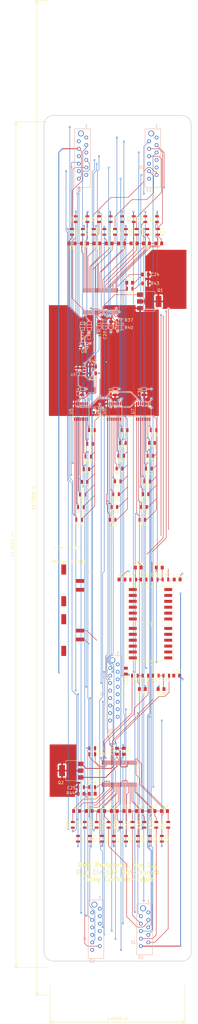
<source format=kicad_pcb>
(kicad_pcb (version 20211014) (generator pcbnew)
  (layers (0 "F.Cu" signal) (1 "In1.Cu" signal) (2 "In2.Cu" signal) (31 "B.Cu" signal) (34 "B.Paste" user) (35 "F.Paste" user) (36 "B.SilkS" user "B.Silkscreen") (37 "F.SilkS" user "F.Silkscreen") (38 "B.Mask" user) (39 "F.Mask" user) (44 "Edge.Cuts" user))
  (net 0 "")
  (net 1 "Net-(C1-Pad2)")
  (net 2 "Net-(C1-Pad1)")
  (net 3 "Net-(C2-Pad2)")
  (net 4 "Net-(C3-Pad2)")
  (net 5 "Net-(C4-Pad2)")
  (net 6 "Net-(C5-Pad2)")
  (net 7 "Net-(C24-Pad1)")
  (net 8 "Net-(C7-Pad2)")
  (net 9 "Net-(C8-Pad2)")
  (net 10 "Net-(C10-Pad1)")
  (net 11 "Net-(C10-Pad2)")
  (net 12 "/VREG")
  (net 13 "Net-(C17-Pad1)")
  (net 14 "Net-(C18-Pad1)")
  (net 15 "Net-(C19-Pad1)")
  (net 16 "/TEMP_SENSE")
  (net 17 "Net-(C30-Pad1)")
  (net 18 "Net-(C32-Pad1)")
  (net 19 "/C5_T3")
  (net 20 "/C9_T1")
  (net 21 "/C9_T2")
  (net 22 "/C13_T1")
  (net 23 "/C13_T3")
  (net 24 "/C9_T3")
  (net 25 "/C13_T2")
  (net 26 "/C1_T2")
  (net 27 "/C5_T1")
  (net 28 "/C1_T1")
  (net 29 "/C5_T2")
  (net 30 "/C1_T3")
  (net 31 "/C15_T2")
  (net 32 "/C11_T3")
  (net 33 "/C15_T3")
  (net 34 "/C15_T1")
  (net 35 "/C11_T2")
  (net 36 "/C11_T1")
  (net 37 "/C7_T3")
  (net 38 "/C3_T3")
  (net 39 "/C7_T2")
  (net 40 "/C3_T1")
  (net 41 "/C7_T1")
  (net 42 "/C3_T2")
  (net 43 "Net-(Q1-Pad1)")
  (net 44 "Net-(Q2-Pad1)")
  (net 45 "/~{DIS}9")
  (net 46 "/~{DIS}8")
  (net 47 "/~{DIS}7")
  (net 48 "/~{DIS}6")
  (net 49 "/~{DIS}4")
  (net 50 "/~{DIS}3")
  (net 51 "/~{DIS}2")
  (net 52 "/~{DIS}1")
  (net 53 "/SDA")
  (net 54 "/SCL")
  (net 55 "/IPA1")
  (net 56 "/VREF2")
  (net 57 "/IMA1")
  (net 58 "/IPB1")
  (net 59 "/IMB1")
  (net 60 "/IPA2")
  (net 61 "/IMA2")
  (net 62 "/IPB2")
  (net 63 "/IMB2")
  (net 64 "Net-(T1-Pad7)")
  (net 65 "Net-(U1-Pad44)")
  (net 66 "Net-(U1-Pad43)")
  (net 67 "Net-(U1-Pad39)")
  (net 68 "Net-(U1-Pad29)")
  (net 69 "Net-(U1-Pad28)")
  (net 70 "Net-(U1-Pad17)")
  (net 71 "Net-(U1-Pad15)")
  (net 72 "Net-(U1-Pad5)")
  (net 73 "Net-(U1-Pad3)")
  (net 74 "/C0")
  (net 75 "Net-(T1-Pad8)")
  (net 76 "Net-(C6-Pad2)")
  (net 77 "Net-(C9-Pad1)")
  (net 78 "Net-(C11-Pad2)")
  (net 79 "Net-(C12-Pad2)")
  (net 80 "Net-(C13-Pad2)")
  (net 81 "Net-(C14-Pad2)")
  (net 82 "Net-(C15-Pad2)")
  (net 83 "Net-(C16-Pad2)")
  (net 84 "/GND1")
  (net 85 "/GND2")
  (net 86 "Net-(C20-Pad1)")
  (net 87 "Net-(C21-Pad1)")
  (net 88 "Net-(C23-Pad1)")
  (net 89 "Net-(C25-Pad1)")
  (net 90 "Net-(C26-Pad1)")
  (net 91 "Net-(C27-Pad1)")
  (net 92 "Net-(C28-Pad1)")
  (net 93 "Net-(C29-Pad1)")
  (net 94 "Net-(C31-Pad1)")
  (net 95 "Net-(C33-Pad1)")
  (net 96 "/C7")
  (net 97 "/C9")
  (net 98 "/C11")
  (net 99 "/C15")
  (net 100 "/C13")
  (net 101 "/C5")
  (net 102 "/C3")
  (net 103 "/C1")
  (net 104 "/Q12")
  (net 105 "/Q14")
  (net 106 "/Q16")
  (net 107 "/Q10")
  (net 108 "/Q15")
  (net 109 "/Q13")
  (net 110 "/Q11")
  (net 111 "/Q9")
  (net 112 "/Q8")
  (net 113 "/Q7")
  (net 114 "/Q6")
  (net 115 "/Q5")
  (net 116 "/Q4")
  (net 117 "/Q3")
  (net 118 "/Q2")
  (net 119 "/Q1")
  (net 120 "/V+2")
  (net 121 "/C8")
  (net 122 "/C6")
  (net 123 "/C4")
  (net 124 "/C2")
  (net 125 "/V+1")
  (net 126 "/C16")
  (net 127 "/C14")
  (net 128 "/C12")
  (net 129 "/C10")
  (net 130 "Net-(J6-Pad1)")
  (net 131 "Net-(J6-Pad2)")
  (net 132 "Net-(J7-Pad2)")
  (net 133 "Net-(J7-Pad1)")
  (net 134 "Net-(R37-Pad2)")
  (net 135 "Net-(R37-Pad1)")
  (net 136 "Net-(R38-Pad1)")
  (net 137 "Net-(R38-Pad2)")
  (net 138 "Net-(R77-Pad2)")
  (net 139 "Net-(U2-Pad3)")
  (net 140 "Net-(U2-Pad5)")
  (net 141 "Net-(U2-Pad15)")
  (net 142 "Net-(U2-Pad17)")
  (net 143 "Net-(U2-Pad27)")
  (net 144 "Net-(U2-Pad28)")
  (net 145 "Net-(U2-Pad29)")
  (net 146 "Net-(U2-Pad32)")
  (net 147 "Net-(U2-Pad33)")
  (net 148 "Net-(U2-Pad34)")
  (net 149 "Net-(U2-Pad39)")
  (net 150 "Net-(U2-Pad43)")
  (net 151 "Net-(U2-Pad44)")
  (net 152 "Net-(U5-Pad9)")
  (net 153 "Net-(R1-Pad1)")
  (net 154 "Net-(R2-Pad1)")
  (net 155 "Net-(R3-Pad1)")
  (net 156 "Net-(R4-Pad1)")
  (net 157 "Net-(R5-Pad1)")
  (net 158 "Net-(R6-Pad1)")
  (net 159 "Net-(R7-Pad1)")
  (net 160 "Net-(R8-Pad1)")
  (net 161 "Net-(T1-Pad9)")
  (net 162 "Net-(T1-Pad11)")
  (net 163 "Net-(T2-Pad11)")
  (net 164 "Net-(T2-Pad8)")
  (footprint "footprints:C_0805_OEM" (layer "F.Cu") (at 152.4 126.619 180)
    (fp_text reference "C1")
    (fp_text value "C_10nF" hide)
  )
  (footprint "footprints:C_0805_OEM" (layer "F.Cu") (at 148.190852 126.619 180)
    (fp_text reference "C2")
    (fp_text value "C_10nF" hide)
  )
  (footprint "footprints:C_0805_OEM" (layer "F.Cu") (at 143.98171 126.619 180)
    (fp_text reference "C3")
    (fp_text value "C_10nF" hide)
  )
  (footprint "footprints:C_0805_OEM" (layer "F.Cu") (at 139.772568 126.619 180)
    (fp_text reference "C4")
    (fp_text value "C_10nF" hide)
  )
  (footprint "footprints:C_0805_OEM" (layer "F.Cu") (at 135.563426 126.619 180)
    (fp_text reference "C5")
    (fp_text value "C_10nF" hide)
  )
  (footprint "footprints:C_0805_OEM" (layer "F.Cu") (at 131.354284 126.619 180)
    (fp_text reference "C6")
    (fp_text value "C_10nF" hide)
  )
  (footprint "footprints:C_0805_OEM" (layer "F.Cu") (at 127.145142 126.619 180)
    (fp_text reference "C7")
    (fp_text value "C_10nF" hide)
  )
  (footprint "footprints:C_0805_OEM" (layer "F.Cu") (at 122.936 126.619 180)
    (fp_text reference "C8")
    (fp_text value "C_10nF" hide)
  )
  (footprint "footprints:C_0805_OEM" (layer "F.Cu") (at 124.476 319.278)
    (fp_text reference "C9")
    (fp_text value "C_10nF" hide)
  )
  (footprint "footprints:C_0805_OEM" (layer "F.Cu") (at 128.740914 319.278)
    (fp_text reference "C10")
    (fp_text value "C_10nF" hide)
  )
  (footprint "footprints:C_0805_OEM" (layer "F.Cu") (at 133.005828 319.278)
    (fp_text reference "C11")
    (fp_text value "C_10nF" hide)
  )
  (footprint "footprints:C_0805_OEM" (layer "F.Cu") (at 137.270742 319.278)
    (fp_text reference "C12")
    (fp_text value "C_10nF" hide)
  )
  (footprint "footprints:C_0805_OEM" (layer "F.Cu") (at 141.535656 319.278)
    (fp_text reference "C13")
    (fp_text value "C_10nF" hide)
  )
  (footprint "footprints:C_0805_OEM" (layer "F.Cu") (at 145.80057 319.278)
    (fp_text reference "C14")
    (fp_text value "C_10nF" hide)
  )
  (footprint "footprints:C_0805_OEM" (layer "F.Cu") (at 150.065484 319.278)
    (fp_text reference "C15")
    (fp_text value "C_10nF" hide)
  )
  (footprint "footprints:C_0805_OEM" (layer "F.Cu") (at 154.3304 319.278)
    (fp_text reference "C16")
    (fp_text value "C_10nF" hide)
  )
  (footprint "footprints:C_0805_OEM" (layer "F.Cu") (at 129.794 313.436 180)
    (fp_text reference "C18")
    (fp_text value "C_0.1uF" hide)
  )
  (footprint "footprints:C_0805_OEM" (layer "F.Cu") (at 140.462 298.974 90)
    (fp_text reference "C21")
    (fp_text value "1uF" hide)
  )
  (footprint "footprints:C_0805_OEM" (layer "F.Cu") (at 138.176 298.958 90)
    (fp_text reference "C23")
    (fp_text value "1uF" hide)
  )
  (footprint "footprints:C_0805_OEM" (layer "F.Cu") (at 125.984 313.436)
    (fp_text reference "C25")
    (fp_text value "C_0.1uF" hide)
  )
  (footprint "footprints:C_0805_OEM" (layer "F.Cu") (at 146.812 277.876)
    (fp_text reference "C29")
    (fp_text value "C_10nF" hide)
  )
  (footprint "footprints:C_0805_OEM" (layer "F.Cu") (at 158.496 273.304)
    (fp_text reference "C32")
    (fp_text value "C_10nF" hide)
  )
  (footprint "footprints:C_0805_OEM" (layer "F.Cu") (at 141.224 271.78 -90)
    (fp_text reference "C33")
    (fp_text value "C_10nF" hide)
  )
  (footprint "footprints:C_0805_OEM" (layer "F.Cu") (at 137.5791 177.038 90)
    (fp_text reference "C35")
    (fp_text value "C_1uF" hide)
  )
  (footprint "footprints:C_0805_OEM" (layer "F.Cu") (at 147.3962 177.038 90)
    (fp_text reference "C36")
    (fp_text value "C_1uF" hide)
  )
  (footprint "footprints:C_0805_OEM" (layer "F.Cu") (at 128.778 154.686 -90)
    (fp_text reference "C37")
    (fp_text value "C_10nF" hide)
  )
  (footprint "footprints:SOT-223" (layer "F.Cu") (at 122.682 305.562 180)
    (fp_text reference "Q2")
    (fp_text value "NSS1C201MZ4")
  )
  (footprint "footprints:R_0805_OEM" (layer "F.Cu") (at 147.828 118.364 90)
    (fp_text reference "R2")
    (fp_text value "R_4.99K" hide)
  )
  (footprint "footprints:R_0805_OEM" (layer "F.Cu") (at 143.891 118.364 90)
    (fp_text reference "R3")
    (fp_text value "R_4.99K" hide)
  )
  (footprint "footprints:R_0805_OEM" (layer "F.Cu") (at 139.954 118.364 90)
    (fp_text reference "R4")
    (fp_text value "R_4.99K" hide)
  )
  (footprint "footprints:R_0805_OEM" (layer "F.Cu") (at 136.017 118.364 90)
    (fp_text reference "R5")
    (fp_text value "R_4.99K" hide)
  )
  (footprint "footprints:R_0805_OEM" (layer "F.Cu") (at 132.08 118.364 90)
    (fp_text reference "R6")
    (fp_text value "R_4.99K" hide)
  )
  (footprint "footprints:R_0805_OEM" (layer "F.Cu") (at 128.143 118.364 90)
    (fp_text reference "R7")
    (fp_text value "R_4.99K" hide)
  )
  (footprint "footprints:R_0805_OEM" (layer "F.Cu") (at 124.206 118.364 90)
    (fp_text reference "R8")
    (fp_text value "R_4.99K" hide)
  )
  (footprint "footprints:R_0805_OEM" (layer "F.Cu") (at 124.968 328.676 -90)
    (fp_text reference "R9")
    (fp_text value "R_4.99K" hide)
  )
  (footprint "footprints:R_0805_OEM" (layer "F.Cu") (at 129.035628 328.676 -90)
    (fp_text reference "R10")
    (fp_text value "R_4.99K" hide)
  )
  (footprint "footprints:R_0805_OEM" (layer "F.Cu") (at 133.103256 328.676 -90)
    (fp_text reference "R11")
    (fp_text value "R_4.99K" hide)
  )
  (footprint "footprints:R_0805_OEM" (layer "F.Cu") (at 137.170884 328.676 -90)
    (fp_text reference "R12")
    (fp_text value "R_4.99K" hide)
  )
  (footprint "footprints:R_0805_OEM" (layer "F.Cu") (at 141.238512 328.676 -90)
    (fp_text reference "R13")
    (fp_text value "R_4.99K" hide)
  )
  (footprint "footprints:R_0805_OEM" (layer "F.Cu") (at 145.30614 328.676 -90)
    (fp_text reference "R14")
    (fp_text value "R_4.99K" hide)
  )
  (footprint "footprints:R_0805_OEM" (layer "F.Cu") (at 149.373768 328.676 -90)
    (fp_text reference "R15")
    (fp_text value "R_4.99K" hide)
  )
  (footprint "footprints:R_0805_OEM" (layer "F.Cu") (at 153.4414 328.676 -90)
    (fp_text reference "R16")
    (fp_text value "R_4.99K" hide)
  )
  (footprint "footprints:R_0805_OEM" (layer "F.Cu") (at 152.146 122.682 -90)
    (fp_text reference "R17")
    (fp_text value "R_100" hide)
  )
  (footprint "footprints:R_0805_OEM" (layer "F.Cu") (at 148.49475 122.682 -90)
    (fp_text reference "R18")
    (fp_text value "R_100" hide)
  )
  (footprint "footprints:R_0805_OEM" (layer "F.Cu") (at 144.8435 122.682 -90)
    (fp_text reference "R19")
    (fp_text value "R_100" hide)
  )
  (footprint "footprints:R_0805_OEM" (layer "F.Cu") (at 141.19225 122.682 -90)
    (fp_text reference "R20")
    (fp_text value "R_100" hide)
  )
  (footprint "footprints:R_0805_OEM" (layer "F.Cu") (at 137.541 122.682 -90)
    (fp_text reference "R21")
    (fp_text value "R_100" hide)
  )
  (footprint "footprints:R_0805_OEM" (layer "F.Cu") (at 133.88975 122.682 -90)
    (fp_text reference "R22")
    (fp_text value "R_100" hide)
  )
  (footprint "footprints:R_0805_OEM" (layer "F.Cu") (at 130.2385 122.682 -90)
    (fp_text reference "R23")
    (fp_text value "R_100" hide)
  )
  (footprint "footprints:R_0805_OEM" (layer "F.Cu") (at 126.58725 122.682 -90)
    (fp_text reference "R24")
    (fp_text value "R_100" hide)
  )
  (footprint "footprints:R_0805_OEM" (layer "F.Cu") (at 122.936 122.682 -90)
    (fp_text reference "R25")
    (fp_text value "R_100" hide)
  )
  (footprint "footprints:R_0805_OEM" (layer "F.Cu") (at 123.19 323.9516 90)
    (fp_text reference "R26")
    (fp_text value "R_100" hide)
  )
  (footprint "footprints:R_0805_OEM" (layer "F.Cu") (at 127.2413 323.9516 90)
    (fp_text reference "R27")
    (fp_text value "R_100" hide)
  )
  (footprint "footprints:R_0805_OEM" (layer "F.Cu") (at 131.2926 323.9516 90)
    (fp_text reference "R28")
    (fp_text value "R_100" hide)
  )
  (footprint "footprints:R_0805_OEM" (layer "F.Cu") (at 135.3439 323.9516 90)
    (fp_text reference "R29")
    (fp_text value "R_100" hide)
  )
  (footprint "footprints:R_0805_OEM" (layer "F.Cu") (at 139.3952 323.9516 90)
    (fp_text reference "R30")
    (fp_text value "R_100" hide)
  )
  (footprint "footprints:R_0805_OEM" (layer "F.Cu") (at 143.4465 323.9516 90)
    (fp_text reference "R31")
    (fp_text value "R_100" hide)
  )
  (footprint "footprints:R_0805_OEM" (layer "F.Cu") (at 147.4978 323.9516 90)
    (fp_text reference "R32")
    (fp_text value "R_100" hide)
  )
  (footprint "footprints:R_0805_OEM" (layer "F.Cu") (at 151.5491 323.9516 90)
    (fp_text reference "R33")
    (fp_text value "R_100" hide)
  )
  (footprint "footprints:R_0805_OEM" (layer "F.Cu") (at 155.6004 323.9516 90)
    (fp_text reference "R34")
    (fp_text value "R_100" hide)
  )
  (footprint "footprints:R_0805_OEM" (layer "F.Cu") (at 129.794 311.15)
    (fp_text reference "R36")
    (fp_text value "R_100" hide)
  )
  (footprint "footprints:R_0805_OEM" (layer "F.Cu") (at 129.794 299.974 180)
    (fp_text reference "R38")
    (fp_text value "R_1K" hide)
  )
  (footprint "footprints:R_0805_OEM" (layer "F.Cu") (at 130.048 170.688)
    (fp_text reference "R39")
    (fp_text value "R_4.99K" hide)
  )
  (footprint "footprints:R_0805_OEM" (layer "F.Cu") (at 129.794 297.942 180)
    (fp_text reference "R41")
    (fp_text value "R_1K" hide)
  )
  (footprint "footprints:R_0805_OEM" (layer "F.Cu") (at 130.048 168.402)
    (fp_text reference "R42")
    (fp_text value "R_4.99K" hide)
  )
  (footprint "footprints:R_0805_OEM" (layer "F.Cu") (at 125.984 311.15 180)
    (fp_text reference "R44")
    (fp_text value "R_100" hide)
  )
  (footprint "footprints:R_0805_OEM" (layer "F.Cu") (at 136.70026 220.42882 180)
    (fp_text reference "R46")
    (fp_text value "R_100K" hide)
  )
  (footprint "footprints:R_0805_OEM" (layer "F.Cu") (at 137.284096 216.080702 180)
    (fp_text reference "R49")
    (fp_text value "R_100K" hide)
  )
  (footprint "footprints:R_0805_OEM" (layer "F.Cu") (at 137.867932 211.732585 180)
    (fp_text reference "R52")
    (fp_text value "R_100K" hide)
  )
  (footprint "footprints:R_0805_OEM" (layer "F.Cu") (at 138.451768 207.384468 180)
    (fp_text reference "R55")
    (fp_text value "R_100K" hide)
  )
  (footprint "footprints:R_0805_OEM" (layer "F.Cu") (at 154.94 273.304 180)
    (fp_text reference "R61")
    (fp_text value "R_60.4" hide)
  )
  (footprint "footprints:R_0805_OEM" (layer "F.Cu") (at 151.384 273.304 180)
    (fp_text reference "R62")
    (fp_text value "R_60.4" hide)
  )
  (footprint "footprints:R_0805_OEM" (layer "F.Cu") (at 147.828 273.304 180)
    (fp_text reference "R63")
    (fp_text value "R_60.4" hide)
  )
  (footprint "footprints:R_0805_OEM" (layer "F.Cu") (at 144.272 273.304 180)
    (fp_text reference "R64")
    (fp_text value "R_60.4" hide)
  )
  (footprint "footprints:R_0805_OEM" (layer "F.Cu") (at 139.035604 203.036351 180)
    (fp_text reference "R66")
    (fp_text value "R_100K" hide)
  )
  (footprint "footprints:R_0805_OEM" (layer "F.Cu") (at 139.61944 198.688234 180)
    (fp_text reference "R69")
    (fp_text value "R_100K" hide)
  )
  (footprint "footprints:R_0805_OEM" (layer "F.Cu") (at 140.203276 194.340117 180)
    (fp_text reference "R72")
    (fp_text value "R_100K" hide)
  )
  (footprint "footprints:R_0805_OEM" (layer "F.Cu") (at 126.492 154.686 -90)
    (fp_text reference "R77")
    (fp_text value "R_100" hide)
  )
  (footprint "footprints:TSSOP-48_LTC6811-1" (layer "F.Cu") (at 138.938 306.578 90)
    (fp_text reference "U2")
    (fp_text value "LTC6811-1" hide)
  )
  (footprint "footprints:SOT-23-5_OEM_24AA01" (layer "F.Cu") (at 125.984 169.926 180)
    (fp_text reference "U3")
    (fp_text value "24AA01" hide)
  )
  (footprint "Package_SO:SSOP-16_3.9x4.9mm_P0.635mm" (layer "F.Cu") (at 137.19175 183.642 90)
    (fp_text reference "U6")
    (fp_text value "LTC1380IGN")
  )
  (footprint "footprints:C_0805_OEM" (layer "F.Cu") (at 152.564 236.632 180)
    (fp_text reference "C27")
    (fp_text value "C_10nF" hide)
  )
  (footprint "footprints:R_0805_OEM" (layer "F.Cu") (at 151.04 240.696)
    (fp_text reference "R59")
    (fp_text value "R_60.4" hide)
  )
  (footprint "footprints:R_0805_OEM" (layer "F.Cu") (at 154.662 240.696)
    (fp_text reference "R60")
    (fp_text value "R_60.4" hide)
  )
  (footprint "footprints:C_0805_OEM" (layer "F.Cu") (at 139.88 240.696 180)
    (fp_text reference "C30")
    (fp_text value "C_10nF" hide)
  )
  (footprint "footprints:R_0805_OEM" (layer "F.Cu") (at 143.6994 240.7214)
    (fp_text reference "R57")
    (fp_text value "R_60.4" hide)
  )
  (footprint "footprints:C_0805_OEM" (layer "F.Cu") (at 158.644 240.696)
    (fp_text reference "C31")
    (fp_text value "C_10nF" hide)
  )
  (footprint "footprints:C_0805_OEM" (layer "F.Cu") (at 145.452 236.632)
    (fp_text reference "C26")
    (fp_text value "C_10nF" hide)
  )
  (footprint "footprints:R_0805_OEM" (layer "F.Cu") (at 147.23 240.696)
    (fp_text reference "R58")
    (fp_text value "R_60.4" hide)
  )
  (footprint "footprints:MicroFit_RA_2_SMD" (layer "F.Cu") (at 122.8344 242.6716 -90)
    (fp_text reference "J6")
    (fp_text value "MicroFit_RA_V_2_SMD" hide)
  )
  (footprint "footprints:MicroFit_RA_2_SMD" (layer "F.Cu") (at 122.8344 259.5372 -90)
    (fp_text reference "J7")
    (fp_text value "MicroFit_RA_V_2_SMD" hide)
  )
  (footprint "footprints:R_0805_OEM" (layer "F.Cu") (at 151.765 118.364 90)
    (fp_text reference "R1")
    (fp_text value "R_4.99K" hide)
  )
  (footprint "Package_SO:SSOP-16_3.9x4.9mm_P0.635mm" (layer "F.Cu") (at 147.1041 183.642 90)
    (fp_text reference "U7")
    (fp_text value "LTC1380IGN")
  )
  (footprint "footprints:R_0805_OEM" (layer "F.Cu") (at 150.621995 189.992 180)
    (fp_text reference "R76")
    (fp_text value "R_100K" hide)
  )
  (footprint "footprints:R_0805_OEM" (layer "F.Cu") (at 150.07771 194.340117 180)
    (fp_text reference "R73")
    (fp_text value "R_100K" hide)
  )
  (footprint "footprints:R_0805_OEM" (layer "F.Cu") (at 149.533425 198.688234 180)
    (fp_text reference "R70")
    (fp_text value "R_100K" hide)
  )
  (footprint "footprints:R_0805_OEM" (layer "F.Cu") (at 148.98914 203.036351 180)
    (fp_text reference "R67")
    (fp_text value "R_100K" hide)
  )
  (footprint "footprints:R_0805_OEM" (layer "F.Cu") (at 148.444855 207.384468 180)
    (fp_text reference "R56")
    (fp_text value "R_100K" hide)
  )
  (footprint "footprints:R_0805_OEM" (layer "F.Cu") (at 147.90057 211.732585 180)
    (fp_text reference "R53")
    (fp_text value "R_100K" hide)
  )
  (footprint "footprints:R_0805_OEM" (layer "F.Cu") (at 147.356285 216.080702 180)
    (fp_text reference "R50")
    (fp_text value "R_100K" hide)
  )
  (footprint "footprints:R_0805_OEM" (layer "F.Cu") (at 146.812 220.42882 180)
    (fp_text reference "R47")
    (fp_text value "R_100K" hide)
  )
  (footprint "Package_TO_SOT_SMD:SOT-353_SC-70-5" (layer "F.Cu") (at 131.318 183.134 180)
    (fp_text reference "U4")
    (fp_text value "MCP6001T-I-LT")
  )
  (footprint "footprints:C_0805_OEM" (layer "F.Cu") (at 132.08 154.162 -90)
    (fp_text reference "C19")
    (fp_text value "1uF" hide)
  )
  (footprint "footprints:SOT-223" (layer "F.Cu") (at 149.1738 146.304)
    (fp_text reference "Q1")
    (fp_text value "NSS1C201MZ4")
  )
  (footprint "footprints:C_0805_OEM" (layer "F.Cu") (at 136.144 154.178 -90)
    (fp_text reference "C22")
    (fp_text value "1uF" hide)
  )
  (footprint "footprints:C_0805_OEM" (layer "F.Cu") (at 147.828 137.16 180)
    (fp_text reference "C24")
    (fp_text value "C_0.1uF" hide)
  )
  (footprint "footprints:C_0805_OEM" (layer "F.Cu") (at 142.494 139.954)
    (fp_text reference "C17")
    (fp_text value "C_0.1uF" hide)
  )
  (footprint "footprints:C_0805_OEM" (layer "F.Cu") (at 134.112 154.178 -90)
    (fp_text reference "C20")
    (fp_text value "1uF" hide)
  )
  (footprint "footprints:TSSOP-48_LTC6811-1" (layer "F.Cu") (at 132.588 146.304 -90)
    (fp_text reference "U1")
    (fp_text value "LTC6811-1" hide)
  )
  (footprint "footprints:R_0805_OEM" (layer "F.Cu") (at 147.828 140.208)
    (fp_text reference "R43")
    (fp_text value "R_100" hide)
  )
  (footprint "footprints:R_0805_OEM" (layer "F.Cu") (at 139.126 155.194 180)
    (fp_text reference "R40")
    (fp_text value "R_1K" hide)
  )
  (footprint "footprints:R_0805_OEM" (layer "F.Cu") (at 139.192 152.908 180)
    (fp_text reference "R37")
    (fp_text value "R_1K" hide)
  )
  (footprint "footprints:R_0805_OEM" (layer "F.Cu") (at 142.494 141.986 180)
    (fp_text reference "R35")
    (fp_text value "R_100" hide)
  )
  (footprint "footprints:R_0805_OEM" (layer "F.Cu") (at 140.787112 189.992 180)
    (fp_text reference "R75")
    (fp_text value "R_100K" hide)
  )
  (footprint "Package_SO:SSOP-16_3.9x4.9mm_P0.635mm" (layer "F.Cu") (at 126.0094 183.642 90)
    (fp_text reference "U5")
    (fp_text value "LTC1380IGN")
  )
  (footprint "footprints:R_0805_OEM" (layer "F.Cu") (at 129.682236 189.992 180)
    (fp_text reference "R74")
    (fp_text value "R_100K" hide)
  )
  (footprint "footprints:R_0805_OEM" (layer "F.Cu") (at 129.058848 194.655802 180)
    (fp_text reference "R71")
    (fp_text value "R_100K" hide)
  )
  (footprint "footprints:R_0805_OEM" (layer "F.Cu") (at 128.43546 198.951304 180)
    (fp_text reference "R68")
    (fp_text value "R_100K" hide)
  )
  (footprint "footprints:R_0805_OEM" (layer "F.Cu") (at 127.812072 203.246806 180)
    (fp_text reference "R65")
    (fp_text value "R_100K" hide)
  )
  (footprint "footprints:R_0805_OEM" (layer "F.Cu") (at 127.188684 207.542308 180)
    (fp_text reference "R54")
    (fp_text value "R_100K" hide)
  )
  (footprint "footprints:R_0805_OEM" (layer "F.Cu") (at 126.565296 211.83781 180)
    (fp_text reference "R51")
    (fp_text value "R_100K" hide)
  )
  (footprint "footprints:R_0805_OEM" (layer "F.Cu") (at 125.941908 216.133312 180)
    (fp_text reference "R48")
    (fp_text value "R_100K" hide)
  )
  (footprint "footprints:R_0805_OEM" (layer "F.Cu") (at 125.31852 220.42882 180)
    (fp_text reference "R45")
    (fp_text value "R_100K" hide)
  )
  (footprint "footprints:C_0805_OEM" (layer "F.Cu") (at 126.492 177.038 90)
    (fp_text reference "C34")
    (fp_text value "C_1uF" hide)
  )
  (footprint "Package_TO_SOT_SMD:SOT-353_SC-70-5" (layer "F.Cu") (at 127 161.29 180)
    (fp_text reference "U8")
    (fp_text value "MCP6001T-I-LT" hide)
  )
  (footprint "footprints:C_0805_OEM" (layer "F.Cu") (at 153.178 277.876 180)
    (fp_text reference "C28")
    (fp_text value "C_10nF" hide)
  )
  (footprint "footprints:T_LAN_SM91501ALE" (layer "F.Cu") (at 149.59 262.29 90)
    (fp_text reference "T2")
    (fp_text value "T_LAN_SM91501ALE")
  )
  (footprint "footprints:T_LAN_SM91501ALE" (layer "F.Cu") (at 149.59 249.09 90)
    (fp_text reference "T1")
    (fp_text value "T_LAN_SM91501ALE")
  )
  (footprint "footprints:micromatch_female_vert_16" (layer "B.Cu") (at 138.43 274.574 180)
    (fp_text reference "J3")
    (fp_text value "MM_F_VT_16" hide)
  )
  (footprint "footprints:micromatch_female_vert_10" (layer "B.Cu") (at 147.574 359.41 180)
    (fp_text reference "J2")
    (fp_text value "MM_F_VT_10" hide)
  )
  (footprint "footprints:micromatch_female_vt_12" (layer "B.Cu") (at 151.638 95.758 180)
    (fp_text reference "J5")
    (fp_text value "MM_M_VT_12" hide)
  )
  (footprint "footprints:micromatch_female_vt_12" (layer "B.Cu") (at 132.334 357.505 180)
    (fp_text reference "J1")
    (fp_text value "MM_F_VT_12" hide)
  )
  (footprint "footprints:micromatch_female_vt_12" (layer "B.Cu") (at 127.762 95.758 180)
    (fp_text reference "J4")
    (fp_text value "MM_F_VT_12" hide)
  )
  (gr_arc (start 160.274 83.185) (mid 162.519064 84.114936) (end 163.449 86.36) (layer "Edge.Cuts") (width 0.2))
  (gr_line (start 116.586 370.205) (end 160.274 370.205) (layer "Edge.Cuts") (width 0.2))
  (gr_line (start 163.449 367.03) (end 163.449 86.36) (layer "Edge.Cuts") (width 0.2))
  (gr_line (start 160.274 83.185) (end 116.586 83.185) (layer "Edge.Cuts") (width 0.2))
  (gr_arc (start 116.586 370.205) (mid 114.340936 369.275064) (end 113.411 367.03) (layer "Edge.Cuts") (width 0.2))
  (gr_arc (start 113.411 86.36) (mid 114.340936 84.114936) (end 116.586 83.185) (layer "Edge.Cuts") (width 0.2))
  (gr_arc (start 163.449 367.03) (mid 162.519064 369.275064) (end 160.274 370.205) (layer "Edge.Cuts") (width 0.2))
  (gr_line (start 113.411 86.36) (end 113.411 367.03) (layer "Edge.Cuts") (width 0.2))
  (gr_text "Regular-Height" (at 121.6406 234.5182) (layer "F.SilkS") (effects (font (size 1 1))))
  (gr_text "Low-Height" (at 121.539 229.6922) (layer "F.SilkS") (effects (font (size 1 1))))
  (gr_text "BMS Peripheral Rev 1.1\nOlin Electric Motorsports\nCorey Cochran-Lepiz" (at 138.5 339.975) (layer "F.SilkS") (effects (font (size 1.5 1.5) (thickness 0.3))))
  (dimension (type aligned) (layer "F.SilkS") (pts (xy 114.554 381.762) (xy 114.554 44.196)) (height -3.556) (gr_text "13.2900 in" (at 109.848 212.979 90) (layer "F.SilkS") (effects (font (size 1 1) (thickness 0.15)))) (format (units 0) (units_format 1) (precision 4)) (style (thickness 0.15) (arrow_length 1.27) (text_position_mode 0) (extension_height 0.58642) (extension_offset 0) keep_text_aligned))
  (dimension (type aligned) (layer "F.SilkS") (pts (xy 115.4684 378.46) (xy 161.29 378.46)) (height 12.446) (gr_text "1.8040 in" (at 138.3792 389.756) (layer "F.SilkS") (effects (font (size 1 1) (thickness 0.15)))) (format (units 0) (units_format 1) (precision 4)) (style (thickness 0.15) (arrow_length 1.27) (text_position_mode 0) (extension_height 0.58642) (extension_offset 0) keep_text_aligned))
  (dimension (type aligned) (layer "F.SilkS") (pts (xy 114.554 85.344) (xy 114.554 372.364)) (height 10.668) (gr_text "11.3000 in" (at 102.736 228.854 90) (layer "F.SilkS") (effects (font (size 1 1) (thickness 0.15)))) (format (units 0) (units_format 1) (precision 4)) (style (thickness 0.15) (arrow_length 1.27) (text_position_mode 0) (extension_height 0.58642) (extension_offset 0) keep_text_aligned))
  (segment (start 149.190852 126.744) (end 149.190852 126.619) (width 0.1524) (layer "F.Cu") (net 1))
  (segment (start 148.49475 124.36475) (end 148.49475 123.632) (width 0.1524) (layer "F.Cu") (net 1))
  (segment (start 151.4 126.619) (end 149.190852 126.619) (width 0.1524) (layer "F.Cu") (net 1))
  (segment (start 134.838 142.554) (end 134.838 141.6516) (width 0.1524) (layer "F.Cu") (net 1))
  (segment (start 149.190852 126.619) (end 149.190852 125.060852) (width 0.1524) (layer "F.Cu") (net 1))
  (segment (start 134.838 141.6516) (end 148.336 128.1536) (width 0.1524) (layer "F.Cu") (net 1))
  (segment (start 148.336 127.598852) (end 149.190852 126.744) (width 0.1524) (layer "F.Cu") (net 1))
  (segment (start 149.190852 125.060852) (end 148.49475 124.36475) (width 0.1524) (layer "F.Cu") (net 1))
  (segment (start 148.336 128.1536) (end 148.336 127.598852) (width 0.1524) (layer "F.Cu") (net 1))
  (segment (start 136.838 142.554) (end 136.838 140.6516) (width 0.1524) (layer "F.Cu") (net 2))
  (segment (start 137.9828 139.5068) (end 149.712189 127.777411) (width 0.1524) (layer "F.Cu") (net 2))
  (segment (start 153.4 125.8416) (end 153.4 126.619) (width 0.1524) (layer "F.Cu") (net 2))
  (segment (start 136.838 140.6516) (end 136.9668 140.5228) (width 0.1524) (layer "F.Cu") (net 2))
  (segment (start 153.4 126.744) (end 153.4 126.619) (width 0.1524) (layer "F.Cu") (net 2))
  (segment (start 152.366589 127.777411) (end 153.4 126.744) (width 0.1524) (layer "F.Cu") (net 2))
  (segment (start 149.712189 127.777411) (end 152.366589 127.777411) (width 0.1524) (layer "F.Cu") (net 2))
  (segment (start 137.838 139.6516) (end 137.9828 139.5068) (width 0.1524) (layer "F.Cu") (net 2))
  (segment (start 137.838 142.554) (end 137.838 139.6516) (width 0.1524) (layer "F.Cu") (net 2))
  (segment (start 135.838 142.554) (end 135.838 141.6516) (width 0.1524) (layer "F.Cu") (net 2))
  (segment (start 152.146 124.1344) (end 153.4 125.3884) (width 0.1524) (layer "F.Cu") (net 2))
  (segment (start 135.838 141.6516) (end 136.9668 140.5228) (width 0.1524) (layer "F.Cu") (net 2))
  (segment (start 152.146 123.632) (end 152.146 124.1344) (width 0.1524) (layer "F.Cu") (net 2))
  (segment (start 153.4 125.3884) (end 153.4 125.8416) (width 0.1524) (layer "F.Cu") (net 2))
  (segment (start 136.9668 140.5228) (end 137.9828 139.5068) (width 0.1524) (layer "F.Cu") (net 2))
  (segment (start 144.98171 126.619) (end 144.98171 123.77021) (width 0.1524) (layer "F.Cu") (net 3))
  (segment (start 133.838 142.554) (end 133.838 139.974) (width 0.1524) (layer "F.Cu") (net 3))
  (segment (start 144.98171 123.77021) (end 144.8435 123.632) (width 0.1524) (layer "F.Cu") (net 3))
  (segment (start 133.838 139.974) (end 144.98171 128.83029) (width 0.1524) (layer "F.Cu") (net 3))
  (segment (start 147.190852 126.619) (end 144.98171 126.619) (width 0.1524) (layer "F.Cu") (net 3))
  (segment (start 144.98171 128.83029) (end 144.98171 126.619) (width 0.1524) (layer "F.Cu") (net 3))
  (segment (start 141.19225 123.632) (end 141.19225 124.99975) (width 0.1524) (layer "F.Cu") (net 4))
  (segment (start 140.772568 127.3964) (end 140.772568 126.619) (width 0.1524) (layer "F.Cu") (net 4))
  (segment (start 141.424968 126.619) (end 142.98171 126.619) (width 0.1524) (layer "F.Cu") (net 4))
  (segment (start 132.838 142.554) (end 132.838 136.325066) (width 0.1524) (layer "F.Cu") (net 4))
  (segment (start 132.838 136.325066) (end 140.772568 128.390498) (width 0.1524) (layer "F.Cu") (net 4))
  (segment (start 140.772568 128.390498) (end 140.772568 127.3964) (width 0.1524) (layer "F.Cu") (net 4))
  (segment (start 141.19225 124.99975) (end 140.772568 125.419432) (width 0.1524) (layer "F.Cu") (net 4))
  (segment (start 140.772568 126.619) (end 141.424968 126.619) (width 0.1524) (layer "F.Cu") (net 4))
  (segment (start 140.772568 125.419432) (end 140.772568 126.619) (width 0.1524) (layer "F.Cu") (net 4))
  (segment (start 137.541 123.632) (end 137.541 124.1344) (width 0.1524) (layer "F.Cu") (net 5))
  (segment (start 136.563426 126.619) (end 137.541 126.619) (width 0.1524) (layer "F.Cu") (net 5))
  (segment (start 129.838 142.554) (end 129.838 135.592) (width 0.1524) (layer "F.Cu") (net 5))
  (segment (start 129.838 135.592) (end 131.064 134.366) (width 0.1524) (layer "F.Cu") (net 5))
  (segment (start 131.838 133.592) (end 132.08 133.35) (width 0.1524) (layer "F.Cu") (net 5))
  (segment (start 132.08 133.35) (end 136.563426 128.866574) (width 0.1524) (layer "F.Cu") (net 5))
  (segment (start 137.541 126.619) (end 138.772568 126.619) (width 0.1524) (layer "F.Cu") (net 5))
  (segment (start 131.064 134.366) (end 132.08 133.35) (width 0.1524) (layer "F.Cu") (net 5))
  (segment (start 131.838 142.554) (end 131.838 133.592) (width 0.1524) (layer "F.Cu") (net 5))
  (segment (start 130.838 134.592) (end 131.064 134.366) (width 0.1524) (layer "F.Cu") (net 5))
  (segment (start 136.563426 128.866574) (end 136.563426 126.619) (width 0.1524) (layer "F.Cu") (net 5))
  (segment (start 130.838 142.554) (end 130.838 134.592) (width 0.1524) (layer "F.Cu") (net 5))
  (segment (start 137.541 124.1344) (end 137.541 126.619) (width 0.1524) (layer "F.Cu") (net 5))
  (segment (start 134.563426 125.419426) (end 134.563426 126.619) (width 0.1524) (layer "F.Cu") (net 6))
  (segment (start 133.88975 123.632) (end 133.88975 124.74575) (width 0.1524) (layer "F.Cu") (net 6))
  (segment (start 132.354284 131.043716) (end 132.354284 126.619) (width 0.1524) (layer "F.Cu") (net 6))
  (segment (start 128.838 142.554) (end 128.838 134.56) (width 0.1524) (layer "F.Cu") (net 6))
  (segment (start 134.563426 126.619) (end 133.911026 126.619) (width 0.1524) (layer "F.Cu") (net 6))
  (segment (start 128.838 134.56) (end 132.354284 131.043716) (width 0.1524) (layer "F.Cu") (net 6))
  (segment (start 133.88975 124.74575) (end 134.563426 125.419426) (width 0.1524) (layer "F.Cu") (net 6))
  (segment (start 133.911026 126.619) (end 132.354284 126.619) (width 0.1524) (layer "F.Cu") (net 6))
  (segment (start 126.838 130.14) (end 126.145142 129.447142) (width 0.1524) (layer "F.Cu") (net 8))
  (segment (start 126.58725 126.176892) (end 126.145142 126.619) (width 0.1524) (layer "F.Cu") (net 8))
  (segment (start 123.936 126.619) (end 126.145142 126.619) (width 0.1524) (layer "F.Cu") (net 8))
  (segment (start 126.145142 129.447142) (end 126.145142 126.619) (width 0.1524) (layer "F.Cu") (net 8))
  (segment (start 126.838 142.554) (end 126.838 130.14) (width 0.1524) (layer "F.Cu") (net 8))
  (segment (start 126.58725 123.632) (end 126.58725 126.176892) (width 0.1524) (layer "F.Cu") (net 8))
  (segment (start 121.936 126.619) (end 121.936 147.844) (width 0.1524) (layer "F.Cu") (net 9))
  (segment (start 125.73 151.638) (end 126.6214 151.638) (width 0.1524) (layer "F.Cu") (net 9))
  (segment (start 127.338 150.9214) (end 127.338 150.019) (width 0.1524) (layer "F.Cu") (net 9))
  (segment (start 121.936 125.714) (end 122.936 124.714) (width 0.1524) (layer "F.Cu") (net 9))
  (segment (start 121.936 126.619) (end 121.936 125.714) (width 0.1524) (layer "F.Cu") (net 9))
  (segment (start 122.936 124.714) (end 122.936 123.632) (width 0.1524) (layer "F.Cu") (net 9))
  (segment (start 121.936 147.844) (end 125.73 151.638) (width 0.1524) (layer "F.Cu") (net 9))
  (segment (start 126.6214 151.638) (end 127.338 150.9214) (width 0.1524) (layer "F.Cu") (net 9))
  (segment (start 127.2413 323.0016) (end 127.2413 319.777614) (width 0.1524) (layer "F.Cu") (net 10))
  (segment (start 136.688 311.622) (end 136.688 310.328) (width 0.1524) (layer "F.Cu") (net 10))
  (segment (start 131.064 317.246) (end 135.89 312.42) (width 0.1524) (layer "F.Cu") (net 10))
  (segment (start 129.647914 317.246) (end 131.064 317.246) (width 0.1524) (layer "F.Cu") (net 10))
  (segment (start 125.476 319.278) (end 127.740914 319.278) (width 0.1524) (layer "F.Cu") (net 10))
  (segment (start 135.382 312.928) (end 135.89 312.42) (width 0.1524) (layer "F.Cu") (net 10))
  (segment (start 135.89 312.42) (end 136.688 311.622) (width 0.1524) (layer "F.Cu") (net 10))
  (segment (start 127.740914 319.153) (end 129.647914 317.246) (width 0.1524) (layer "F.Cu") (net 10))
  (segment (start 127.740914 319.278) (end 127.740914 319.153) (width 0.1524) (layer "F.Cu") (net 10))
  (segment (start 127.2413 319.777614) (end 127.740914 319.278) (width 0.1524) (layer "F.Cu") (net 10))
  (segment (start 131.2926 319.338828) (end 131.353428 319.278) (width 0.1524) (layer "F.Cu") (net 11))
  (segment (start 132.005828 319.278) (end 132.005828 319.153) (width 0.1524) (layer "F.Cu") (net 11))
  (segment (start 137.688 313.470828) (end 137.688 311.2304) (width 0.1524) (layer "F.Cu") (net 11))
  (segment (start 132.005828 319.153) (end 137.688 313.470828) (width 0.1524) (layer "F.Cu") (net 11))
  (segment (start 130.393314 319.278) (end 132.005828 319.278) (width 0.1524) (layer "F.Cu") (net 11))
  (segment (start 131.353428 319.278) (end 132.005828 319.278) (width 0.1524) (layer "F.Cu") (net 11))
  (segment (start 137.688 311.2304) (end 137.688 310.328) (width 0.1524) (layer "F.Cu") (net 11))
  (segment (start 131.2926 323.0016) (end 131.2926 319.338828) (width 0.1524) (layer "F.Cu") (net 11))
  (segment (start 129.740914 319.278) (end 130.393314 319.278) (width 0.1524) (layer "F.Cu") (net 11))
  (segment (start 123.7869 179.9657) (end 125.7146 178.038) (width 0.1524) (layer "F.Cu") (net 12))
  (segment (start 123.7869 181.042) (end 123.7869 179.9657) (width 0.1524) (layer "F.Cu") (net 12))
  (segment (start 125.7146 178.038) (end 126.492 178.038) (width 0.1524) (layer "F.Cu") (net 12))
  (segment (start 146.0238 148.604) (end 146.0238 176.7906) (width 0.1524) (layer "F.Cu") (net 12))
  (segment (start 134.96925 181.7944) (end 135.826251 182.651401) (width 0.1524) (layer "F.Cu") (net 12))
  (segment (start 130.368 183.784) (end 129.8906 183.784) (width 0.1524) (layer "F.Cu") (net 12))
  (segment (start 147.4216 181.042) (end 147.4216 178.0634) (width 0.1524) (layer "F.Cu") (net 12))
  (segment (start 136.87425 181.042) (end 136.87425 180.2896) (width 0.1524) (layer "F.Cu") (net 12))
  (segment (start 126.1425 184.15) (end 123.7869 181.7944) (width 0.1524) (layer "F.Cu") (net 12))
  (segment (start 129.098 168.402) (end 129.098 170.688) (width 0.1524) (layer "F.Cu") (net 12))
  (segment (start 136.400033 182.651401) (end 136.906 182.145434) (width 0.1524) (layer "F.Cu") (net 12))
  (segment (start 129.098 168.402) (end 129.098 168.102) (width 0.1524) (layer "F.Cu") (net 12))
  (segment (start 146.05 182.118) (end 147.098 182.118) (width 0.1524) (layer "F.Cu") (net 12))
  (segment (start 129.098 168.102) (end 130.302 166.898) (width 0.1524) (layer "F.Cu") (net 12))
  (segment (start 137.5791 179.58475) (end 137.5791 178.038) (width 0.1524) (layer "F.Cu") (net 12))
  (segment (start 124.884 169.4534) (end 124.884 168.976) (width 0.1524) (layer "F.Cu") (net 12))
  (segment (start 144.8816 181.042) (end 144.8816 181.7944) (width 0.1524) (layer "F.Cu") (net 12))
  (segment (start 131.318 180.566566) (end 132.077967 179.806599) (width 0.1524) (layer "F.Cu") (net 12))
  (segment (start 147.2712 178.038) (end 147.3962 178.038) (width 0.1524) (layer "F.Cu") (net 12))
  (segment (start 134.96925 181.042) (end 134.96925 181.7944) (width 0.1524) (layer "F.Cu") (net 12))
  (segment (start 136.87425 180.2896) (end 137.5791 179.58475) (width 0.1524) (layer "F.Cu") (net 12))
  (segment (start 142.919799 182.651401) (end 144.5292 181.042) (width 0.1524) (layer "F.Cu") (net 12))
  (segment (start 130.302 166.898) (end 130.302 166.878) (width 0.1524) (layer "F.Cu") (net 12))
  (segment (start 134.96925 180.18125) (end 134.96925 181.042) (width 0.1524) (layer "F.Cu") (net 12))
  (segment (start 129.032 184.15) (end 126.1425 184.15) (width 0.1524) (layer "F.Cu") (net 12))
  (segment (start 134.112 151.384) (end 134.338 151.158) (width 0.1524) (layer "F.Cu") (net 12))
  (segment (start 129.8906 183.784) (end 129.5246 184.15) (width 0.1524) (layer "F.Cu") (net 12))
  (segment (start 144.5292 181.042) (end 144.8816 181.042) (width 0.1524) (layer "F.Cu") (net 12))
  (segment (start 147.098 182.118) (end 147.4216 181.7944) (width 0.1524) (layer "F.Cu") (net 12))
  (segment (start 123.952 175.623) (end 123.952 170.3854) (width 0.1524) (layer "F.Cu") (net 12))
  (segment (start 123.7869 181.7944) (end 123.7869 181.042) (width 0.1524) (layer "F.Cu") (net 12))
  (segment (start 131.318 180.597518) (end 131.318 180.566566) (width 0.1524) (layer "F.Cu") (net 12))
  (segment (start 147.4216 181.7944) (end 147.4216 181.042) (width 0.1524) (layer "F.Cu") (net 12))
  (segment (start 134.594599 179.806599) (end 134.96925 180.18125) (width 0.1524) (layer "F.Cu") (net 12))
  (segment (start 129.032 184.15) (end 129.032 182.883518) (width 0.1524) (layer "F.Cu") (net 12))
  (segment (start 135.826251 182.651401) (end 136.400033 182.651401) (width 0.1524) (layer "F.Cu") (net 12))
  (segment (start 132.077967 179.806599) (end 134.594599 179.806599) (width 0.1524) (layer "F.Cu") (net 12))
  (segment (start 126.367 178.038) (end 123.952 175.623) (width 0.1524) (layer "F.Cu") (net 12))
  (segment (start 133.3006 151.384) (end 134.112 151.384) (width 0.1524) (layer "F.Cu") (net 12))
  (segment (start 132.838 150.9214) (end 133.3006 151.384) (width 0.1524) (layer "F.Cu") (net 12))
  (segment (start 145.2052 182.118) (end 145.796 182.118) (width 0.1524) (layer "F.Cu") (net 12))
  (segment (start 145.796 182.118) (end 146.05 182.118) (width 0.1524) (layer "F.Cu") (net 12))
  (segment (start 129.5246 184.15) (end 129.032 184.15) (width 0.1524) (layer "F.Cu") (net 12))
  (segment (start 144.8816 181.7944) (end 145.2052 182.118) (width 0.1524) (layer "F.Cu") (net 12))
  (segment (start 134.338 151.158) (end 134.338 150.019) (width 0.1524) (layer "F.Cu") (net 12))
  (segment (start 147.4216 178.0634) (end 147.3962 178.038) (width 0.1524) (layer "F.Cu") (net 12))
  (segment (start 132.838 150.019) (end 132.838 150.9214) (width 0.1524) (layer "F.Cu") (net 12))
  (segment (start 137.411967 182.651401) (end 142.919799 182.651401) (width 0.1524) (layer "F.Cu") (net 12))
  (segment (start 146.0238 176.7906) (end 147.2712 178.038) (width 0.1524) (layer "F.Cu") (net 12))
  (segment (start 136.906 182.145434) (end 137.411967 182.651401) (width 0.1524) (layer "F.Cu") (net 12))
  (segment (start 123.952 170.3854) (end 124.884 169.4534) (width 0.1524) (layer "F.Cu") (net 12))
  (segment (start 129.032 182.883518) (end 131.318 180.597518) (width 0.1524) (layer "F.Cu") (net 12))
  (segment (start 126.492 178.038) (end 126.367 178.038) (width 0.1524) (layer "F.Cu") (net 12))
  (via (at 134.53745 166.878) (size 0.6096) (drill 0.3048) (layers "F.Cu" "B.Cu") (net 12))
  (via (at 130.302 166.878) (size 0.6096) (drill 0.3048) (layers "F.Cu" "B.Cu") (net 12))
  (segment (start 141.494 139.954) (end 141.494 141.936) (width 0.1524) (layer "F.Cu") (net 13))
  (segment (start 140.976 142.554) (end 141.544 141.986) (width 0.1524) (layer "F.Cu") (net 13))
  (segment (start 138.338 142.554) (end 140.976 142.554) (width 0.1524) (layer "F.Cu") (net 13))
  (segment (start 141.494 141.936) (end 141.544 141.986) (width 0.1524) (layer "F.Cu") (net 13))
  (segment (start 133.188 310.328) (end 132.394 310.328) (width 0.1524) (layer "F.Cu") (net 14))
  (segment (start 132.394 310.328) (end 131.572 311.15) (width 0.1524) (layer "F.Cu") (net 14))
  (segment (start 131.572 311.15) (end 130.744 311.15) (width 0.1524) (layer "F.Cu") (net 14))
  (segment (start 130.744 311.15) (end 130.744 312.878) (width 0.1524) (layer "F.Cu") (net 14))
  (segment (start 130.744 312.878) (end 130.794 312.928) (width 0.1524) (layer "F.Cu") (net 14))
  (segment (start 131.338 151.7676) (end 131.338 150.9214) (width 0.1524) (layer "F.Cu") (net 15))
  (segment (start 132.613401 172.440599) (end 132.613401 158.521401) (width 0.1524) (layer "F.Cu") (net 15))
  (segment (start 131.226399 157.134399) (end 131.226399 153.890601) (width 0.1524) (layer "F.Cu") (net 15))
  (segment (start 132.08 152.5096) (end 131.338 151.7676) (width 0.1524) (layer "F.Cu") (net 15))
  (segment (start 132.334 182.418) (end 132.268 182.484) (width 0.1524) (layer "F.Cu") (net 15))
  (segment (start 132.334 178.2826) (end 132.334 172.72) (width 0.1524) (layer "F.Cu") (net 15))
  (segment (start 131.338 150.9214) (end 131.338 150.019) (width 0.1524) (layer "F.Cu") (net 15))
  (segment (start 131.955 153.162) (end 132.08 153.162) (width 0.1524) (layer "F.Cu") (net 15))
  (segment (start 132.334 181.102) (end 132.334 182.418) (width 0.1524) (layer "F.Cu") (net 15))
  (segment (start 132.334 172.72) (end 132.613401 172.440599) (width 0.1524) (layer "F.Cu") (net 15))
  (segment (start 132.08 153.162) (end 132.08 152.5096) (width 0.1524) (layer "F.Cu") (net 15))
  (segment (start 132.613401 158.521401) (end 131.226399 157.134399) (width 0.1524) (layer "F.Cu") (net 15))
  (segment (start 131.226399 153.890601) (end 131.955 153.162) (width 0.1524) (layer "F.Cu") (net 15))
  (via (at 132.334 181.102) (size 0.6096) (drill 0.3048) (layers "F.Cu" "B.Cu") (net 15))
  (via (at 132.334 178.2826) (size 0.6096) (drill 0.3048) (layers "F.Cu" "B.Cu") (net 15))
  (segment (start 132.334 181.102) (end 132.334 179.8574) (width 0.1524) (layer "B.Cu") (net 15))
  (segment (start 132.334 179.8574) (end 132.334 178.2826) (width 0.1524) (layer "B.Cu") (net 15))
  (segment (start 132.334 180.1114) (end 132.334 180.594) (width 0.1524) (layer "B.Cu") (net 15))
  (segment (start 126.492 153.736) (end 128.728 153.736) (width 0.1524) (layer "F.Cu") (net 16))
  (segment (start 128.778 153.686) (end 128.778 152.908) (width 0.1524) (layer "F.Cu") (net 16))
  (segment (start 128.778 152.908) (end 127.838 151.968) (width 0.1524) (layer "F.Cu") (net 16))
  (segment (start 128.728 153.736) (end 128.778 153.686) (width 0.1524) (layer "F.Cu") (net 16))
  (segment (start 127.838 151.968) (end 127.838 150.019) (width 0.1524) (layer "F.Cu") (net 16))
  (segment (start 139.41425 186.242) (end 139.41425 188.43625) (width 0.1524) (layer "F.Cu") (net 19))
  (segment (start 139.41425 186.242) (end 139.386 186.242) (width 0.1524) (layer "F.Cu") (net 19))
  (segment (start 139.326 186.182) (end 139.207851 186.182) (width 0.1524) (layer "F.Cu") (net 19))
  (segment (start 139.837112 188.859112) (end 139.837112 189.992) (width 0.1524) (layer "F.Cu") (net 19))
  (segment (start 139.386 186.242) (end 139.326 186.182) (width 0.1524) (layer "F.Cu") (net 19))
  (segment (start 139.41425 188.43625) (end 139.837112 188.859112) (width 0.1524) (layer "F.Cu") (net 19))
  (via (at 139.573 366.395) (size 0.6096) (drill 0.3048) (layers "F.Cu" "B.Cu") (net 19))
  (via (at 139.41425 188.43625) (size 0.6096) (drill 0.3048) (layers "F.Cu" "B.Cu") (net 19))
  (segment (start 139.573 366.395) (end 139.573 326.517) (width 0.1524) (layer "B.Cu") (net 19))
  (segment (start 139.41425 254.527052) (end 139.41425 188.43625) (width 0.1524) (layer "B.Cu") (net 19))
  (segment (start 139.420599 326.364599) (end 139.420599 254.533401) (width 0.1524) (layer "B.Cu") (net 19))
  (segment (start 139.420599 254.533401) (end 139.41425 254.527052) (width 0.1524) (layer "B.Cu") (net 19))
  (segment (start 139.573 326.517) (end 139.420599 326.364599) (width 0.1524) (layer "B.Cu") (net 19))
  (segment (start 137.501768 207.384468) (end 137.501768 206.582068) (width 0.1524) (layer "F.Cu") (net 20))
  (segment (start 137.501768 206.582068) (end 136.87425 205.95455) (width 0.1524) (layer "F.Cu") (net 20))
  (segment (start 136.87425 186.9944) (end 136.87425 186.242) (width 0.1524) (layer "F.Cu") (net 20))
  (segment (start 136.87425 205.95455) (end 136.87425 186.9944) (width 0.1524) (layer "F.Cu") (net 20))
  (via (at 137.693401 362.686599) (size 0.6096) (drill 0.3048) (layers "F.Cu" "B.Cu") (net 20))
  (via (at 136.87425 205.95455) (size 0.6096) (drill 0.3048) (layers "F.Cu" "B.Cu") (net 20))
  (segment (start 136.906 228.346) (end 136.906 265.938) (width 0.1524) (layer "B.Cu") (net 20))
  (segment (start 136.734601 269.322601) (end 137.160011 269.748011) (width 0.1524) (layer "B.Cu") (net 20))
  (segment (start 137.160011 295.374577) (end 137.947401 296.161967) (width 0.1524) (layer "B.Cu") (net 20))
  (segment (start 136.87425 205.95455) (end 136.87425 228.31425) (width 0.1524) (layer "B.Cu") (net 20))
  (segment (start 137.947401 298.932599) (end 137.160011 299.719989) (width 0.1524) (layer "B.Cu") (net 20))
  (segment (start 137.160011 269.748011) (end 137.160011 270.763989) (width 0.1524) (layer "B.Cu") (net 20))
  (segment (start 137.160011 270.763989) (end 137.160011 295.374577) (width 0.1524) (layer "B.Cu") (net 20))
  (segment (start 137.160011 305.054) (end 137.693401 305.58739) (width 0.1524) (layer "B.Cu") (net 20))
  (segment (start 136.87425 228.31425) (end 136.906 228.346) (width 0.1524) (layer "B.Cu") (net 20))
  (segment (start 137.693401 305.58739) (end 137.693401 362.686599) (width 0.1524) (layer "B.Cu") (net 20))
  (segment (start 136.906 265.938) (end 135.382 267.462) (width 0.1524) (layer "B.Cu") (net 20))
  (segment (start 135.382 267.462) (end 135.382 268.66433) (width 0.1524) (layer "B.Cu") (net 20))
  (segment (start 136.040271 269.322601) (end 136.734601 269.322601) (width 0.1524) (layer "B.Cu") (net 20))
  (segment (start 137.160011 299.719989) (end 137.160011 305.054) (width 0.1524) (layer "B.Cu") (net 20))
  (segment (start 137.160011 270.510011) (end 137.160011 270.763989) (width 0.1524) (layer "B.Cu") (net 20))
  (segment (start 137.947401 296.161967) (end 137.947401 298.932599) (width 0.1524) (layer "B.Cu") (net 20))
  (segment (start 135.382 268.66433) (end 136.040271 269.322601) (width 0.1524) (layer "B.Cu") (net 20))
  (segment (start 136.917932 211.732585) (end 136.917932 210.930185) (width 0.1524) (layer "F.Cu") (net 21))
  (segment (start 136.23925 186.9944) (end 136.23925 186.242) (width 0.1524) (layer "F.Cu") (net 21))
  (segment (start 136.23925 210.251503) (end 136.23925 186.9944) (width 0.1524) (layer "F.Cu") (net 21))
  (segment (start 136.917932 210.930185) (end 136.23925 210.251503) (width 0.1524) (layer "F.Cu") (net 21))
  (via (at 136.626611 272.034) (size 0.6096) (drill 0.3048) (layers "F.Cu" "B.Cu") (net 21))
  (via (at 133.8326 272.034) (size 0.6096) (drill 0.3048) (layers "F.Cu" "B.Cu") (net 21))
  (via (at 133.858 361.188) (size 0.6096) (drill 0.3048) (layers "F.Cu" "B.Cu") (net 21))
  (via (at 136.23925 210.251503) (size 0.6096) (drill 0.3048) (layers "F.Cu" "B.Cu") (net 21))
  (segment (start 133.8326 272.034) (end 133.8326 274.069124) (width 0.1524) (layer "B.Cu") (net 21))
  (segment (start 133.9342 283.1338) (end 133.832599 283.235401) (width 0.1524) (layer "B.Cu") (net 21))
  (segment (start 133.9342 274.170724) (end 133.9342 283.1338) (width 0.1524) (layer "B.Cu") (net 21))
  (segment (start 136.038502 269.751898) (end 136.147898 269.751898) (width 0.1524) (layer "B.Cu") (net 21))
  (segment (start 133.832599 361.162599) (end 133.858 361.188) (width 0.1524) (layer "B.Cu") (net 21))
  (segment (start 136.855201 270.459201) (end 136.855201 271.80541) (width 0.1524) (layer "B.Cu") (net 21))
  (segment (start 136.23925 265.84275) (end 136.23925 210.251503) (width 0.1524) (layer "B.Cu") (net 21))
  (segment (start 136.147898 269.751898) (end 136.855201 270.459201) (width 0.1524) (layer "B.Cu") (net 21))
  (segment (start 135.077191 268.790587) (end 135.07719 267.335744) (width 0.1524) (layer "B.Cu") (net 21))
  (segment (start 135.07719 267.335744) (end 136.23925 266.173684) (width 0.1524) (layer "B.Cu") (net 21))
  (segment (start 133.8326 274.069124) (end 133.9342 274.170724) (width 0.1524) (layer "B.Cu") (net 21))
  (segment (start 136.038502 269.751898) (end 135.077191 268.790587) (width 0.1524) (layer "B.Cu") (net 21))
  (segment (start 133.832599 283.235401) (end 133.832599 361.162599) (width 0.1524) (layer "B.Cu") (net 21))
  (segment (start 136.855201 270.459201) (end 136.855201 270.637733) (width 0.1524) (layer "B.Cu") (net 21))
  (segment (start 136.23925 266.173684) (end 136.23925 265.84275) (width 0.1524) (layer "B.Cu") (net 21))
  (segment (start 136.855201 271.80541) (end 136.626611 272.034) (width 0.1524) (layer "B.Cu") (net 21))
  (segment (start 127.48546 198.148904) (end 126.9619 197.625344) (width 0.1524) (layer "F.Cu") (net 22))
  (segment (start 126.9619 186.9944) (end 126.9619 186.242) (width 0.1524) (layer "F.Cu") (net 22))
  (segment (start 127.864348 197.358) (end 127.48546 197.736888) (width 0.1524) (layer "F.Cu") (net 22))
  (segment (start 128.2954 197.358) (end 127.864348 197.358) (width 0.1524) (layer "F.Cu") (net 22))
  (segment (start 126.9619 197.625344) (end 126.9619 197.1421) (width 0.1524) (layer "F.Cu") (net 22))
  (segment (start 127.48546 198.148904) (end 127.48546 198.951304) (width 0.1524) (layer "F.Cu") (net 22))
  (segment (start 127.48546 197.736888) (end 127.48546 198.148904) (width 0.1524) (layer "F.Cu") (net 22))
  (segment (start 126.9619 197.1421) (end 126.9619 186.9944) (width 0.1524) (layer "F.Cu") (net 22))
  (via (at 128.2954 197.358) (size 0.6096) (drill 0.3048) (layers "F.Cu" "B.Cu") (net 22))
  (segment (start 128.308401 310.968967) (end 128.27 310.930566) (width 0.1524) (layer "B.Cu") (net 22))
  (segment (start 128.27 314.170566) (end 128.27 311.519434) (width 0.1524) (layer "B.Cu") (net 22))
  (segment (start 128.308101 314.208667) (end 128.27 314.170566) (width 0.1524) (layer "B.Cu") (net 22))
  (segment (start 128.549401 281.230835) (end 128.295401 280.976835) (width 0.1524) (layer "B.Cu") (net 22))
  (segment (start 128.2954 197.789052) (end 128.2954 197.358) (width 0.1524) (layer "B.Cu") (net 22))
  (segment (start 129.794 356.235) (end 128.308101 354.749101) (width 0.1524) (layer "B.Cu") (net 22))
  (segment (start 128.27 298.704) (end 128.549401 298.424599) (width 0.1524) (layer "B.Cu") (net 22))
  (segment (start 128.295401 280.976835) (end 128.2954 197.789052) (width 0.1524) (layer "B.Cu") (net 22))
  (segment (start 128.549401 298.424599) (end 128.549401 281.230835) (width 0.1524) (layer "B.Cu") (net 22))
  (segment (start 128.308101 354.749101) (end 128.308101 314.208667) (width 0.1524) (layer "B.Cu") (net 22))
  (segment (start 128.27 310.930566) (end 128.27 298.704) (width 0.1524) (layer "B.Cu") (net 22))
  (segment (start 128.308401 311.481033) (end 128.308401 310.968967) (width 0.1524) (layer "B.Cu") (net 22))
  (segment (start 128.27 311.519434) (end 128.308401 311.481033) (width 0.1524) (layer "B.Cu") (net 22))
  (segment (start 126.238684 207.542308) (end 126.238684 207.242308) (width 0.1524) (layer "F.Cu") (net 23))
  (segment (start 126.238684 207.242308) (end 125.6919 206.695524) (width 0.1524) (layer "F.Cu") (net 23))
  (segment (start 125.6919 186.9944) (end 125.6919 186.242) (width 0.1524) (layer "F.Cu") (net 23))
  (segment (start 125.6919 206.2861) (end 125.6919 186.9944) (width 0.1524) (layer "F.Cu") (net 23))
  (segment (start 125.6919 206.695524) (end 125.6919 206.2861) (width 0.1524) (layer "F.Cu") (net 23))
  (via (at 125.984 353.822) (size 0.6096) (drill 0.3048) (layers "F.Cu" "B.Cu") (net 23))
  (via (at 125.6919 206.2861) (size 0.6096) (drill 0.3048) (layers "F.Cu" "B.Cu") (net 23))
  (segment (start 125.73 210.058) (end 125.73 206.248) (width 0.1524) (layer "B.Cu") (net 23))
  (segment (start 125.984 210.312) (end 125.73 210.058) (width 0.1524) (layer "B.Cu") (net 23))
  (segment (start 125.984 353.822) (end 125.984 210.312) (width 0.1524) (layer "B.Cu") (net 23))
  (segment (start 136.334096 215.780702) (end 136.144 215.590606) (width 0.1524) (layer "F.Cu") (net 24))
  (segment (start 135.60425 214.548456) (end 135.60425 186.9944) (width 0.1524) (layer "F.Cu") (net 24))
  (segment (start 135.1026 214.884) (end 135.939794 214.884) (width 0.1524) (layer "F.Cu") (net 24))
  (segment (start 135.914897 214.859103) (end 135.60425 214.548456) (width 0.1524) (layer "F.Cu") (net 24))
  (segment (start 136.334096 216.080702) (end 136.334096 215.278302) (width 0.1524) (layer "F.Cu") (net 24))
  (segment (start 135.939794 214.884) (end 136.168897 215.113103) (width 0.1524) (layer "F.Cu") (net 24))
  (segment (start 136.168897 215.113103) (end 135.914897 214.859103) (width 0.1524) (layer "F.Cu") (net 24))
  (segment (start 136.334096 216.080702) (end 136.334096 215.780702) (width 0.1524) (layer "F.Cu") (net 24))
  (segment (start 136.334096 215.278302) (end 136.168897 215.113103) (width 0.1524) (layer "F.Cu") (net 24))
  (segment (start 135.60425 186.9944) (end 135.60425 186.242) (width 0.1524) (layer "F.Cu") (net 24))
  (via (at 136.398 359.918) (size 0.6096) (drill 0.3048) (layers "F.Cu" "B.Cu") (net 24))
  (via (at 135.1026 214.884) (size 0.6096) (drill 0.3048) (layers "F.Cu" "B.Cu") (net 24))
  (segment (start 134.366 267.462) (end 134.366 274.171458) (width 0.1524) (layer "B.Cu") (net 24))
  (segment (start 136.398 297.18) (end 136.169401 296.951401) (width 0.1524) (layer "B.Cu") (net 24))
  (segment (start 135.128 214.9094) (end 135.1026 214.884) (width 0.1524) (layer "B.Cu") (net 24))
  (segment (start 135.011399 274.77719) (end 135.011399 274.944601) (width 0.1524) (layer "B.Cu") (net 24))
  (segment (start 135.610599 294.593801) (end 135.011399 293.994601) (width 0.1524) (layer "B.Cu") (net 24))
  (segment (start 135.887967 296.951401) (end 135.610599 296.674033) (width 0.1524) (layer "B.Cu") (net 24))
  (segment (start 135.128 265.938) (end 135.128 216.408) (width 0.1524) (layer "B.Cu") (net 24))
  (segment (start 134.366 274.171458) (end 134.405667 274.171458) (width 0.1524) (layer "B.Cu") (net 24))
  (segment (start 135.011399 274.944601) (end 135.011399 293.994601) (width 0.1524) (layer "B.Cu") (net 24))
  (segment (start 135.128 216.916) (end 135.128 214.9094) (width 0.1524) (layer "B.Cu") (net 24))
  (segment (start 134.405667 274.171458) (end 135.011399 274.77719) (width 0.1524) (layer "B.Cu") (net 24))
  (segment (start 135.610599 296.674033) (end 135.610599 294.593801) (width 0.1524) (layer "B.Cu") (net 24))
  (segment (start 135.128 265.938) (end 134.366 266.7) (width 0.1524) (layer "B.Cu") (net 24))
  (segment (start 134.366 267.462) (end 134.366 267.00481) (width 0.1524) (layer "B.Cu") (net 24))
  (segment (start 134.366 266.7) (end 134.366 267.462) (width 0.1524) (layer "B.Cu") (net 24))
  (segment (start 135.011399 294.015399) (end 135.011399 293.994601) (width 0.1524) (layer "B.Cu") (net 24))
  (segment (start 136.398 359.918) (end 136.398 297.18) (width 0.1524) (layer "B.Cu") (net 24))
  (segment (start 136.169401 296.951401) (end 135.887967 296.951401) (width 0.1524) (layer "B.Cu") (net 24))
  (segment (start 126.3269 201.909234) (end 126.3269 186.9944) (width 0.1524) (layer "F.Cu") (net 25))
  (segment (start 126.862072 203.246806) (end 126.862072 202.444406) (width 0.1524) (layer "F.Cu") (net 25))
  (segment (start 126.3269 186.9944) (end 126.3269 186.242) (width 0.1524) (layer "F.Cu") (net 25))
  (segment (start 126.862072 202.444406) (end 126.800833 202.383167) (width 0.1524) (layer "F.Cu") (net 25))
  (segment (start 126.800833 202.383167) (end 126.3269 201.909234) (width 0.1524) (layer "F.Cu") (net 25))
  (segment (start 126.800833 202.357767) (end 126.800833 202.383167) (width 0.1524) (layer "F.Cu") (net 25))
  (segment (start 127.2286 201.93) (end 126.800833 202.357767) (width 0.1524) (layer "F.Cu") (net 25))
  (via (at 127.7747 354.838) (size 0.6096) (drill 0.3048) (layers "F.Cu" "B.Cu") (net 25))
  (via (at 127.2286 201.93) (size 0.6096) (drill 0.3048) (layers "F.Cu" "B.Cu") (net 25))
  (segment (start 127.7747 354.838) (end 127.469901 354.533201) (width 0.1524) (layer "B.Cu") (net 25))
  (segment (start 127.2286 201.9554) (end 127.2286 201.93) (width 0.1524) (layer "B.Cu") (net 25))
  (segment (start 127.228599 201.955401) (end 127.2286 201.9554) (width 0.1524) (layer "B.Cu") (net 25))
  (segment (start 127.228599 310.921401) (end 127.228599 201.955401) (width 0.1524) (layer "B.Cu") (net 25))
  (segment (start 127.457201 354.533201) (end 127.228599 354.304599) (width 0.1524) (layer "B.Cu") (net 25))
  (segment (start 127.228599 354.304599) (end 127.228599 310.921401) (width 0.1524) (layer "B.Cu") (net 25))
  (segment (start 127.469901 354.533201) (end 127.457201 354.533201) (width 0.1524) (layer "B.Cu") (net 25))
  (segment (start 148.6916 186.242) (end 148.6916 192.6336) (width 0.1524) (layer "F.Cu") (net 26))
  (segment (start 149.12771 193.06971) (end 149.12771 194.340117) (width 0.1524) (layer "F.Cu") (net 26))
  (segment (start 148.6916 192.6336) (end 149.12771 193.06971) (width 0.1524) (layer "F.Cu") (net 26))
  (via (at 148.6916 192.6336) (size 0.6096) (drill 0.3048) (layers "F.Cu" "B.Cu") (net 26))
  (segment (start 149.580591 193.522591) (end 148.6916 192.6336) (width 0.1524) (layer "B.Cu") (net 26))
  (segment (start 148.818599 330.225401) (end 148.818599 287.017967) (width 0.1524) (layer "B.Cu") (net 26))
  (segment (start 148.818599 330.502785) (end 148.818599 330.225401) (width 0.1524) (layer "B.Cu") (net 26))
  (segment (start 149.580591 286.255975) (end 149.580591 193.522591) (width 0.1524) (layer "B.Cu") (net 26))
  (segment (start 149.479 360.045) (end 150.06319 359.46081) (width 0.1524) (layer "B.Cu") (net 26))
  (segment (start 150.06319 332.68919) (end 148.818599 331.444599) (width 0.1524) (layer "B.Cu") (net 26))
  (segment (start 148.818599 287.017967) (end 149.580591 286.255975) (width 0.1524) (layer "B.Cu") (net 26))
  (segment (start 148.818599 330.959967) (end 148.818599 330.225401) (width 0.1524) (layer "B.Cu") (net 26))
  (segment (start 150.06319 359.46081) (end 150.06319 332.68919) (width 0.1524) (layer "B.Cu") (net 26))
  (segment (start 146.304 360.045) (end 149.479 360.045) (width 0.1524) (layer "B.Cu") (net 26))
  (segment (start 148.818599 331.444599) (end 148.818599 330.959967) (width 0.1524) (layer "B.Cu") (net 26))
  (segment (start 145.5166 213.8426) (end 146.406285 214.732285) (width 0.1524) (layer "F.Cu") (net 27))
  (segment (start 146.406285 214.732285) (end 146.406285 216.080702) (width 0.1524) (layer "F.Cu") (net 27))
  (segment (start 145.5166 186.242) (end 145.5166 213.8426) (width 0.1524) (layer "F.Cu") (net 27))
  (via (at 145.5166 213.8426) (size 0.6096) (drill 0.3048) (layers "F.Cu" "B.Cu") (net 27))
  (segment (start 145.288 332.005434) (end 145.821401 331.472033) (width 0.1524) (layer "B.Cu") (net 27))
  (segment (start 145.288 353.949) (end 145.288 332.005434) (width 0.1524) (layer "B.Cu") (net 27))
  (segment (start 145.821401 214.147401) (end 145.5166 213.8426) (width 0.1524) (layer "B.Cu") (net 27))
  (segment (start 146.304 354.965) (end 145.288 353.949) (width 0.1524) (layer "B.Cu") (net 27))
  (segment (start 145.821401 331.472033) (end 145.821401 214.147401) (width 0.1524) (layer "B.Cu") (net 27))
  (segment (start 149.3266 186.242) (end 149.3266 188.6966) (width 0.1524) (layer "F.Cu") (net 28))
  (segment (start 149.671995 189.041995) (end 149.671995 189.992) (width 0.1524) (layer "F.Cu") (net 28))
  (segment (start 149.3266 188.6966) (end 149.671995 189.041995) (width 0.1524) (layer "F.Cu") (net 28))
  (via (at 149.3266 188.6966) (size 0.6096) (drill 0.3048) (layers "F.Cu" "B.Cu") (net 28))
  (segment (start 150.368 331.724) (end 149.885401 331.241401) (width 0.1524) (layer "B.Cu") (net 28))
  (segment (start 149.885401 189.255401) (end 149.3266 188.6966) (width 0.1524) (layer "B.Cu") (net 28))
  (segment (start 149.885401 330.174599) (end 149.885401 189.255401) (width 0.1524) (layer "B.Cu") (net 28))
  (segment (start 149.885401 330.225401) (end 149.86 330.2) (width 0.1524) (layer "B.Cu") (net 28))
  (segment (start 149.885401 331.241401) (end 149.885401 330.225401) (width 0.1524) (layer "B.Cu") (net 28))
  (segment (start 149.86 330.2) (end 149.885401 330.174599) (width 0.1524) (layer "B.Cu") (net 28))
  (segment (start 150.368 359.791) (end 150.368 331.724) (width 0.1524) (layer "B.Cu") (net 28))
  (segment (start 148.844 361.315) (end 150.368 359.791) (width 0.1524) (layer "B.Cu") (net 28))
  (segment (start 144.8816 186.242) (end 144.8816 218.2876) (width 0.1524) (layer "F.Cu") (net 29))
  (segment (start 145.862 219.268) (end 145.862 220.42882) (width 0.1524) (layer "F.Cu") (net 29))
  (segment (start 144.8816 218.2876) (end 145.862 219.268) (width 0.1524) (layer "F.Cu") (net 29))
  (via (at 144.8816 218.2876) (size 0.6096) (drill 0.3048) (layers "F.Cu" "B.Cu") (net 29))
  (via (at 144.272 353.568) (size 0.6096) (drill 0.3048) (layers "F.Cu" "B.Cu") (net 29))
  (segment (start 144.272 272.406834) (end 144.388801 272.290033) (width 0.1524) (layer "B.Cu") (net 29))
  (segment (start 144.272 353.568) (end 144.272 272.406834) (width 0.1524) (layer "B.Cu") (net 29))
  (segment (start 144.388801 272.290033) (end 144.388801 218.349347) (width 0.1524) (layer "B.Cu") (net 29))
  (segment (start 144.388801 218.349347) (end 144.450548 218.2876) (width 0.1524) (layer "B.Cu") (net 29))
  (segment (start 144.450548 218.2876) (end 144.8816 218.2876) (width 0.1524) (layer "B.Cu") (net 29))
  (segment (start 148.583425 197.859425) (end 148.583425 198.688234) (width 0.1524) (layer "F.Cu") (net 30))
  (segment (start 148.0566 186.242) (end 148.0566 197.0786) (width 0.1524) (layer "F.Cu") (net 30))
  (segment (start 148.583425 197.059766) (end 148.583425 197.859425) (width 0.1524) (layer "F.Cu") (net 30))
  (segment (start 148.583425 197.605425) (end 148.583425 197.859425) (width 0.1524) (layer "F.Cu") (net 30))
  (segment (start 148.0566 197.0786) (end 148.583425 197.605425) (width 0.1524) (layer "F.Cu") (net 30))
  (segment (start 149.047191 196.596) (end 148.583425 197.059766) (width 0.1524) (layer "F.Cu") (net 30))
  (via (at 149.047191 196.596) (size 0.6096) (drill 0.3048) (layers "F.Cu" "B.Cu") (net 30))
  (segment (start 148.513789 286.842211) (end 149.275781 286.080219) (width 0.1524) (layer "B.Cu") (net 30))
  (segment (start 148.513789 331.570855) (end 148.513789 286.842211) (width 0.1524) (layer "B.Cu") (net 30))
  (segment (start 149.275781 196.596) (end 149.047191 196.596) (width 0.1524) (layer "B.Cu") (net 30))
  (segment (start 148.844 358.775) (end 149.75838 357.86062) (width 0.1524) (layer "B.Cu") (net 30))
  (segment (start 149.75838 332.815446) (end 148.513789 331.570855) (width 0.1524) (layer "B.Cu") (net 30))
  (segment (start 149.275781 286.080219) (end 149.275781 196.596) (width 0.1524) (layer "B.Cu") (net 30))
  (segment (start 149.75838 357.86062) (end 149.75838 332.815446) (width 0.1524) (layer "B.Cu") (net 30))
  (segment (start 124.4219 186.9944) (end 124.4219 186.242) (width 0.1524) (layer "F.Cu") (net 31))
  (segment (start 124.991908 215.330912) (end 124.756498 215.095502) (width 0.1524) (layer "F.Cu") (net 31))
  (segment (start 124.756498 215.095502) (end 124.4219 214.760904) (width 0.1524) (layer "F.Cu") (net 31))
  (segment (start 124.991908 216.133312) (end 124.991908 215.330912) (width 0.1524) (layer "F.Cu") (net 31))
  (segment (start 124.4219 214.760904) (end 124.4219 186.9944) (width 0.1524) (layer "F.Cu") (net 31))
  (via (at 147.32 109.728) (size 0.6096) (drill 0.3048) (layers "F.Cu" "B.Cu") (net 31))
  (via (at 124.756498 109.685502) (size 0.6096) (drill 0.3048) (layers "F.Cu" "B.Cu") (net 31))
  (via (at 124.756498 215.095502) (size 0.6096) (drill 0.3048) (layers "F.Cu" "B.Cu") (net 31))
  (segment (start 124.756498 109.516498) (end 124.756498 109.685502) (width 0.1524) (layer "B.Cu") (net 31))
  (segment (start 124.756498 215.095502) (end 124.756498 109.685502) (width 0.1524) (layer "B.Cu") (net 31))
  (segment (start 147.32 109.728) (end 147.32 93.726) (width 0.1524) (layer "B.Cu") (net 31))
  (segment (start 147.32 93.726) (end 149.098 91.948) (width 0.1524) (layer "B.Cu") (net 31))
  (segment (start 127.5969 186.9944) (end 127.5969 186.242) (width 0.1524) (layer "F.Cu") (net 32))
  (segment (start 128.108848 193.853402) (end 127.5969 193.341454) (width 0.1524) (layer "F.Cu") (net 32))
  (segment (start 128.108848 194.655802) (end 128.108848 193.853402) (width 0.1524) (layer "F.Cu") (net 32))
  (segment (start 127.5969 193.341454) (end 127.5969 186.9944) (width 0.1524) (layer "F.Cu") (net 32))
  (segment (start 128.108848 193.226552) (end 128.2954 193.04) (width 0.1524) (layer "F.Cu") (net 32))
  (segment (start 128.108848 194.655802) (end 128.108848 193.226552) (width 0.1524) (layer "F.Cu") (net 32))
  (via (at 130.556 98.298) (size 0.6096) (drill 0.3048) (layers "F.Cu" "B.Cu") (net 32))
  (via (at 128.2954 193.04) (size 0.6096) (drill 0.3048) (layers "F.Cu" "B.Cu") (net 32))
  (segment (start 128.2954 180.5686) (end 128.2954 180.088034) (width 0.1524) (layer "B.Cu") (net 32))
  (segment (start 128.778 178.308) (end 128.778 163.83) (width 0.1524) (layer "B.Cu") (net 32))
  (segment (start 129.565401 159.283401) (end 129.819401 159.029401) (width 0.1524) (layer "B.Cu") (net 32))
  (segment (start 129.565401 163.042599) (end 129.565401 159.283401) (width 0.1524) (layer "B.Cu") (net 32))
  (segment (start 128.778 163.83) (end 129.565401 163.042599) (width 0.1524) (layer "B.Cu") (net 32))
  (segment (start 128.803401 178.333401) (end 128.778 178.308) (width 0.1524) (layer "B.Cu") (net 32))
  (segment (start 128.2954 180.088034) (end 128.803401 179.580033) (width 0.1524) (layer "B.Cu") (net 32))
  (segment (start 128.803401 179.580033) (end 128.803401 178.333401) (width 0.1524) (layer "B.Cu") (net 32))
  (segment (start 129.819401 102.336599) (end 130.556 101.6) (width 0.1524) (layer "B.Cu") (net 32))
  (segment (start 128.2954 193.04) (end 128.2954 180.5686) (width 0.1524) (layer "B.Cu") (net 32))
  (segment (start 129.819401 159.029401) (end 129.819401 102.336599) (width 0.1524) (layer "B.Cu") (net 32))
  (segment (start 130.556 101.6) (end 130.556 98.298) (width 0.1524) (layer "B.Cu") (net 32))
  (segment (start 123.7869 218.7829) (end 123.7869 186.242) (width 0.1524) (layer "F.Cu") (net 33))
  (segment (start 124.36852 219.36452) (end 123.7869 218.7829) (width 0.1524) (layer "F.Cu") (net 33))
  (segment (start 124.36852 220.42882) (end 124.36852 219.36452) (width 0.1524) (layer "F.Cu") (net 33))
  (segment (start 123.7869 218.7829) (end 123.6726 218.7829) (width 0.1524) (layer "F.Cu") (net 33))
  (via (at 123.6726 218.7829) (size 0.6096) (drill 0.3048) (layers "F.Cu" "B.Cu") (net 33))
  (via (at 122.174 87.122) (size 0.6096) (drill 0.3048) (layers "F.Cu" "B.Cu") (net 33))
  (segment (start 122.174 204.216) (end 122.174 87.122) (width 0.1524) (layer "B.Cu") (net 33))
  (segment (start 122.148599 204.241401) (end 122.174 204.216) (width 0.1524) (layer "B.Cu") (net 33))
  (segment (start 122.148599 206.222599) (end 122.148599 204.241401) (width 0.1524) (layer "B.Cu") (net 33))
  (segment (start 123.215401 207.289401) (end 122.148599 206.222599) (width 0.1524) (layer "B.Cu") (net 33))
  (segment (start 123.215401 218.325701) (end 123.215401 207.289401) (width 0.1524) (layer "B.Cu") (net 33))
  (segment (start 123.6726 218.7829) (end 123.215401 218.325701) (width 0.1524) (layer "B.Cu") (net 33))
  (segment (start 125.0569 210.477014) (end 125.0569 186.9944) (width 0.1524) (layer "F.Cu") (net 34))
  (segment (start 125.615296 211.83781) (end 125.615296 211.03541) (width 0.1524) (layer "F.Cu") (net 34))
  (segment (start 125.0569 186.9944) (end 125.0569 186.242) (width 0.1524) (layer "F.Cu") (net 34))
  (segment (start 125.183943 210.604057) (end 125.289898 210.604057) (width 0.1524) (layer "F.Cu") (net 34))
  (segment (start 154.2034 95.7834) (end 151.638 93.218) (width 0.1524) (layer "F.Cu") (net 34))
  (segment (start 154.2034 107.628101) (end 154.2034 95.7834) (width 0.1524) (layer "F.Cu") (net 34))
  (segment (start 125.183943 210.604057) (end 125.0569 210.477014) (width 0.1524) (layer "F.Cu") (net 34))
  (segment (start 125.615296 211.03541) (end 125.183943 210.604057) (width 0.1524) (layer "F.Cu") (net 34))
  (via (at 125.289899 107.628101) (size 0.6096) (drill 0.3048) (layers "F.Cu" "B.Cu") (net 34))
  (via (at 154.2034 107.628101) (size 0.6096) (drill 0.3048) (layers "F.Cu" "B.Cu") (net 34))
  (via (at 125.289898 210.604057) (size 0.6096) (drill 0.3048) (layers "F.Cu" "B.Cu") (net 34))
  (segment (start 125.289898 210.604057) (end 125.289898 206.673532) (width 0.1524) (layer "B.Cu") (net 34))
  (segment (start 125.158499 206.542133) (end 125.158499 205.295501) (width 0.1524) (layer "B.Cu") (net 34))
  (segment (start 125.289898 206.673532) (end 125.158499 206.542133) (width 0.1524) (layer "B.Cu") (net 34))
  (segment (start 125.158499 205.295501) (end 125.289899 205.164101) (width 0.1524) (layer "B.Cu") (net 34))
  (segment (start 125.289899 107.628101) (end 125.289899 107.509899) (width 0.1524) (layer "B.Cu") (net 34))
  (segment (start 125.289899 205.164101) (end 125.289899 107.628101) (width 0.1524) (layer "B.Cu") (net 34))
  (segment (start 128.732236 189.1896) (end 128.2319 188.689264) (width 0.1524) (layer "F.Cu") (net 35))
  (segment (start 128.732236 189.992) (end 128.732236 189.1896) (width 0.1524) (layer "F.Cu") (net 35))
  (segment (start 128.2319 188.689264) (end 128.2319 186.242) (width 0.1524) (layer "F.Cu") (net 35))
  (segment (start 128.732236 189.992) (end 128.732236 188.564564) (width 0.1524) (layer "F.Cu") (net 35))
  (segment (start 128.732236 188.564564) (end 128.8288 188.468) (width 0.1524) (layer "F.Cu") (net 35))
  (via (at 131.318 99.568) (size 0.6096) (drill 0.3048) (layers "F.Cu" "B.Cu") (net 35))
  (via (at 128.8288 188.468) (size 0.6096) (drill 0.3048) (layers "F.Cu" "B.Cu") (net 35))
  (segment (start 130.048 159.258) (end 130.302 159.004) (width 0.1524) (layer "B.Cu") (net 35))
  (segment (start 130.048 163.322) (end 130.048 159.258) (width 0.1524) (layer "B.Cu") (net 35))
  (segment (start 128.8288 179.9857) (end 129.286 179.5285) (width 0.1524) (layer "B.Cu") (net 35))
  (segment (start 129.286 164.084) (end 130.048 163.322) (width 0.1524) (layer "B.Cu") (net 35))
  (segment (start 131.318 101.854) (end 131.318 99.568) (width 0.1524) (layer "B.Cu") (net 35))
  (segment (start 129.286 179.5285) (end 129.286 164.084) (width 0.1524) (layer "B.Cu") (net 35))
  (segment (start 130.302 102.87) (end 131.318 101.854) (width 0.1524) (layer "B.Cu") (net 35))
  (segment (start 128.8288 188.468) (end 128.8288 179.9857) (width 0.1524) (layer "B.Cu") (net 35))
  (segment (start 130.302 159.004) (end 130.302 102.87) (width 0.1524) (layer "B.Cu") (net 35))
  (segment (start 134.96925 217.77325) (end 134.96925 215.540084) (width 0.1524) (layer "F.Cu") (net 36))
  (segment (start 134.569199 214.172801) (end 134.569199 211.886801) (width 0.1524) (layer "F.Cu") (net 36))
  (segment (start 134.569199 211.886801) (end 134.96925 211.48675) (width 0.1524) (layer "F.Cu") (net 36))
  (segment (start 134.96925 211.48675) (end 134.96925 186.242) (width 0.1524) (layer "F.Cu") (net 36))
  (segment (start 135.020049 214.172801) (end 135.07085 214.122) (width 0.1524) (layer "F.Cu") (net 36))
  (segment (start 135.75026 218.55426) (end 134.96925 217.77325) (width 0.1524) (layer "F.Cu") (net 36))
  (segment (start 135.75026 220.42882) (end 135.75026 218.55426) (width 0.1524) (layer "F.Cu") (net 36))
  (segment (start 134.569199 215.140033) (end 134.569199 214.172801) (width 0.1524) (layer "F.Cu") (net 36))
  (segment (start 134.96925 215.540084) (end 134.569199 215.140033) (width 0.1524) (layer "F.Cu") (net 36))
  (segment (start 134.569199 214.172801) (end 135.020049 214.172801) (width 0.1524) (layer "F.Cu") (net 36))
  (via (at 135.356599 100.863401) (size 0.6096) (drill 0.3048) (layers "F.Cu" "B.Cu") (net 36))
  (via (at 135.07085 214.122) (size 0.6096) (drill 0.3048) (layers "F.Cu" "B.Cu") (net 36))
  (segment (start 135.356599 149.936219) (end 135.356599 100.863401) (width 0.1524) (layer "B.Cu") (net 36))
  (segment (start 135.07085 214.122) (end 135.07085 152.96515) (width 0.1524) (layer "B.Cu") (net 36))
  (segment (start 134.340599 152.234899) (end 134.340599 151.102567) (width 0.1524) (layer "B.Cu") (net 36))
  (segment (start 135.58519 150.16481) (end 135.356599 149.936219) (width 0.1524) (layer "B.Cu") (net 36))
  (segment (start 135.07085 152.96515) (end 134.340599 152.234899) (width 0.1524) (layer "B.Cu") (net 36))
  (segment (start 135.382 150.368) (end 135.58519 150.16481) (width 0.1524) (layer "B.Cu") (net 36))
  (segment (start 134.340599 151.102567) (end 135.075166 150.368) (width 0.1524) (layer "B.Cu") (net 36))
  (segment (start 135.075166 150.368) (end 135.382 150.368) (width 0.1524) (layer "B.Cu") (net 36))
  (segment (start 138.938 202.686355) (end 138.938 201.98715) (width 0.1524) (layer "F.Cu") (net 37))
  (segment (start 138.938 201.98715) (end 138.88085 201.93) (width 0.1524) (layer "F.Cu") (net 37))
  (segment (start 138.588004 203.036351) (end 138.938 202.686355) (width 0.1524) (layer "F.Cu") (net 37))
  (segment (start 137.50925 201.00925) (end 138.085604 201.585604) (width 0.1524) (layer "F.Cu") (net 37))
  (segment (start 137.50925 186.242) (end 137.50925 201.00925) (width 0.1524) (layer "F.Cu") (net 37))
  (segment (start 138.085604 203.036351) (end 138.588004 203.036351) (width 0.1524) (layer "F.Cu") (net 37))
  (segment (start 138.085604 201.585604) (end 138.085604 203.036351) (width 0.1524) (layer "F.Cu") (net 37))
  (via (at 139.446 104.648) (size 0.6096) (drill 0.3048) (layers "F.Cu" "B.Cu") (net 37))
  (via (at 138.88085 201.93) (size 0.6096) (drill 0.3048) (layers "F.Cu" "B.Cu") (net 37))
  (segment (start 139.471401 178.282599) (end 139.471401 116.130835) (width 0.1524) (layer "B.Cu") (net 37))
  (segment (start 138.88085 201.93) (end 138.88085 181.15915) (width 0.1524) (layer "B.Cu") (net 37))
  (segment (start 138.88085 181.15915) (end 138.43 180.7083) (width 0.1524) (layer "B.Cu") (net 37))
  (segment (start 138.404599 180.088033) (end 138.404599 179.349401) (width 0.1524) (layer "B.Cu") (net 37))
  (segment (start 139.420599 116.080033) (end 139.420599 110.261401) (width 0.1524) (layer "B.Cu") (net 37))
  (segment (start 139.420599 110.261401) (end 139.446 110.236) (width 0.1524) (layer "B.Cu") (net 37))
  (segment (start 138.43 180.113434) (end 138.404599 180.088033) (width 0.1524) (layer "B.Cu") (net 37))
  (segment (start 138.404599 179.349401) (end 139.471401 178.282599) (width 0.1524) (layer "B.Cu") (net 37))
  (segment (start 139.446 110.236) (end 139.446 104.648) (width 0.1524) (layer "B.Cu") (net 37))
  (segment (start 138.43 180.7083) (end 138.43 180.113434) (width 0.1524) (layer "B.Cu") (net 37))
  (segment (start 139.471401 116.130835) (end 139.420599 116.080033) (width 0.1524) (layer "B.Cu") (net 37))
  (segment (start 146.1516 209.1436) (end 146.95057 209.94257) (width 0.1524) (layer "F.Cu") (net 38))
  (segment (start 146.95057 209.94257) (end 146.95057 211.732585) (width 0.1524) (layer "F.Cu") (net 38))
  (segment (start 146.1516 186.242) (end 146.1516 209.1436) (width 0.1524) (layer "F.Cu") (net 38))
  (via (at 126.695199 209.042) (size 0.6096) (drill 0.3048) (layers "F.Cu" "B.Cu") (net 38))
  (via (at 146.1516 209.1436) (size 0.6096) (drill 0.3048) (layers "F.Cu" "B.Cu") (net 38))
  (segment (start 126.746 102.108) (end 126.492 102.362) (width 0.1524) (layer "B.Cu") (net 38))
  (segment (start 126.492 181.965602) (end 126.695199 182.168801) (width 0.1524) (layer "B.Cu") (net 38))
  (segment (start 126.492 102.362) (end 126.492 181.965602) (width 0.1524) (layer "B.Cu") (net 38))
  (segment (start 127.762 98.298) (end 128.778 99.314) (width 0.1524) (layer "B.Cu") (net 38))
  (segment (start 128.778 101.6) (end 128.27 102.108) (width 0.1524) (layer "B.Cu") (net 38))
  (segment (start 126.695199 209.042) (end 126.695199 182.168801) (width 0.1524) (layer "B.Cu") (net 38))
  (segment (start 128.778 99.314) (end 128.778 101.6) (width 0.1524) (layer "B.Cu") (net 38))
  (segment (start 128.27 102.108) (end 126.746 102.108) (width 0.1524) (layer "B.Cu") (net 38))
  (segment (start 138.66944 197.34344) (end 138.66944 198.688234) (width 0.1524) (layer "F.Cu") (net 39))
  (segment (start 138.43 197.104) (end 138.34745 197.104) (width 0.1524) (layer "F.Cu") (net 39))
  (segment (start 138.14425 196.81825) (end 138.43 197.104) (width 0.1524) (layer "F.Cu") (net 39))
  (segment (start 138.43 197.104) (end 138.66944 197.34344) (width 0.1524) (layer "F.Cu") (net 39))
  (segment (start 138.14425 186.242) (end 138.14425 196.81825) (width 0.1524) (layer "F.Cu") (net 39))
  (via (at 138.34745 197.104) (size 0.6096) (drill 0.3048) (layers "F.Cu" "B.Cu") (net 39))
  (via (at 138.176 90.678) (size 0.6096) (drill 0.3048) (layers "F.Cu" "B.Cu") (net 39))
  (segment (start 138.176 140.462) (end 138.176 90.678) (width 0.1524) (layer "B.Cu") (net 39))
  (segment (start 138.404599 178.918335) (end 138.404599 175.765967) (width 0.1524) (layer "B.Cu") (net 39))
  (segment (start 138.455401 148.333967) (end 138.150599 148.029165) (width 0.1524) (layer "B.Cu") (net 39))
  (segment (start 138.150599 140.487401) (end 138.176 140.462) (width 0.1524) (layer "B.Cu") (net 39))
  (segment (start 138.404599 175.765967) (end 139.164566 175.006) (width 0.1524) (layer "B.Cu") (net 39))
  (segment (start 138.150599 148.029165) (end 138.150599 140.487401) (width 0.1524) (layer "B.Cu") (net 39))
  (segment (start 138.099789 179.223145) (end 138.404599 178.918335) (width 0.1524) (layer "B.Cu") (net 39))
  (segment (start 139.164566 150.876) (end 138.404599 150.116033) (width 0.1524) (layer "B.Cu") (net 39))
  (segment (start 138.404599 148.896835) (end 138.455401 148.846033) (width 0.1524) (layer "B.Cu") (net 39))
  (segment (start 138.099789 180.809155) (end 138.099789 179.223145) (width 0.1524) (layer "B.Cu") (net 39))
  (segment (start 138.34745 181.056816) (end 138.099789 180.809155) (width 0.1524) (layer "B.Cu") (net 39))
  (segment (start 138.34745 197.104) (end 138.34745 181.056816) (width 0.1524) (layer "B.Cu") (net 39))
  (segment (start 139.164566 175.006) (end 139.164566 150.876) (width 0.1524) (layer "B.Cu") (net 39))
  (segment (start 138.455401 148.846033) (end 138.455401 148.333967) (width 0.1524) (layer "B.Cu") (net 39))
  (segment (start 138.404599 150.116033) (end 138.404599 148.896835) (width 0.1524) (layer "B.Cu") (net 39))
  (segment (start 148.03914 201.97286) (end 148.03914 201.71886) (width 0.1524) (layer "F.Cu") (net 40))
  (segment (start 147.4216 186.242) (end 147.4216 201.0156) (width 0.1524) (layer "F.Cu") (net 40))
  (segment (start 147.4216 201.0156) (end 148.03914 201.63314) (width 0.1524) (layer "F.Cu") (net 40))
  (segment (start 148.03914 201.97286) (end 148.03914 203.036351) (width 0.1524) (layer "F.Cu") (net 40))
  (segment (start 148.03914 201.71886) (end 148.59 201.168) (width 0.1524) (layer "F.Cu") (net 40))
  (segment (start 148.03914 201.63314) (end 148.03914 201.97286) (width 0.1524) (layer "F.Cu") (net 40))
  (via (at 123.2154 201.168) (size 0.6096) (drill 0.3048) (layers "F.Cu" "B.Cu") (net 40))
  (via (at 148.59 201.168) (size 0.6096) (drill 0.3048) (layers "F.Cu" "B.Cu") (net 40))
  (segment (start 123.2154 101.5746) (end 123.952 100.838) (width 0.1524) (layer "B.Cu") (net 40))
  (segment (start 123.952 100.838) (end 126.238 100.838) (width 0.1524) (layer "B.Cu") (net 40))
  (segment (start 126.238 100.838) (end 127.762 100.838) (width 0.1524) (layer "B.Cu") (net 40))
  (segment (start 123.2154 201.168) (end 123.2154 101.5746) (width 0.1524) (layer "B.Cu") (net 40))
  (segment (start 139.253276 194.340117) (end 139.253276 194.040117) (width 0.1524) (layer "F.Cu") (net 41))
  (segment (start 138.77925 186.242) (end 138.77925 192.62725) (width 0.1524) (layer "F.Cu") (net 41))
  (segment (start 139.253276 194.040117) (end 140.253393 193.04) (width 0.1524) (layer "F.Cu") (net 41))
  (segment (start 139.253276 193.101276) (end 139.253276 194.340117) (width 0.1524) (layer "F.Cu") (net 41))
  (segment (start 138.77925 192.62725) (end 139.253276 193.101276) (width 0.1524) (layer "F.Cu") (net 41))
  (segment (start 140.253393 193.04) (end 140.4874 193.04) (width 0.1524) (layer "F.Cu") (net 41))
  (via (at 140.4874 193.04) (size 0.6096) (drill 0.3048) (layers "F.Cu" "B.Cu") (net 41))
  (via (at 140.538211 92.024211) (size 0.6096) (drill 0.3048) (layers "F.Cu" "B.Cu") (net 41))
  (segment (start 140.4874 179.729666) (end 140.538211 179.678855) (width 0.1524) (layer "B.Cu") (net 41))
  (segment (start 140.538211 179.678855) (end 140.538211 92.024211) (width 0.1524) (layer "B.Cu") (net 41))
  (segment (start 140.4874 193.04) (end 140.4874 179.729666) (width 0.1524) (layer "B.Cu") (net 41))
  (segment (start 146.7866 186.242) (end 146.7866 205.4606) (width 0.1524) (layer "F.Cu") (net 42))
  (segment (start 147.494855 206.168855) (end 147.494855 207.384468) (width 0.1524) (layer "F.Cu") (net 42))
  (segment (start 146.812 205.486) (end 147.494855 206.168855) (width 0.1524) (layer "F.Cu") (net 42))
  (segment (start 146.7866 205.4606) (end 146.812 205.486) (width 0.1524) (layer "F.Cu") (net 42))
  (via (at 122.682 205.232) (size 0.6096) (drill 0.3048) (layers "F.Cu" "B.Cu") (net 42))
  (via (at 146.812 205.486) (size 0.6096) (drill 0.3048) (layers "F.Cu" "B.Cu") (net 42))
  (segment (start 122.682 205.232) (end 122.682 203.708) (width 0.1524) (layer "B.Cu") (net 42))
  (segment (start 123.444 99.06) (end 124.714 99.06) (width 0.1524) (layer "B.Cu") (net 42))
  (segment (start 122.682 203.708) (end 122.682 99.314) (width 0.1524) (layer "B.Cu") (net 42))
  (segment (start 122.936 99.06) (end 123.444 99.06) (width 0.1524) (layer "B.Cu") (net 42))
  (segment (start 124.714 99.06) (end 125.222 99.568) (width 0.1524) (layer "B.Cu") (net 42))
  (segment (start 122.682 99.314) (end 122.936 99.06) (width 0.1524) (layer "B.Cu") (net 42))
  (segment (start 146.0238 144.004) (end 137.428 144.004) (width 0.1524) (layer "F.Cu") (net 43))
  (segment (start 137.428 144.004) (end 133.338 148.094) (width 0.1524) (layer "F.Cu") (net 43))
  (segment (start 133.338 148.094) (end 133.338 150.019) (width 0.1524) (layer "F.Cu") (net 43))
  (segment (start 138.188 304.026) (end 138.188 302.863) (width 0.254) (layer "F.Cu") (net 44))
  (segment (start 134.352 307.862) (end 138.188 304.026) (width 0.254) (layer "F.Cu") (net 44))
  (segment (start 125.832 307.862) (end 134.352 307.862) (width 0.254) (layer "F.Cu") (net 44))
  (segment (start 124.968 322.326) (end 124.46 321.818) (width 0.1524) (layer "F.Cu") (net 45))
  (segment (start 136.188 311.2304) (end 136.188 310.328) (width 0.1524) (layer "F.Cu") (net 45))
  (segment (start 130.9344 316.484) (end 136.188 311.2304) (width 0.1524) (layer "F.Cu") (net 45))
  (segment (start 126.733518 316.484) (end 130.9344 316.484) (width 0.1524) (layer "F.Cu") (net 45))
  (segment (start 124.968 327.726) (end 124.968 322.326) (width 0.1524) (layer "F.Cu") (net 45))
  (segment (start 124.46 321.818) (end 124.46 318.757518) (width 0.1524) (layer "F.Cu") (net 45))
  (segment (start 124.46 318.757518) (end 126.733518 316.484) (width 0.1524) (layer "F.Cu") (net 45))
  (segment (start 129.54 318.008) (end 131.826 318.008) (width 0.1524) (layer "F.Cu") (net 46))
  (segment (start 137.188 312.646) (end 137.188 310.328) (width 0.1524) (layer "F.Cu") (net 46))
  (segment (start 129.035628 327.726) (end 129.035628 321.567628) (width 0.1524) (layer "F.Cu") (net 46))
  (segment (start 131.826 318.008) (end 137.188 312.646) (width 0.1524) (layer "F.Cu") (net 46))
  (segment (start 128.778 318.77) (end 129.54 318.008) (width 0.1524) (layer "F.Cu") (net 46))
  (segment (start 129.035628 321.567628) (end 128.778 321.31) (width 0.1524) (layer "F.Cu") (net 46))
  (segment (start 128.778 321.31) (end 128.778 318.77) (width 0.1524) (layer "F.Cu") (net 46))
  (segment (start 133.103256 327.2236) (end 132.842 326.962344) (width 0.1524) (layer "F.Cu") (net 47))
  (segment (start 138.188 313.401894) (end 138.188 311.2304) (width 0.1524) (layer "F.Cu") (net 47))
  (segment (start 133.103256 327.726) (end 133.103256 327.2236) (width 0.1524) (layer "F.Cu") (net 47))
  (segment (start 132.842 318.747894) (end 138.188 313.401894) (width 0.1524) (layer "F.Cu") (net 47))
  (segment (start 138.188 311.2304) (end 138.188 310.328) (width 0.1524) (layer "F.Cu") (net 47))
  (segment (start 132.842 326.962344) (end 132.842 318.747894) (width 0.1524) (layer "F.Cu") (net 47))
  (segment (start 137.170884 327.726) (end 137.170884 318.841376) (width 0.1524) (layer "F.Cu") (net 48))
  (segment (start 137.170884 318.841376) (end 139.188 316.82426) (width 0.1524) (layer "F.Cu") (net 48))
  (segment (start 139.188 316.82426) (end 139.188 311.2304) (width 0.1524) (layer "F.Cu") (net 48))
  (segment (start 139.188 311.2304) (end 139.188 310.328) (width 0.1524) (layer "F.Cu") (net 48))
  (segment (start 141.478 326.984112) (end 141.478 313.69) (width 0.1524) (layer "F.Cu") (net 49))
  (segment (start 142.188 312.98) (end 142.188 310.328) (width 0.1524) (layer "F.Cu") (net 49))
  (segment (start 141.238512 327.2236) (end 141.478 326.984112) (width 0.1524) (layer "F.Cu") (net 49))
  (segment (start 141.238512 327.726) (end 141.238512 327.2236) (width 0.1524) (layer "F.Cu") (net 49))
  (segment (start 141.478 313.69) (end 142.188 312.98) (width 0.1524) (layer "F.Cu") (net 49))
  (segment (start 145.30614 327.726) (end 145.30614 327.2236) (width 0.1524) (layer "F.Cu") (net 50))
  (segment (start 143.188 311.2304) (end 143.188 310.328) (width 0.1524) (layer "F.Cu") (net 50))
  (segment (start 143.188 315.971496) (end 143.188 311.2304) (width 0.1524) (layer "F.Cu") (net 50))
  (segment (start 145.30614 327.2236) (end 145.529171 327.000569) (width 0.1524) (layer "F.Cu") (net 50))
  (segment (start 145.529171 327.000569) (end 145.529171 318.312667) (width 0.1524) (layer "F.Cu") (net 50))
  (segment (start 145.529171 318.312667) (end 143.188 315.971496) (width 0.1524) (layer "F.Cu") (net 50))
  (segment (start 149.373768 327.726) (end 149.373768 321.122766) (width 0.1524) (layer "F.Cu") (net 51))
  (segment (start 149.794085 320.702449) (end 149.794085 318.312667) (width 0.1524) (layer "F.Cu") (net 51))
  (segment (start 149.373768 321.122766) (end 149.794085 320.702449) (width 0.1524) (layer "F.Cu") (net 51))
  (segment (start 144.188 311.2304) (end 144.188 310.328) (width 0.1524) (layer "F.Cu") (net 51))
  (segment (start 149.794085 318.312667) (end 144.188 312.706582) (width 0.1524) (layer "F.Cu") (net 51))
  (segment (start 144.188 312.706582) (end 144.188 311.2304) (width 0.1524) (layer "F.Cu") (net 51))
  (segment (start 154.059001 320.085881) (end 154.059001 318.470119) (width 0.1524) (layer "F.Cu") (net 52))
  (segment (start 153.4414 320.703482) (end 154.059001 320.085881) (width 0.1524) (layer "F.Cu") (net 52))
  (segment (start 145.976882 310.388) (end 145.976882 308.282882) (width 0.1524) (layer "F.Cu") (net 52))
  (segment (start 154.059001 318.470119) (end 145.976882 310.388) (width 0.1524) (layer "F.Cu") (net 52))
  (segment (start 144.688 306.994) (end 144.688 302.863) (width 0.1524) (layer "F.Cu") (net 52))
  (segment (start 153.4414 327.726) (end 153.4414 320.703482) (width 0.1524) (layer "F.Cu") (net 52))
  (segment (start 145.976882 308.282882) (end 144.688 306.994) (width 0.1524) (layer "F.Cu") (net 52))
  (segment (start 125.309019 181.870601) (end 128.771399 181.870601) (width 0.1524) (layer "F.Cu") (net 53))
  (segment (start 125.0569 181.618482) (end 125.309019 181.870601) (width 0.1524) (layer "F.Cu") (net 53))
  (segment (start 130.682256 177.59681) (end 131.064 177.215066) (width 0.1524) (layer "F.Cu") (net 53))
  (segment (start 127.084 168.976) (end 126.879 168.976) (width 0.1524) (layer "F.Cu") (net 53))
  (segment (start 130.998 171.4904) (end 130.998 170.688) (width 0.1524) (layer "F.Cu") (net 53))
  (segment (start 125.0569 181.042) (end 125.0569 180.2896) (width 0.1524) (layer "F.Cu") (net 53))
  (segment (start 136.144 177.038) (end 142.9 177.038) (width 0.1524) (layer "F.Cu") (net 53))
  (segment (start 134.366 178.816) (end 136.144 177.038) (width 0.1524) (layer "F.Cu") (net 53))
  (segment (start 131.064 171.5564) (end 130.998 171.4904) (width 0.1524) (layer "F.Cu") (net 53))
  (segment (start 131.5004 170.688) (end 132.08 170.688) (width 0.1524) (layer "F.Cu") (net 53))
  (segment (start 127.254 168.806) (end 127.084 168.976) (width 0.1524) (layer "F.Cu") (net 53))
  (segment (start 130.998 170.688) (end 131.5004 170.688) (width 0.1524) (layer "F.Cu") (net 53))
  (segment (start 131.064 177.215066) (end 131.064 177.038) (width 0.1524) (layer "F.Cu") (net 53))
  (segment (start 127.254 167.386) (end 127.254 168.806) (width 0.1524) (layer "F.Cu") (net 53))
  (segment (start 135.382 178.816) (end 136.23925 179.67325) (width 0.1524) (layer "F.Cu") (net 53))
  (segment (start 131.826 178.816) (end 134.366 178.816) (width 0.1524) (layer "F.Cu") (net 53))
  (segment (start 134.366 178.816) (end 135.382 178.816) (width 0.1524) (layer "F.Cu") (net 53))
  (segment (start 131.064 177.038) (end 131.064 171.5564) (width 0.1524) (layer "F.Cu") (net 53))
  (segment (start 126.047901 179.298599) (end 127.202467 179.298599) (width 0.1524) (layer "F.Cu") (net 53))
  (segment (start 136.23925 179.67325) (end 136.23925 181.042) (width 0.1524) (layer "F.Cu") (net 53))
  (segment (start 125.0569 180.2896) (end 126.047901 179.298599) (width 0.1524) (layer "F.Cu") (net 53))
  (segment (start 127.254 167.386) (end 130.338 164.302) (width 0.1524) (layer "F.Cu") (net 53))
  (segment (start 142.9 177.038) (end 146.1516 180.2896) (width 0.1524) (layer "F.Cu") (net 53))
  (segment (start 127.202467 179.298599) (end 128.904256 177.59681) (width 0.1524) (layer "F.Cu") (net 53))
  (segment (start 130.338 164.302) (end 130.338 150.019) (width 0.1524) (layer "F.Cu") (net 53))
  (segment (start 128.771399 181.870601) (end 131.826 178.816) (width 0.1524) (layer "F.Cu") (net 53))
  (segment (start 125.0569 181.042) (end 125.0569 181.618482) (width 0.1524) (layer "F.Cu") (net 53))
  (segment (start 131.064 177.241198) (end 131.064 177.038) (width 0.1524) (layer "F.Cu") (net 53))
  (segment (start 146.1516 180.2896) (end 146.1516 181.042) (width 0.1524) (layer "F.Cu") (net 53))
  (segment (start 128.904256 177.59681) (end 130.682256 177.59681) (width 0.1524) (layer "F.Cu") (net 53))
  (via (at 127.254 167.386) (size 0.6096) (drill 0.3048) (layers "F.Cu" "B.Cu") (net 53))
  (via (at 132.08 170.688) (size 0.6096) (drill 0.3048) (layers "F.Cu" "B.Cu") (net 53))
  (segment (start 137.668 182.118) (end 142.748 182.118) (width 0.1524) (layer "F.Cu") (net 54))
  (segment (start 125.787717 179.127717) (end 125.921644 178.99379) (width 0.1524) (layer "F.Cu") (net 54))
  (segment (start 125.921645 178.993789) (end 125.787717 179.127717) (width 0.1524) (layer "F.Cu") (net 54))
  (segment (start 145.059 179.832) (end 145.5166 180.2896) (width 0.1524) (layer "F.Cu") (net 54))
  (segment (start 135.60425 180.2896) (end 135.60425 181.042) (width 0.1524) (layer "F.Cu") (net 54))
  (segment (start 130.419399 169.783001) (end 130.998 169.2044) (width 0.1524) (layer "F.Cu") (net 54))
  (segment (start 128.97459 182.17541) (end 131.826 179.324) (width 0.1524) (layer "F.Cu") (net 54))
  (segment (start 144.880118 179.832) (end 145.059 179.832) (width 0.1524) (layer "F.Cu") (net 54))
  (segment (start 130.419399 172.856601) (end 130.419399 169.783001) (width 0.1524) (layer "F.Cu") (net 54))
  (segment (start 124.4219 181.7944) (end 124.80291 182.17541) (width 0.1524) (layer "F.Cu") (net 54))
  (segment (start 127.084 171.3534) (end 128.587201 172.856601) (width 0.1524) (layer "F.Cu") (net 54))
  (segment (start 130.998 169.2044) (end 130.998 168.402) (width 0.1524) (layer "F.Cu") (net 54))
  (segment (start 125.921644 178.99379) (end 127.07621 178.99379) (width 0.1524) (layer "F.Cu") (net 54))
  (segment (start 127.07621 178.99379) (end 128.778 177.292) (width 0.1524) (layer "F.Cu") (net 54))
  (segment (start 142.748 182.118) (end 144.018 180.848) (width 0.1524) (layer "F.Cu") (net 54))
  (segment (start 127.084 170.876) (end 127.084 171.3534) (width 0.1524) (layer "F.Cu") (net 54))
  (segment (start 135.60425 181.042) (end 135.60425 181.57825) (width 0.1524) (layer "F.Cu") (net 54))
  (segment (start 130.75919 177.08881) (end 130.75919 175.514) (width 0.1524) (layer "F.Cu") (net 54))
  (segment (start 130.838 150.9214) (end 130.838 150.019) (width 0.1524) (layer "F.Cu") (net 54))
  (segment (start 130.838 167.4396) (end 130.838 150.9214) (width 0.1524) (layer "F.Cu") (net 54))
  (segment (start 125.787717 179.127717) (end 124.4219 180.493534) (width 0.1524) (layer "F.Cu") (net 54))
  (segment (start 130.998 168.402) (end 130.998 167.5996) (width 0.1524) (layer "F.Cu") (net 54))
  (segment (start 144.018 180.694118) (end 144.880118 179.832) (width 0.1524) (layer "F.Cu") (net 54))
  (segment (start 124.80291 182.17541) (end 128.97459 182.17541) (width 0.1524) (layer "F.Cu") (net 54))
  (segment (start 135.60425 181.57825) (end 136.144 182.118) (width 0.1524) (layer "F.Cu") (net 54))
  (segment (start 135.60425 179.80025) (end 135.60425 181.042) (width 0.1524) (layer "F.Cu") (net 54))
  (segment (start 130.998 167.5996) (end 130.838 167.4396) (width 0.1524) (layer "F.Cu") (net 54))
  (segment (start 145.5166 180.2896) (end 145.5166 181.042) (width 0.1524) (layer "F.Cu") (net 54))
  (segment (start 128.587201 172.856601) (end 130.419399 172.856601) (width 0.1524) (layer "F.Cu") (net 54))
  (segment (start 130.556 177.292) (end 130.75919 177.08881) (width 0.1524) (layer "F.Cu") (net 54))
  (segment (start 124.4219 180.493534) (end 124.4219 181.042) (width 0.1524) (layer "F.Cu") (net 54))
  (segment (start 130.419399 175.174209) (end 130.419399 172.856601) (width 0.1524) (layer "F.Cu") (net 54))
  (segment (start 124.4219 181.042) (end 124.4219 181.7944) (width 0.1524) (layer "F.Cu") (net 54))
  (segment (start 130.75919 175.514) (end 130.419399 175.174209) (width 0.1524) (layer "F.Cu") (net 54))
  (segment (start 131.826 179.324) (end 135.128 179.324) (width 0.1524) (layer "F.Cu") (net 54))
  (segment (start 144.018 180.848) (end 144.018 180.694118) (width 0.1524) (layer "F.Cu") (net 54))
  (segment (start 128.778 177.292) (end 130.556 177.292) (width 0.1524) (layer "F.Cu") (net 54))
  (segment (start 135.128 179.324) (end 135.60425 179.80025) (width 0.1524) (layer "F.Cu") (net 54))
  (via (at 136.144 182.118) (size 0.6096) (drill 0.3048) (layers "F.Cu" "B.Cu") (net 54))
  (via (at 137.668 182.118) (size 0.6096) (drill 0.3048) (layers "F.Cu" "B.Cu") (net 54))
  (segment (start 155.89 273.304) (end 155.89 278.958) (width 0.1524) (layer "F.Cu") (net 55))
  (segment (start 152.4 280.416) (end 154.432 280.416) (width 0.1524) (layer "F.Cu") (net 55))
  (segment (start 136.188 302.863) (end 136.188 296.462) (width 0.1524) (layer "F.Cu") (net 55))
  (segment (start 154.432 280.416) (end 155.89 278.958) (width 0.1524) (layer "F.Cu") (net 55))
  (segment (start 137.718799 295.097201) (end 152.4 280.416) (width 0.1524) (layer "F.Cu") (net 55))
  (segment (start 136.188 296.462) (end 136.144 296.418) (width 0.1524) (layer "F.Cu") (net 55))
  (segment (start 137.414 296.418) (end 137.718799 296.113201) (width 0.1524) (layer "F.Cu") (net 55))
  (segment (start 137.718799 296.113201) (end 137.718799 295.097201) (width 0.1524) (layer "F.Cu") (net 55))
  (via (at 136.144 296.418) (size 0.6096) (drill 0.3048) (layers "F.Cu" "B.Cu") (net 55))
  (via (at 137.414 296.418) (size 0.6096) (drill 0.3048) (layers "F.Cu" "B.Cu") (net 55))
  (segment (start 129.264472 203.246806) (end 130.632236 201.879042) (width 0.1524) (layer "F.Cu") (net 56))
  (segment (start 126.891908 215.833312) (end 130.632236 212.092984) (width 0.1524) (layer "F.Cu") (net 56))
  (segment (start 126.26852 220.42882) (end 126.26852 220.12882) (width 0.1524) (layer "F.Cu") (net 56))
  (segment (start 128.138684 207.242308) (end 130.632236 204.748756) (width 0.1524) (layer "F.Cu") (net 56))
  (segment (start 126.26852 220.12882) (end 130.632236 215.765104) (width 0.1524) (layer "F.Cu") (net 56))
  (segment (start 129.38546 198.651304) (end 130.632236 197.404528) (width 0.1524) (layer "F.Cu") (net 56))
  (segment (start 128.762072 203.246806) (end 129.264472 203.246806) (width 0.1524) (layer "F.Cu") (net 56))
  (segment (start 127.515296 211.53781) (end 130.632236 208.42087) (width 0.1524) (layer "F.Cu") (net 56))
  (segment (start 130.511248 194.655802) (end 130.008848 194.655802) (width 0.1524) (layer "F.Cu") (net 56))
  (segment (start 129.38546 198.951304) (end 129.38546 198.651304) (width 0.1524) (layer "F.Cu") (net 56))
  (segment (start 127.515296 211.83781) (end 127.515296 211.53781) (width 0.1524) (layer "F.Cu") (net 56))
  (segment (start 128.138684 207.542308) (end 128.138684 207.242308) (width 0.1524) (layer "F.Cu") (net 56))
  (segment (start 126.891908 216.133312) (end 126.891908 215.833312) (width 0.1524) (layer "F.Cu") (net 56))
  (segment (start 148.808685 216.080702) (end 151.571995 213.317392) (width 0.1524) (layer "F.Cu") (net 56))
  (segment (start 151.571995 205.709728) (end 151.571995 205.552005) (width 0.1524) (layer "F.Cu") (net 56))
  (segment (start 138.817932 211.732585) (end 139.320332 211.732585) (width 0.1524) (layer "F.Cu") (net 56))
  (segment (start 150.622 185.166) (end 151.571995 186.115995) (width 0.1524) (layer "F.Cu") (net 56))
  (segment (start 130.632236 197.404528) (end 130.632236 196.519764) (width 0.1524) (layer "F.Cu") (net 56))
  (segment (start 151.571995 208.71116) (end 151.571995 208.346005) (width 0.1524) (layer "F.Cu") (net 56))
  (segment (start 140.56944 198.688234) (end 140.56944 198.388234) (width 0.1524) (layer "F.Cu") (net 56))
  (segment (start 131.793 183.784) (end 132.268 183.784) (width 0.1524) (layer "F.Cu") (net 56))
  (segment (start 141.737112 212.338888) (end 141.737112 208.020888) (width 0.1524) (layer "F.Cu") (net 56))
  (segment (start 130.632236 201.345764) (end 130.632236 196.519764) (width 0.1524) (layer "F.Cu") (net 56))
  (segment (start 151.571995 189.992) (end 151.571995 193.735995) (width 0.1524) (layer "F.Cu") (net 56))
  (segment (start 141.737112 213.080086) (end 141.737112 212.338888) (width 0.1524) (layer "F.Cu") (net 56))
  (segment (start 141.737112 195.828888) (end 141.737112 193.288888) (width 0.1524) (layer "F.Cu") (net 56))
  (segment (start 149.897255 207.384468) (end 151.571995 205.709728) (width 0.1524) (layer "F.Cu") (net 56))
  (segment (start 130.632236 203.631764) (end 130.632236 201.345764) (width 0.1524) (layer "F.Cu") (net 56))
  (segment (start 130.632236 186.867764) (end 130.632236 189.992) (width 0.1524) (layer "F.Cu") (net 56))
  (segment (start 141.737112 200.411112) (end 141.737112 195.828888) (width 0.1524) (layer "F.Cu") (net 56))
  (segment (start 148.2644 220.42882) (end 151.571995 217.121225) (width 0.1524) (layer "F.Cu") (net 56))
  (segment (start 130.632236 215.765104) (end 130.632236 211.251764) (width 0.1524) (layer "F.Cu") (net 56))
  (segment (start 130.368 182.484) (end 130.493 182.484) (width 0.1524) (layer "F.Cu") (net 56))
  (segment (start 147.762 220.42882) (end 148.2644 220.42882) (width 0.1524) (layer "F.Cu") (net 56))
  (segment (start 141.737112 208.020888) (end 141.737112 204.475112) (width 0.1524) (layer "F.Cu") (net 56))
  (segment (start 130.632236 204.748756) (end 130.632236 203.631764) (width 0.1524) (layer "F.Cu") (net 56))
  (segment (start 140.716 185.166) (end 150.622 185.166) (width 0.1524) (layer "F.Cu") (net 56))
  (segment (start 141.655676 194.340117) (end 141.153276 194.340117) (width 0.1524) (layer "F.Cu") (net 56))
  (segment (start 130.632236 194.233764) (end 130.632236 194.534814) (width 0.1524) (layer "F.Cu") (net 56))
  (segment (start 140.716 185.166) (end 141.737112 186.187112) (width 0.1524) (layer "F.Cu") (net 56))
  (segment (start 141.737112 193.288888) (end 141.737112 194.258681) (width 0.1524) (layer "F.Cu") (net 56))
  (segment (start 130.632236 208.42087) (end 130.632236 207.695764) (width 0.1524) (layer "F.Cu") (net 56))
  (segment (start 149.93914 203.036351) (end 150.44154 203.036351) (width 0.1524) (layer "F.Cu") (net 56))
  (segment (start 140.56944 198.388234) (end 141.737112 197.220562) (width 0.1524) (layer "F.Cu") (net 56))
  (segment (start 130.632236 189.992) (end 130.632236 194.233764) (width 0.1524) (layer "F.Cu") (net 56))
  (segment (start 148.85057 211.732585) (end 148.85057 211.432585) (width 0.1524) (layer "F.Cu") (net 56))
  (segment (start 130.632236 212.092984) (end 130.632236 211.251764) (width 0.1524) (layer "F.Cu") (net 56))
  (segment (start 151.571995 217.121225) (end 151.571995 212.785995) (width 0.1524) (layer "F.Cu") (net 56))
  (segment (start 132.268 184.1364) (end 133.2976 185.166) (width 0.1524) (layer "F.Cu") (net 56))
  (segment (start 133.2976 185.166) (end 140.716 185.166) (width 0.1524) (layer "F.Cu") (net 56))
  (segment (start 130.632236 207.695764) (end 130.632236 203.631764) (width 0.1524) (layer "F.Cu") (net 56))
  (segment (start 151.53011 194.340117) (end 151.02771 194.340117) (width 0.1524) (layer "F.Cu") (net 56))
  (segment (start 151.571995 201.905896) (end 151.571995 201.234005) (width 0.1524) (layer "F.Cu") (net 56))
  (segment (start 139.904168 207.384468) (end 141.737112 205.551524) (width 0.1524) (layer "F.Cu") (net 56))
  (segment (start 150.44154 203.036351) (end 151.571995 201.905896) (width 0.1524) (layer "F.Cu") (net 56))
  (segment (start 141.737112 209.315805) (end 141.737112 208.020888) (width 0.1524) (layer "F.Cu") (net 56))
  (segment (start 130.493 182.484) (end 131.793 183.784) (width 0.1524) (layer "F.Cu") (net 56))
  (segment (start 132.268 185.232) (end 130.632236 186.867764) (width 0.1524) (layer "F.Cu") (net 56))
  (segment (start 138.234096 216.080702) (end 138.736496 216.080702) (width 0.1524) (layer "F.Cu") (net 56))
  (segment (start 151.571995 197.170005) (end 151.571995 193.735995) (width 0.1524) (layer "F.Cu") (net 56))
  (segment (start 151.571995 201.234005) (end 151.571995 197.170005) (width 0.1524) (layer "F.Cu") (net 56))
  (segment (start 150.985825 198.688234) (end 151.571995 198.102064) (width 0.1524) (layer "F.Cu") (net 56))
  (segment (start 137.65026 220.42882) (end 138.15266 220.42882) (width 0.1524) (layer "F.Cu") (net 56))
  (segment (start 141.737112 216.844368) (end 141.737112 212.338888) (width 0.1524) (layer "F.Cu") (net 56))
  (segment (start 140.488004 203.036351) (end 141.737112 201.787243) (width 0.1524) (layer "F.Cu") (net 56))
  (segment (start 138.736496 216.080702) (end 141.737112 213.080086) (width 0.1524) (layer "F.Cu") (net 56))
  (segment (start 141.737112 205.551524) (end 141.737112 204.475112) (width 0.1524) (layer "F.Cu") (net 56))
  (segment (start 151.571995 212.785995) (end 151.571995 208.346005) (width 0.1524) (layer "F.Cu") (net 56))
  (segment (start 151.571995 194.298232) (end 151.53011 194.340117) (width 0.1524) (layer "F.Cu") (net 56))
  (segment (start 148.306285 216.080702) (end 148.808685 216.080702) (width 0.1524) (layer "F.Cu") (net 56))
  (segment (start 148.85057 211.432585) (end 151.571995 208.71116) (width 0.1524) (layer "F.Cu") (net 56))
  (segment (start 139.401768 207.384468) (end 139.904168 207.384468) (width 0.1524) (layer "F.Cu") (net 56))
  (segment (start 130.632236 201.879042) (end 130.632236 201.345764) (width 0.1524) (layer "F.Cu") (net 56))
  (segment (start 151.571995 186.115995) (end 151.571995 189.992) (width 0.1524) (layer "F.Cu") (net 56))
  (segment (start 141.737112 189.992) (end 141.737112 193.288888) (width 0.1524) (layer "F.Cu") (net 56))
  (segment (start 141.737112 197.220562) (end 141.737112 195.828888) (width 0.1524) (layer "F.Cu") (net 56))
  (segment (start 141.737112 204.475112) (end 141.737112 200.411112) (width 0.1524) (layer "F.Cu") (net 56))
  (segment (start 151.571995 193.735995) (end 151.571995 194.298232) (width 0.1524) (layer "F.Cu") (net 56))
  (segment (start 132.268 183.784) (end 132.268 184.1364) (width 0.1524) (layer "F.Cu") (net 56))
  (segment (start 138.15266 220.42882) (end 141.737112 216.844368) (width 0.1524) (layer "F.Cu") (net 56))
  (segment (start 132.268 183.784) (end 132.268 185.232) (width 0.1524) (layer "F.Cu") (net 56))
  (segment (start 150.483425 198.688234) (end 150.985825 198.688234) (width 0.1524) (layer "F.Cu") (net 56))
  (segment (start 141.737112 201.787243) (end 141.737112 200.411112) (width 0.1524) (layer "F.Cu") (net 56))
  (segment (start 130.632236 196.519764) (end 130.632236 194.233764) (width 0.1524) (layer "F.Cu") (net 56))
  (segment (start 151.571995 208.346005) (end 151.571995 205.552005) (width 0.1524) (layer "F.Cu") (net 56))
  (segment (start 151.571995 198.102064) (end 151.571995 197.170005) (width 0.1524) (layer "F.Cu") (net 56))
  (segment (start 149.394855 207.384468) (end 149.897255 207.384468) (width 0.1524) (layer "F.Cu") (net 56))
  (segment (start 141.737112 194.258681) (end 141.655676 194.340117) (width 0.1524) (layer "F.Cu") (net 56))
  (segment (start 151.571995 205.552005) (end 151.571995 201.234005) (width 0.1524) (layer "F.Cu") (net 56))
  (segment (start 139.985604 203.036351) (end 140.488004 203.036351) (width 0.1524) (layer "F.Cu") (net 56))
  (segment (start 151.571995 213.317392) (end 151.571995 212.785995) (width 0.1524) (layer "F.Cu") (net 56))
  (segment (start 130.632236 194.534814) (end 130.511248 194.655802) (width 0.1524) (layer "F.Cu") (net 56))
  (segment (start 130.632236 211.251764) (end 130.632236 207.695764) (width 0.1524) (layer "F.Cu") (net 56))
  (segment (start 139.320332 211.732585) (end 141.737112 209.315805) (width 0.1524) (layer "F.Cu") (net 56))
  (segment (start 141.737112 186.187112) (end 141.737112 189.992) (width 0.1524) (layer "F.Cu") (net 56))
  (segment (start 150.434 281.366) (end 145.821401 285.978599) (width 0.1524) (layer "F.Cu") (net 57))
  (segment (start 150.434 273.304) (end 150.434 281.366) (width 0.1524) (layer "F.Cu") (net 57))
  (segment (start 145.821401 285.978599) (end 145.821401 286.304599) (width 0.1524) (layer "F.Cu") (net 57))
  (segment (start 136.688 295.438) (end 136.688 302.863) (width 0.1524) (layer "F.Cu") (net 57))
  (segment (start 145.821401 286.304599) (end 136.688 295.438) (width 0.1524) (layer "F.Cu") (net 57))
  (segment (start 134.112 301.244) (end 134.366 301.244) (width 0.1524) (layer "F.Cu") (net 58))
  (segment (start 144.018 286.258) (end 134.112 296.164) (width 0.1524) (layer "F.Cu") (net 58))
  (segment (start 144.018 284.734) (end 144.018 286.258) (width 0.1524) (layer "F.Cu") (net 58))
  (segment (start 134.112 296.164) (end 134.112 301.244) (width 0.1524) (layer "F.Cu") (net 58))
  (segment (start 133.188 302.238) (end 133.188 302.863) (width 0.1524) (layer "F.Cu") (net 58))
  (segment (start 148.778 279.72) (end 144.018 284.48) (width 0.1524) (layer "F.Cu") (net 58))
  (segment (start 148.778 273.304) (end 148.778 279.72) (width 0.1524) (layer "F.Cu") (net 58))
  (segment (start 144.018 284.48) (end 144.018 284.734) (width 0.1524) (layer "F.Cu") (net 58))
  (segment (start 132.842 301.892) (end 133.188 302.238) (width 0.1524) (layer "F.Cu") (net 58))
  (segment (start 132.842 301.244) (end 132.842 301.892) (width 0.1524) (layer "F.Cu") (net 58))
  (via (at 134.366 301.244) (size 0.6096) (drill 0.3048) (layers "F.Cu" "B.Cu") (net 58))
  (via (at 132.842 301.244) (size 0.6096) (drill 0.3048) (layers "F.Cu" "B.Cu") (net 58))
  (segment (start 143.322 285.938) (end 133.688 295.572) (width 0.1524) (layer "F.Cu") (net 59))
  (segment (start 143.322 273.304) (end 143.322 285.938) (width 0.1524) (layer "F.Cu") (net 59))
  (segment (start 133.688 295.572) (end 133.688 302.863) (width 0.1524) (layer "F.Cu") (net 59))
  (segment (start 153.162 152.654) (end 153.162 150.876) (width 0.1524) (layer "F.Cu") (net 60))
  (segment (start 135.338 151.086) (end 135.636 151.384) (width 0.1524) (layer "F.Cu") (net 60))
  (segment (start 153.162 225.806) (end 153.162 152.654) (width 0.1524) (layer "F.Cu") (net 60))
  (segment (start 142.7494 240.7214) (end 142.7494 240.4214) (width 0.1524) (layer "F.Cu") (net 60))
  (segment (start 135.6614 151.3586) (end 135.890011 151.3586) (width 0.1524) (layer "F.Cu") (net 60))
  (segment (start 135.636 151.384) (end 135.6614 151.3586) (width 0.1524) (layer "F.Cu") (net 60))
  (segment (start 142.7494 240.4214) (end 142.912 240.2588) (width 0.1524) (layer "F.Cu") (net 60))
  (segment (start 135.338 150.019) (end 135.338 151.086) (width 0.1524) (layer "F.Cu") (net 60))
  (via (at 135.890011 151.3586) (size 0.6096) (drill 0.3048) (layers "F.Cu" "B.Cu") (net 60))
  (via (at 153.162 150.876) (size 0.6096) (drill 0.3048) (layers "F.Cu" "B.Cu") (net 60))
  (segment (start 153.924 224.028) (end 153.924 195.834) (width 0.1524) (layer "F.Cu") (net 61))
  (segment (start 134.838 150.019) (end 134.838 151.3226) (width 0.1524) (layer "F.Cu") (net 61))
  (segment (start 148.524 231.968) (end 153.924 226.568) (width 0.1524) (layer "F.Cu") (net 61))
  (segment (start 153.924 195.834) (end 153.924 152.654) (width 0.1524) (layer "F.Cu") (net 61))
  (segment (start 153.924 152.654) (end 153.924 151.384) (width 0.1524) (layer "F.Cu") (net 61))
  (segment (start 153.924 226.568) (end 153.924 224.028) (width 0.1524) (layer "F.Cu") (net 61))
  (segment (start 148.27 231.968) (end 148.524 231.968) (width 0.1524) (layer "F.Cu") (net 61))
  (segment (start 134.838 151.3226) (end 134.874 151.3586) (width 0.1524) (layer "F.Cu") (net 61))
  (via (at 134.874 151.3586) (size 0.6096) (drill 0.3048) (layers "F.Cu" "B.Cu") (net 61))
  (via (at 153.924 151.384) (size 0.6096) (drill 0.3048) (layers "F.Cu" "B.Cu") (net 61))
  (segment (start 138.938 149.86) (end 138.497 149.86) (width 0.1524) (layer "F.Cu") (net 62))
  (segment (start 150.09 240.696) (end 150.09 234.666) (width 0.1524) (layer "F.Cu") (net 62))
  (segment (start 154.94 223.52) (end 154.94 210.058) (width 0.1524) (layer "F.Cu") (net 62))
  (segment (start 154.94 226.568) (end 154.94 223.52) (width 0.1524) (layer "F.Cu") (net 62))
  (segment (start 154.94 152.654) (end 154.94 149.606) (width 0.1524) (layer "F.Cu") (net 62))
  (segment (start 154.432 227.076) (end 154.94 226.568) (width 0.1524) (layer "F.Cu") (net 62))
  (segment (start 154.94 210.058) (end 154.94 152.654) (width 0.1524) (layer "F.Cu") (net 62))
  (segment (start 138.497 149.86) (end 138.338 150.019) (width 0.1524) (layer "F.Cu") (net 62))
  (segment (start 150.18 231.328) (end 154.432 227.076) (width 0.1524) (layer "F.Cu") (net 62))
  (via (at 154.94 149.606) (size 0.6096) (drill 0.3048) (layers "F.Cu" "B.Cu") (net 62))
  (via (at 138.938 149.86) (size 0.6096) (drill 0.3048) (layers "F.Cu" "B.Cu") (net 62))
  (segment (start 137.922 149.935) (end 137.838 150.019) (width 0.1524) (layer "F.Cu") (net 63))
  (segment (start 155.612 240.696) (end 155.612 237.143518) (width 0.1524) (layer "F.Cu") (net 63))
  (segment (start 155.702 152.654) (end 155.702 148.844) (width 0.1524) (layer "F.Cu") (net 63))
  (segment (start 155.702 223.774) (end 155.702 152.654) (width 0.1524) (layer "F.Cu") (net 63))
  (segment (start 155.702 223.774) (end 155.702 223.52) (width 0.1524) (layer "F.Cu") (net 63))
  (segment (start 137.922 148.59) (end 137.922 149.935) (width 0.1524) (layer "F.Cu") (net 63))
  (via (at 155.702 148.844) (size 0.6096) (drill 0.3048) (layers "F.Cu" "B.Cu") (net 63))
  (via (at 137.922 148.59) (size 0.6096) (drill 0.3048) (layers "F.Cu" "B.Cu") (net 63))
  (segment (start 155.6004 324.9016) (end 155.6004 334.8736) (width 0.1524) (layer "F.Cu") (net 74))
  (segment (start 151.003 363.855) (end 148.844 363.855) (width 0.1524) (layer "F.Cu") (net 74))
  (segment (start 155.6004 334.8736) (end 155.6004 335.1276) (width 0.1524) (layer "F.Cu") (net 74))
  (segment (start 155.6004 359.2576) (end 151.003 363.855) (width 0.1524) (layer "F.Cu") (net 74))
  (segment (start 155.6004 334.8736) (end 155.6004 359.2576) (width 0.1524) (layer "F.Cu") (net 74))
  (segment (start 128.797542 126.619) (end 130.354284 126.619) (width 0.1524) (layer "F.Cu") (net 76))
  (segment (start 128.145142 126.619) (end 128.797542 126.619) (width 0.1524) (layer "F.Cu") (net 76))
  (segment (start 127.838 126.926142) (end 128.145142 126.619) (width 0.1524) (layer "F.Cu") (net 76))
  (segment (start 127.838 142.554) (end 127.838 126.926142) (width 0.1524) (layer "F.Cu") (net 76))
  (segment (start 130.354284 123.747784) (end 130.2385 123.632) (width 0.1524) (layer "F.Cu") (net 76))
  (segment (start 130.354284 126.619) (end 130.354284 123.747784) (width 0.1524) (layer "F.Cu") (net 76))
  (segment (start 126.7626 315.214) (end 131.064 315.214) (width 0.1524) (layer "F.Cu") (net 77))
  (segment (start 133.688 310.328) (end 133.688 309.541518) (width 0.1524) (layer "F.Cu") (net 77))
  (segment (start 134.688 309.186) (end 134.62 309.118) (width 0.1524) (layer "F.Cu") (net 77))
  (segment (start 135.688 309.17) (end 135.688 310.328) (width 0.1524) (layer "F.Cu") (net 77))
  (segment (start 134.688 310.328) (end 134.688 309.186) (width 0.1524) (layer "F.Cu") (net 77))
  (segment (start 135.636 309.118) (end 135.688 309.17) (width 0.1524) (layer "F.Cu") (net 77))
  (segment (start 123.476 319.278) (end 123.476 318.5006) (width 0.1524) (layer "F.Cu") (net 77))
  (segment (start 133.688 312.59) (end 133.688 310.328) (width 0.1524) (layer "F.Cu") (net 77))
  (segment (start 123.19 319.564) (end 123.476 319.278) (width 0.1524) (layer "F.Cu") (net 77))
  (segment (start 123.476 318.5006) (end 126.7626 315.214) (width 0.1524) (layer "F.Cu") (net 77))
  (segment (start 133.688 309.541518) (end 134.111518 309.118) (width 0.1524) (layer "F.Cu") (net 77))
  (segment (start 131.064 315.214) (end 133.688 312.59) (width 0.1524) (layer "F.Cu") (net 77))
  (segment (start 134.111518 309.118) (end 134.62 309.118) (width 0.1524) (layer "F.Cu") (net 77))
  (segment (start 134.62 309.118) (end 135.636 309.118) (width 0.1524) (layer "F.Cu") (net 77))
  (segment (start 123.19 323.0016) (end 123.19 319.564) (width 0.1524) (layer "F.Cu") (net 77))
  (segment (start 135.3439 322.4992) (end 134.005828 321.161128) (width 0.1524) (layer "F.Cu") (net 78))
  (segment (start 138.688 316.083342) (end 138.688 311.2304) (width 0.1524) (layer "F.Cu") (net 78))
  (segment (start 136.270742 319.278) (end 136.270742 318.5006) (width 0.1524) (layer "F.Cu") (net 78))
  (segment (start 135.3439 323.0016) (end 135.3439 322.4992) (width 0.1524) (layer "F.Cu") (net 78))
  (segment (start 138.688 311.2304) (end 138.688 310.328) (width 0.1524) (layer "F.Cu") (net 78))
  (segment (start 134.005828 321.161128) (end 134.005828 319.278) (width 0.1524) (layer "F.Cu") (net 78))
  (segment (start 134.658228 319.278) (end 136.270742 319.278) (width 0.1524) (layer "F.Cu") (net 78))
  (segment (start 136.270742 318.5006) (end 138.688 316.083342) (width 0.1524) (layer "F.Cu") (net 78))
  (segment (start 134.005828 319.278) (end 134.658228 319.278) (width 0.1524) (layer "F.Cu") (net 78))
  (segment (start 140.97 308.864) (end 141.478 308.864) (width 0.1524) (layer "F.Cu") (net 79))
  (segment (start 138.270742 320.0554) (end 138.270742 319.278) (width 0.1524) (layer "F.Cu") (net 79))
  (segment (start 139.0952 323.0016) (end 138.270742 322.177142) (width 0.1524) (layer "F.Cu") (net 79))
  (segment (start 139.688 309.384) (end 140.208 308.864) (width 0.1524) (layer "F.Cu") (net 79))
  (segment (start 139.3952 323.0016) (end 139.0952 323.0016) (width 0.1524) (layer "F.Cu") (net 79))
  (segment (start 141.688 309.074) (end 141.688 310.328) (width 0.1524) (layer "F.Cu") (net 79))
  (segment (start 139.688 310.328) (end 139.688 309.384) (width 0.1524) (layer "F.Cu") (net 79))
  (segment (start 140.535656 318.5006) (end 140.688 318.348256) (width 0.1524) (layer "F.Cu") (net 79))
  (segment (start 140.688 309.146) (end 140.97 308.864) (width 0.1524) (layer "F.Cu") (net 79))
  (segment (start 140.688 318.348256) (end 140.688 311.2304) (width 0.1524) (layer "F.Cu") (net 79))
  (segment (start 140.688 310.328) (end 140.688 309.146) (width 0.1524) (layer "F.Cu") (net 79))
  (segment (start 141.478 308.864) (end 141.688 309.074) (width 0.1524) (layer "F.Cu") (net 79))
  (segment (start 138.270742 322.177142) (end 138.270742 320.0554) (width 0.1524) (layer "F.Cu") (net 79))
  (segment (start 140.535656 319.278) (end 140.535656 318.5006) (width 0.1524) (layer "F.Cu") (net 79))
  (segment (start 138.270742 319.278) (end 140.535656 319.278) (width 0.1524) (layer "F.Cu") (net 79))
  (segment (start 140.688 311.2304) (end 140.688 310.328) (width 0.1524) (layer "F.Cu") (net 79))
  (segment (start 140.208 308.864) (end 140.97 308.864) (width 0.1524) (layer "F.Cu") (net 79))
  (segment (start 142.535656 319.278) (end 142.535656 318.5006) (width 0.1524) (layer "F.Cu") (net 80))
  (segment (start 143.188056 319.278) (end 142.535656 319.278) (width 0.1524) (layer "F.Cu") (net 80))
  (segment (start 142.535656 318.5006) (end 142.688 318.348256) (width 0.1524) (layer "F.Cu") (net 80))
  (segment (start 143.4465 323.0016) (end 143.4465 319.536444) (width 0.1524) (layer "F.Cu") (net 80))
  (segment (start 142.688 318.348256) (end 142.688 311.2304) (width 0.1524) (layer "F.Cu") (net 80))
  (segment (start 143.4465 319.536444) (end 143.188056 319.278) (width 0.1524) (layer "F.Cu") (net 80))
  (segment (start 143.188056 319.278) (end 144.80057 319.278) (width 0.1524) (layer "F.Cu") (net 80))
  (segment (start 142.688 311.2304) (end 142.688 310.328) (width 0.1524) (layer "F.Cu") (net 80))
  (segment (start 143.688 316.04043) (end 143.688 311.2304) (width 0.1524) (layer "F.Cu") (net 81))
  (segment (start 146.80057 319.153) (end 143.688 316.04043) (width 0.1524) (layer "F.Cu") (net 81))
  (segment (start 143.688 311.2304) (end 143.688 310.328) (width 0.1524) (layer "F.Cu") (net 81))
  (segment (start 146.80057 319.278) (end 146.80057 319.153) (width 0.1524) (layer "F.Cu") (net 81))
  (segment (start 146.80057 320.53657) (end 146.80057 319.278) (width 0.1524) (layer "F.Cu") (net 81))
  (segment (start 146.80057 319.278) (end 149.065484 319.278) (width 0.1524) (layer "F.Cu") (net 81))
  (segment (start 147.4978 323.0016) (end 147.4978 321.2338) (width 0.1524) (layer "F.Cu") (net 81))
  (segment (start 147.4978 321.2338) (end 146.80057 320.53657) (width 0.1524) (layer "F.Cu") (net 81))
  (segment (start 151.5491 323.0016) (end 151.5491 321.4751) (width 0.1524) (layer "F.Cu") (net 82))
  (segment (start 151.065484 319.153) (end 144.688 312.775516) (width 0.1524) (layer "F.Cu") (net 82))
  (segment (start 151.5491 321.4751) (end 151.065484 320.991484) (width 0.1524) (layer "F.Cu") (net 82))
  (segment (start 151.065484 319.278) (end 151.065484 319.153) (width 0.1524) (layer "F.Cu") (net 82))
  (segment (start 152.678 319.278) (end 151.065484 319.278) (width 0.1524) (layer "F.Cu") (net 82))
  (segment (start 151.065484 320.991484) (end 151.065484 319.278) (width 0.1524) (layer "F.Cu") (net 82))
  (segment (start 153.3304 319.278) (end 152.678 319.278) (width 0.1524) (layer "F.Cu") (net 82))
  (segment (start 144.688 312.775516) (end 144.688 310.328) (width 0.1524) (layer "F.Cu") (net 82))
  (segment (start 155.6004 319.548) (end 155.3304 319.278) (width 0.1524) (layer "F.Cu") (net 83))
  (segment (start 144.6506 301.498) (end 144.188 301.9606) (width 0.1524) (layer "F.Cu") (net 83))
  (segment (start 146.558 303.276) (end 144.78 301.498) (width 0.1524) (layer "F.Cu") (net 83))
  (segment (start 155.6004 323.0016) (end 155.6004 319.548) (width 0.1524) (layer "F.Cu") (net 83))
  (segment (start 144.78 301.498) (end 144.6506 301.498) (width 0.1524) (layer "F.Cu") (net 83))
  (segment (start 155.3304 319.278) (end 155.3304 319.153) (width 0.1524) (layer "F.Cu") (net 83))
  (segment (start 146.558 310.3806) (end 146.558 303.276) (width 0.1524) (layer "F.Cu") (net 83))
  (segment (start 155.3304 319.153) (end 146.558 310.3806) (width 0.1524) (layer "F.Cu") (net 83))
  (segment (start 144.188 301.9606) (end 144.188 302.863) (width 0.1524) (layer "F.Cu") (net 83))
  (segment (start 138.301 297.958) (end 138.176 297.958) (width 0.254) (layer "F.Cu") (net 84))
  (segment (start 152.178 277.876) (end 152.178 277.082) (width 0.254) (layer "F.Cu") (net 84))
  (segment (start 128.844 297.942) (end 128.016 297.942) (width 0.254) (layer "F.Cu") (net 84))
  (segment (start 141.688 304.082) (end 141.688 303.32) (width 0.254) (layer "F.Cu") (net 84))
  (segment (start 127.762 313.436) (end 126.984 313.436) (width 0.1524) (layer "F.Cu") (net 84))
  (segment (start 147.812 276.876) (end 147.828 276.86) (width 0.254) (layer "F.Cu") (net 84))
  (segment (start 125.871999 95.137999) (end 125.222 94.488) (width 0.1524) (layer "F.Cu") (net 84))
  (segment (start 147.812 277.876) (end 147.812 276.876) (width 0.254) (layer "F.Cu") (net 84))
  (segment (start 159.496 273.304) (end 159.496 273.542) (width 0.254) (layer "F.Cu") (net 84))
  (segment (start 139.739078 304.292) (end 141.478 304.292) (width 0.254) (layer "F.Cu") (net 84))
  (segment (start 142.188 302.863) (end 141.688 302.863) (width 0.254) (layer "F.Cu") (net 84))
  (segment (start 141.688 303.32) (end 141.688 302.863) (width 0.254) (layer "F.Cu") (net 84))
  (segment (start 125.222 104.648) (end 126.100601 103.769399) (width 0.1524) (layer "F.Cu") (net 84))
  (segment (start 140.446 297.958) (end 140.462 297.974) (width 0.1524) (layer "F.Cu") (net 84))
  (segment (start 139.188 298.845) (end 138.301 297.958) (width 0.254) (layer "F.Cu") (net 84))
  (segment (start 159.496 273.542) (end 160.528 274.574) (width 0.254) (layer "F.Cu") (net 84))
  (segment (start 141.478 304.292) (end 141.688 304.082) (width 0.254) (layer "F.Cu") (net 84))
  (segment (start 141.224 272.78) (end 141.97 272.78) (width 0.254) (layer "F.Cu") (net 84))
  (segment (start 138.176 297.958) (end 140.446 297.958) (width 0.1524) (layer "F.Cu") (net 84))
  (segment (start 141.97 272.78) (end 142.24 273.05) (width 0.254) (layer "F.Cu") (net 84))
  (segment (start 126.100601 103.769399) (end 126.100601 95.366601) (width 0.1524) (layer "F.Cu") (net 84))
  (segment (start 140.462 297.974) (end 140.462 297.18) (width 0.1524) (layer "F.Cu") (net 84))
  (segment (start 139.188 303.740922) (end 139.739078 304.292) (width 0.254) (layer "F.Cu") (net 84))
  (segment (start 152.178 277.082) (end 152.4 276.86) (width 0.254) (layer "F.Cu") (net 84))
  (segment (start 139.188 302.863) (end 139.188 298.845) (width 0.254) (layer "F.Cu") (net 84))
  (segment (start 139.188 302.863) (end 139.188 303.740922) (width 0.254) (layer "F.Cu") (net 84))
  (segment (start 128.794 313.436) (end 127.762 313.436) (width 0.1524) (layer "F.Cu") (net 84))
  (segment (start 125.222 94.488) (end 119.637 94.488) (width 0.254) (layer "F.Cu") (net 84))
  (segment (start 140.462 297.18) (end 140.208 296.926) (width 0.1524) (layer "F.Cu") (net 84))
  (segment (start 126.100601 95.366601) (end 125.871999 95.137999) (width 0.1524) (layer "F.Cu") (net 84))
  (segment (start 127.762 313.436) (end 127.762 314.452) (width 0.1524) (layer "F.Cu") (net 84))
  (segment (start 119.637 94.488) (end 119.6 94.525) (width 0.254) (layer "F.Cu") (net 84))
  (via (at 128.016 297.942) (size 0.6096) (drill 0.3048) (layers "F.Cu" "B.Cu") (net 84))
  (via (at 142.24 273.05) (size 0.6096) (drill 0.3048) (layers "F.Cu" "B.Cu") (net 84))
  (via (at 127.762 314.452) (size 0.6096) (drill 0.3048) (layers "F.Cu" "B.Cu") (net 84))
  (via (at 160.528 274.574) (size 0.6096) (drill 0.3048) (layers "F.Cu" "B.Cu") (net 84))
  (via (at 147.828 276.86) (size 0.6096) (drill 0.3048) (layers "F.Cu" "B.Cu") (net 84))
  (via (at 152.4 276.86) (size 0.6096) (drill 0.3048) (layers "F.Cu" "B.Cu") (net 84))
  (via (at 119.6 94.525) (size 0.6096) (drill 0.3048) (layers "F.Cu" "B.Cu") (net 84))
  (via (at 118.45 272.225) (size 0.6096) (drill 0.3048) (layers "F.Cu" "B.Cu") (net 84))
  (via (at 140.208 296.926) (size 0.6096) (drill 0.3048) (layers "F.Cu" "B.Cu") (net 84))
  (segment (start 118.425 252.2) (end 118.425 272.2) (width 0.254) (layer "B.Cu") (net 84))
  (segment (start 119.6 94.525) (end 118.425 95.7) (width 0.254) (layer "B.Cu") (net 84))
  (segment (start 118.425 272.2) (end 118.45 272.225) (width 0.254) (layer "B.Cu") (net 84))
  (segment (start 118.425 95.7) (end 118.425 252.2) (width 0.254) (layer "B.Cu") (net 84))
  (segment (start 125.6919 181.042) (end 127.5969 181.042) (width 0.1524) (layer "F.Cu") (net 85))
  (segment (start 138.77925 181.042) (end 138.77925 179.99075) (width 0.1524) (layer "F.Cu") (net 85))
  (segment (start 129.9523 149.0023) (end 129.6983 149.0023) (width 0.1524) (layer "F.Cu") (net 85))
  (segment (start 128.778 155.686) (end 128.778 156.972) (width 0.1524) (layer "F.Cu") (net 85))
  (segment (start 126.367 176.038) (end 126.492 176.038) (width 0.1524) (layer "F.Cu") (net 85))
  (segment (start 148.6916 181.042) (end 148.6916 181.7944) (width 0.1524) (layer "F.Cu") (net 85))
  (segment (start 138.176 155.194) (end 138.176 156.21) (width 0.1524) (layer "F.Cu") (net 85))
  (segment (start 146.828 137.16) (end 142.494 137.16) (width 0.1524) (layer "F.Cu") (net 85))
  (segment (start 141.549 237.902) (end 142.15 237.902) (width 0.1524) (layer "F.Cu") (net 85))
  (segment (start 136.144 155.178) (end 136.144 156.718) (width 0.1524) (layer "F.Cu") (net 85))
  (segment (start 124.884 170.876) (end 124.884 174.555) (width 0.1524) (layer "F.Cu") (net 85))
  (segment (start 127.5969 181.042) (end 127.5969 179.9209) (width 0.1524) (layer "F.Cu") (net 85))
  (segment (start 138.14425 181.042) (end 138.77925 181.042) (width 0.1524) (layer "F.Cu") (net 85))
  (segment (start 132.338 149.1166) (end 132.0654 148.844) (width 0.1524) (layer "F.Cu") (net 85))
  (segment (start 159.644 239.458) (end 160.438 238.664) (width 0.1524) (layer "F.Cu") (net 85))
  (segment (start 146.828 137.16) (end 146.828 137.285) (width 0.1524) (layer "F.Cu") (net 85))
  (segment (start 132.268 183.134) (end 132.588 183.134) (width 0.1524) (layer "F.Cu") (net 85))
  (segment (start 144.159 139.954) (end 144.1464 139.954) (width 0.1524) (layer "F.Cu") (net 85))
  (segment (start 146.452 236.632) (end 146.452 235.854) (width 0.1524) (layer "F.Cu") (net 85))
  (segment (start 127.254 158.496) (end 128.778 156.972) (width 0.1524) (layer "F.Cu") (net 85))
  (segment (start 148.574 176.038) (end 148.59 176.022) (width 0.1524) (layer "F.Cu") (net 85))
  (segment (start 129.9523 149.0023) (end 129.838 149.1166) (width 0.1524) (layer "F.Cu") (net 85))
  (segment (start 149.2692 182.372) (end 149.86 182.372) (width 0.1524) (layer "F.Cu") (net 85))
  (segment (start 148.574 176.038) (end 149.844 176.038) (width 0.1524) (layer "F.Cu") (net 85))
  (segment (start 132.0654 148.844) (end 130.1106 148.844) (width 0.1524) (layer "F.Cu") (net 85))
  (segment (start 132.338 150.019) (end 132.338 149.1166) (width 0.1524) (layer "F.Cu") (net 85))
  (segment (start 146.7866 181.042) (end 146.7866 179.6034) (width 0.1524) (layer "F.Cu") (net 85))
  (segment (start 127.4726 161.29) (end 127.254 161.0714) (width 0.1524) (layer "F.Cu") (net 85))
  (segment (start 127.95 161.29) (end 127.4726 161.29) (width 0.1524) (layer "F.Cu") (net 85))
  (segment (start 142.494 137.16) (end 138.684 140.97) (width 0.1524) (layer "F.Cu") (net 85))
  (segment (start 127.746 176.038) (end 127.762 176.022) (width 0.1524) (layer "F.Cu") (net 85))
  (segment (start 127.5969 179.9209) (end 127.508 179.832) (width 0.1524) (layer "F.Cu") (net 85))
  (segment (start 136.128 155.162) (end 136.144 155.178) (width 0.1524) (layer "F.Cu") (net 85))
  (segment (start 127.084 169.926) (end 125.3566 169.926) (width 0.1524) (layer "F.Cu") (net 85))
  (segment (start 146.7866 179.6034) (end 146.812 179.578) (width 0.1524) (layer "F.Cu") (net 85))
  (segment (start 130.1106 148.844) (end 129.9523 149.0023) (width 0.1524) (layer "F.Cu") (net 85))
  (segment (start 138.77925 179.99075) (end 138.938 179.832) (width 0.1524) (layer "F.Cu") (net 85))
  (segment (start 126.492 176.038) (end 127.746 176.038) (width 0.1524) (layer "F.Cu") (net 85))
  (segment (start 137.5791 176.038) (end 138.922 176.038) (width 0.1524) (layer "F.Cu") (net 85))
  (segment (start 138.176 156.21) (end 138.43 156.464) (width 0.1524) (layer "F.Cu") (net 85))
  (segment (start 147.3962 176.038) (end 148.574 176.038) (width 0.1524) (layer "F.Cu") (net 85))
  (segment (start 146.304 365.125) (end 159.8 365.125) (width 0.254) (layer "F.Cu") (net 85))
  (segment (start 138.88 240.571) (end 141.549 237.902) (width 0.1524) (layer "F.Cu") (net 85))
  (segment (start 148.6916 181.7944) (end 149.2692 182.372) (width 0.1524) (layer "F.Cu") (net 85))
  (segment (start 127.254 161.0714) (end 127.254 158.496) (width 0.1524) (layer "F.Cu") (net 85))
  (segment (start 138.88 240.696) (end 138.88 240.571) (width 0.1524) (layer "F.Cu") (net 85))
  (segment (start 144.1464 139.954) (end 143.494 139.954) (width 0.1524) (layer "F.Cu") (net 85))
  (segment (start 148.0566 181.042) (end 148.6916 181.042) (width 0.1524) (layer "F.Cu") (net 85))
  (segment (start 124.884 170.3986) (end 124.884 170.876) (width 0.1524) (layer "F.Cu") (net 85))
  (segment (start 129.6983 149.0023) (end 129.286 148.59) (width 0.1524) (layer "F.Cu") (net 85))
  (segment (start 151.564 236.632) (end 151.564 237.886) (width 0.1524) (layer "F.Cu") (net 85))
  (segment (start 146.452 235.854) (end 145.198 234.6) (width 0.1524) (layer "F.Cu") (net 85))
  (segment (start 129.838 149.1166) (end 129.838 150.019) (width 0.1524) (layer "F.Cu") (net 85))
  (segment (start 159.644 240.696) (end 159.644 239.458) (width 0.1524) (layer "F.Cu") (net 85))
  (segment (start 146.828 137.285) (end 144.159 139.954) (width 0.1524) (layer "F.Cu") (net 85))
  (segment (start 132.08 155.162) (end 136.128 155.162) (width 0.1524) (layer "F.Cu") (net 85))
  (segment (start 129.838 150.019) (end 129.338 150.019) (width 0.1524) (layer "F.Cu") (net 85))
  (segment (start 124.884 174.555) (end 126.367 176.038) (width 0.1524) (layer "F.Cu") (net 85))
  (segment (start 138.922 176.038) (end 138.938 176.022) (width 0.1524) (layer "F.Cu") (net 85))
  (segment (start 149.844 176.038) (end 149.86 176.022) (width 0.1524) (layer "F.Cu") (net 85))
  (segment (start 125.3566 169.926) (end 124.884 170.3986) (width 0.1524) (layer "F.Cu") (net 85))
  (segment (start 137.50925 181.042) (end 138.14425 181.042) (width 0.1524) (layer "F.Cu") (net 85))
  (segment (start 132.588 183.134) (end 133.35 182.372) (width 0.1524) (layer "F.Cu") (net 85))
  (segment (start 151.564 237.886) (end 151.548 237.902) (width 0.1524) (layer "F.Cu") (net 85))
  (via (at 149.86 176.022) (size 0.6096) (drill 0.3048) (layers "F.Cu" "B.Cu") (net 85))
  (via (at 138.43 156.464) (size 0.6096) (drill 0.3048) (layers "F.Cu" "B.Cu") (net 85))
  (via (at 129.286 148.59) (size 0.6096) (drill 0.3048) (layers "F.Cu" "B.Cu") (net 85))
  (via (at 146.812 179.578) (size 0.6096) (drill 0.3048) (layers "F.Cu" "B.Cu") (net 85))
  (via (at 138.684 140.97) (size 0.6096) (drill 0.3048) (layers "F.Cu" "B.Cu") (net 85))
  (via (at 133.35 182.372) (size 0.6096) (drill 0.3048) (layers "F.Cu" "B.Cu") (net 85))
  (via (at 136.144 156.718) (size 0.6096) (drill 0.3048) (layers "F.Cu" "B.Cu") (net 85))
  (via (at 159.8 245.4) (size 0.6096) (drill 0.3048) (layers "F.Cu" "B.Cu") (net 85))
  (via (at 138.938 179.832) (size 0.6096) (drill 0.3048) (layers "F.Cu" "B.Cu") (net 85))
  (via (at 138.938 176.022) (size 0.6096) (drill 0.3048) (layers "F.Cu" "B.Cu") (net 85))
  (via (at 149.86 182.372) (size 0.6096) (drill 0.3048) (layers "F.Cu" "B.Cu") (net 85))
  (via (at 160.438 238.664) (size 0.6096) (drill 0.3048) (layers "F.Cu" "B.Cu") (net 85))
  (via (at 159.8 365.125) (size 0.6096) (drill 0.3048) (layers "F.Cu" "B.Cu") (net 85))
  (via (at 127.508 179.832) (size 0.6096) (drill 0.3048) (layers "F.Cu" "B.Cu") (net 85))
  (via (at 151.548 237.902) (size 0.6096) (drill 0.3048) (layers "F.Cu" "B.Cu") (net 85))
  (via (at 142.15 237.902) (size 0.6096) (drill 0.3048) (layers "F.Cu" "B.Cu") (net 85))
  (via (at 128.778 156.972) (size 0.6096) (drill 0.3048) (layers "F.Cu" "B.Cu") (net 85))
  (via (at 127.762 176.022) (size 0.6096) (drill 0.3048) (layers "F.Cu" "B.Cu") (net 85))
  (segment (start 159.8 365.125) (end 159.8 249.4) (width 0.254) (layer "B.Cu") (net 85))
  (segment (start 159.8 249.4) (end 159.8 245.4) (width 0.254) (layer "B.Cu") (net 85))
  (segment (start 159.8 245.4) (end 159.75 245.35) (width 0.254) (layer "B.Cu") (net 85))
  (segment (start 134.112 153.178) (end 133.987 153.178) (width 0.1524) (layer "F.Cu") (net 86))
  (segment (start 133.987 153.178) (end 131.838 151.029) (width 0.1524) (layer "F.Cu") (net 86))
  (segment (start 131.838 151.029) (end 131.838 150.9214) (width 0.1524) (layer "F.Cu") (net 86))
  (segment (start 131.838 150.9214) (end 131.838 150.019) (width 0.1524) (layer "F.Cu") (net 86))
  (segment (start 139.688 301.4004) (end 139.688 301.9606) (width 0.1524) (layer "F.Cu") (net 87))
  (segment (start 140.462 300.6264) (end 139.688 301.4004) (width 0.1524) (layer "F.Cu") (net 87))
  (segment (start 139.688 301.9606) (end 139.688 302.863) (width 0.1524) (layer "F.Cu") (net 87))
  (segment (start 140.462 299.974) (end 140.462 300.6264) (width 0.1524) (layer "F.Cu") (net 87))
  (segment (start 138.176 300.99) (end 138.688 301.502) (width 0.1524) (layer "F.Cu") (net 88))
  (segment (start 127.62 304.8) (end 136.255 304.8) (width 0.254) (layer "F.Cu") (net 88))
  (segment (start 138.688 301.502) (end 138.688 302.863) (width 0.1524) (layer "F.Cu") (net 88))
  (segment (start 137.188 302.863) (end 137.188 301.9606) (width 0.1524) (layer "F.Cu") (net 88))
  (segment (start 125.832 303.262) (end 126.082 303.262) (width 0.254) (layer "F.Cu") (net 88))
  (segment (start 138.176 300.9726) (end 138.176 300.482) (width 0.1524) (layer "F.Cu") (net 88))
  (segment (start 136.255 304.8) (end 137.188 303.867) (width 0.254) (layer "F.Cu") (net 88))
  (segment (start 126.082 303.262) (end 127.62 304.8) (width 0.254) (layer "F.Cu") (net 88))
  (segment (start 138.176 299.958) (end 138.176 300.482) (width 0.1524) (layer "F.Cu") (net 88))
  (segment (start 137.188 303.867) (end 137.188 302.863) (width 0.254) (layer "F.Cu") (net 88))
  (segment (start 138.176 300.482) (end 138.176 300.99) (width 0.1524) (layer "F.Cu") (net 88))
  (segment (start 137.188 301.9606) (end 138.176 300.9726) (width 0.1524) (layer "F.Cu") (net 88))
  (segment (start 144.6748 240.696) (end 144.6494 240.7214) (width 0.1524) (layer "F.Cu") (net 90))
  (segment (start 144.452 240.524) (end 144.6494 240.7214) (width 0.1524) (layer "F.Cu") (net 90))
  (segment (start 146.28 240.696) (end 144.6748 240.696) (width 0.1524) (layer "F.Cu") (net 90))
  (segment (start 144.452 236.632) (end 144.452 240.524) (width 0.1524) (layer "F.Cu") (net 90))
  (segment (start 153.564 240.548) (end 153.712 240.696) (width 0.1524) (layer "F.Cu") (net 91))
  (segment (start 153.712 240.696) (end 151.99 240.696) (width 0.1524) (layer "F.Cu") (net 91))
  (segment (start 153.564 236.632) (end 153.564 240.548) (width 0.1524) (layer "F.Cu") (net 91))
  (segment (start 153.99 273.304) (end 153.99 277.688) (width 0.1524) (layer "F.Cu") (net 92))
  (segment (start 152.8364 273.304) (end 153.99 273.304) (width 0.1524) (layer "F.Cu") (net 92))
  (segment (start 152.334 273.304) (end 152.8364 273.304) (width 0.1524) (layer "F.Cu") (net 92))
  (segment (start 153.99 277.688) (end 154.178 277.876) (width 0.1524) (layer "F.Cu") (net 92))
  (segment (start 145.812 276.114) (end 145.812 277.876) (width 0.1524) (layer "F.Cu") (net 93))
  (segment (start 145.222 275.524) (end 145.812 276.114) (width 0.1524) (layer "F.Cu") (net 93))
  (segment (start 145.222 273.304) (end 146.878 273.304) (width 0.1524) (layer "F.Cu") (net 93))
  (segment (start 145.222 273.304) (end 145.222 275.524) (width 0.1524) (layer "F.Cu") (net 93))
  (segment (start 127.2413 331.9907) (end 127.2413 331.2287) (width 0.1524) (layer "F.Cu") (net 96))
  (segment (start 127.2413 325.404) (end 127.2413 324.9016) (width 0.1524) (layer "F.Cu") (net 96))
  (segment (start 127.2413 331.2287) (end 127.2413 325.404) (width 0.1524) (layer "F.Cu") (net 96))
  (segment (start 127.2413 364.2233) (end 128.143 365.125) (width 0.1524) (layer "F.Cu") (net 96))
  (segment (start 127.2413 331.2287) (end 127.2413 364.2233) (width 0.1524) (layer "F.Cu") (net 96))
  (segment (start 128.143 365.125) (end 132.334 365.125) (width 0.1524) (layer "F.Cu") (net 96))
  (segment (start 127.0254 120.65) (end 127.0254 121.29385) (width 0.1524) (layer "F.Cu") (net 97))
  (segment (start 127.0254 121.29385) (end 126.58725 121.732) (width 0.1524) (layer "F.Cu") (net 97))
  (via (at 127.0254 120.65) (size 0.6096) (drill 0.3048) (layers "F.Cu" "B.Cu") (net 97))
  (via (at 131.064 120.65) (size 0.6096) (drill 0.3048) (layers "F.Cu" "B.Cu") (net 97))
  (segment (start 129.794 363.855) (end 130.672601 362.976399) (width 0.1524) (layer "B.Cu") (net 97))
  (segment (start 129.565401 326.415401) (end 129.59081 326.389992) (width 0.1524) (layer "B.Cu") (net 97))
  (segment (start 131.038599 163.093401) (end 131.038599 120.675401) (width 0.1524) (layer "B.Cu") (net 97))
  (segment (start 128.93533 332.102104) (end 129.565401 331.472033) (width 0.1524) (layer "B.Cu") (net 97))
  (segment (start 130.672601 362.976399) (end 130.672601 353.273271) (width 0.1524) (layer "B.Cu") (net 97))
  (segment (start 129.59081 179.654756) (end 129.59081 164.54119) (width 0.1524) (layer "B.Cu") (net 97))
  (segment (start 129.59081 326.389992) (end 129.59081 179.654756) (width 0.1524) (layer "B.Cu") (net 97))
  (segment (start 130.672601 353.273271) (end 128.93533 351.536) (width 0.1524) (layer "B.Cu") (net 97))
  (segment (start 129.565401 331.472033) (end 129.565401 326.415401) (width 0.1524) (layer "B.Cu") (net 97))
  (segment (start 131.038599 120.675401) (end 131.064 120.65) (width 0.1524) (layer "B.Cu") (net 97))
  (segment (start 128.93533 351.536) (end 128.93533 332.102104) (width 0.1524) (layer "B.Cu") (net 97))
  (segment (start 129.59081 164.54119) (end 131.038599 163.093401) (width 0.1524) (layer "B.Cu") (net 97))
  (segment (start 133.883401 121.725651) (end 133.88975 121.732) (width 0.1524) (layer "F.Cu") (net 98))
  (segment (start 133.883401 120.929401) (end 133.883401 121.725651) (width 0.1524) (layer "F.Cu") (net 98))
  (via (at 133.299199 358.648) (size 0.6096) (drill 0.3048) (layers "F.Cu" "B.Cu") (net 98))
  (via (at 133.883401 120.929401) (size 0.6096) (drill 0.3048) (layers "F.Cu" "B.Cu") (net 98))
  (segment (start 132.308599 330.225401) (end 132.308599 281.711401) (width 0.1524) (layer "B.Cu") (net 98))
  (segment (start 133.299199 273.253199) (end 133.299199 238.556801) (width 0.1524) (layer "B.Cu") (net 98))
  (segment (start 133.299199 238.556801) (end 133.883401 237.972599) (width 0.1524) (layer "B.Cu") (net 98))
  (segment (start 133.883401 237.972599) (end 133.883401 120.929401) (width 0.1524) (layer "B.Cu") (net 98))
  (segment (start 132.308599 281.711401) (end 133.375401 280.644599) (width 0.1524) (layer "B.Cu") (net 98))
  (segment (start 133.299199 358.648) (end 133.299199 332.943199) (width 0.1524) (layer "B.Cu") (net 98))
  (segment (start 133.299199 332.943199) (end 132.562599 332.206599) (width 0.1524) (layer "B.Cu") (net 98))
  (segment (start 133.375401 273.329401) (end 133.299199 273.253199) (width 0.1524) (layer "B.Cu") (net 98))
  (segment (start 132.562599 330.479401) (end 132.308599 330.225401) (width 0.1524) (layer "B.Cu") (net 98))
  (segment (start 132.562599 332.206599) (end 132.562599 330.479401) (width 0.1524) (layer "B.Cu") (net 98))
  (segment (start 133.375401 280.644599) (end 133.375401 273.329401) (width 0.1524) (layer "B.Cu") (net 98))
  (segment (start 148.49475 121.732) (end 147.3606 121.732) (width 0.1524) (layer "F.Cu") (net 99))
  (segment (start 147.3606 121.732) (end 147.2946 121.666) (width 0.1524) (layer "F.Cu") (net 99))
  (via (at 147.2946 121.666) (size 0.6096) (drill 0.3048) (layers "F.Cu" "B.Cu") (net 99))
  (via (at 147.294599 349.732599) (size 0.6096) (drill 0.3048) (layers "F.Cu" "B.Cu") (net 99))
  (segment (start 147.2946 158.7246) (end 147.345401 158.775401) (width 0.1524) (layer "B.Cu") (net 99))
  (segment (start 147.345401 158.775401) (end 147.345401 276.553165) (width 0.1524) (layer "B.Cu") (net 99))
  (segment (start 147.2946 121.666) (end 147.2946 158.7246) (width 0.1524) (layer "B.Cu") (net 99))
  (segment (start 147.345401 276.553165) (end 147.294599 276.603967) (width 0.1524) (layer "B.Cu") (net 99))
  (segment (start 147.294599 276.603967) (end 147.294599 349.732599) (width 0.1524) (layer "B.Cu") (net 99))
  (segment (start 141.224 121.70025) (end 141.19225 121.732) (width 0.1524) (layer "F.Cu") (net 100))
  (segment (start 141.224 120.65) (end 141.224 121.70025) (width 0.1524) (layer "F.Cu") (net 100))
  (via (at 141.224 120.65) (size 0.6096) (drill 0.3048) (layers "F.Cu" "B.Cu") (net 100))
  (via (at 140.208 357.378) (size 0.6096) (drill 0.3048) (layers "F.Cu" "B.Cu") (net 100))
  (segment (start 140.487401 194.792599) (end 141.224 194.056) (width 0.1524) (layer "B.Cu") (net 100))
  (segment (start 141.224 194.056) (end 141.224 120.65) (width 0.1524) (layer "B.Cu") (net 100))
  (segment (start 140.741401 297.662599) (end 140.741401 286.537401) (width 0.1524) (layer "B.Cu") (net 100))
  (segment (start 140.208 357.378) (end 140.208 298.196) (width 0.1524) (layer "B.Cu") (net 100))
  (segment (start 140.208 298.196) (end 140.741401 297.662599) (width 0.1524) (layer "B.Cu") (net 100))
  (segment (start 140.462 286.258) (end 140.487401 286.232599) (width 0.1524) (layer "B.Cu") (net 100))
  (segment (start 140.741401 286.537401) (end 140.462 286.258) (width 0.1524) (layer "B.Cu") (net 100))
  (segment (start 140.487401 286.232599) (end 140.487401 194.792599) (width 0.1524) (layer "B.Cu") (net 100))
  (segment (start 148.844 356.87) (end 148.844 356.235) (width 0.1524) (layer "F.Cu") (net 101))
  (segment (start 147.066 358.648) (end 148.844 356.87) (width 0.1524) (layer "F.Cu") (net 101))
  (segment (start 135.3439 324.9016) (end 135.3439 331.1779) (width 0.1524) (layer "F.Cu") (net 101))
  (segment (start 135.3439 331.1779) (end 141.478 337.312) (width 0.1524) (layer "F.Cu") (net 101))
  (segment (start 141.478 337.312) (end 141.478 355.092) (width 0.1524) (layer "F.Cu") (net 101))
  (segment (start 145.034 358.648) (end 147.066 358.648) (width 0.1524) (layer "F.Cu") (net 101))
  (segment (start 141.478 355.092) (end 145.034 358.648) (width 0.1524) (layer "F.Cu") (net 101))
  (segment (start 143.4465 354.6475) (end 146.304 357.505) (width 0.1524) (layer "F.Cu") (net 102))
  (segment (start 143.4465 324.9016) (end 143.4465 354.6475) (width 0.1524) (layer "F.Cu") (net 102))
  (segment (start 151.5491 361.2769) (end 150.241 362.585) (width 0.1524) (layer "F.Cu") (net 103))
  (segment (start 151.5491 336.7151) (end 151.5491 361.2769) (width 0.1524) (layer "F.Cu") (net 103))
  (segment (start 150.241 362.585) (end 146.304 362.585) (width 0.1524) (layer "F.Cu") (net 103))
  (segment (start 151.5491 336.7151) (end 151.5491 324.9016) (width 0.1524) (layer "F.Cu") (net 103))
  (segment (start 151.5491 336.8929) (end 151.5491 336.7151) (width 0.1524) (layer "F.Cu") (net 103))
  (segment (start 136.017 117.414) (end 136.017 115.951) (width 0.1524) (layer "F.Cu") (net 104))
  (segment (start 136.017 115.951) (end 135.89 115.824) (width 0.1524) (layer "F.Cu") (net 104))
  (via (at 135.54177 274.5569) (size 0.6096) (drill 0.3048) (layers "F.Cu" "B.Cu") (net 104))
  (via (at 135.89 115.824) (size 0.6096) (drill 0.3048) (layers "F.Cu" "B.Cu") (net 104))
  (segment (start 135.636 266.0142) (end 135.636 266.345868) (width 0.1524) (layer "B.Cu") (net 104))
  (segment (start 136.423412 150.901412) (end 136.423412 152.374588) (width 0.1524) (layer "B.Cu") (net 104))
  (segment (start 135.610599 183.616599) (end 135.636 183.642) (width 0.1524) (layer "B.Cu") (net 104))
  (segment (start 134.772381 271.017981) (end 134.874 271.1196) (width 0.1524) (layer "B.Cu") (net 104))
  (segment (start 134.874 273.88913) (end 135.54177 274.5569) (width 0.1524) (layer "B.Cu") (net 104))
  (segment (start 135.89 150.368) (end 136.423412 150.901412) (width 0.1524) (layer "B.Cu") (net 104))
  (segment (start 135.636 183.3118) (end 135.636 266.0142) (width 0.1524) (layer "B.Cu") (net 104))
  (segment (start 135.636 266.345868) (end 134.772381 267.209489) (width 0.1524) (layer "B.Cu") (net 104))
  (segment (start 134.772381 267.209489) (end 134.772381 271.017981) (width 0.1524) (layer "B.Cu") (net 104))
  (segment (start 134.874 271.1196) (end 134.874 273.88913) (width 0.1524) (layer "B.Cu") (net 104))
  (segment (start 135.89 115.824) (end 135.89 150.368) (width 0.1524) (layer "B.Cu") (net 104))
  (segment (start 136.423412 152.374588) (end 135.610599 153.187401) (width 0.1524) (layer "B.Cu") (net 104))
  (segment (start 135.610599 153.187401) (end 135.610599 183.616599) (width 0.1524) (layer "B.Cu") (net 104))
  (segment (start 135.636 266.0142) (end 135.636 266.1158) (width 0.1524) (layer "B.Cu") (net 104))
  (segment (start 143.891 115.951) (end 143.764 115.824) (width 0.1524) (layer "F.Cu") (net 105))
  (segment (start 143.891 117.414) (end 143.891 115.951) (width 0.1524) (layer "F.Cu") (net 105))
  (via (at 143.8554 272.034) (size 0.6096) (drill 0.3048) (layers "F.Cu" "B.Cu") (net 105))
  (via (at 143.764 115.824) (size 0.6096) (drill 0.3048) (layers "F.Cu" "B.Cu") (net 105))
  (segment (start 143.764 115.824) (end 143.764 272.034) (width 0.1524) (layer "B.Cu") (net 105))
  (segment (start 143.764 272.034) (end 143.8554 272.034) (width 0.1524) (layer "B.Cu") (net 105))
  (segment (start 151.765 117.414) (end 151.765 115.951) (width 0.1524) (layer "F.Cu") (net 106))
  (segment (start 151.765 115.951) (end 151.892 115.824) (width 0.1524) (layer "F.Cu") (net 106))
  (via (at 151.638 268.732) (size 0.6096) (drill 0.3048) (layers "F.Cu" "B.Cu") (net 106))
  (via (at 151.892 115.824) (size 0.6096) (drill 0.3048) (layers "F.Cu" "B.Cu") (net 106))
  (segment (start 151.892 233.934) (end 151.892 240.03) (width 0.1524) (layer "B.Cu") (net 106))
  (segment (start 151.638 268.478) (end 151.638 268.732) (width 0.1524) (layer "B.Cu") (net 106))
  (segment (start 152.171401 241.274599) (end 151.638 241.808) (width 0.1524) (layer "B.Cu") (net 106))
  (segment (start 151.638 241.808) (end 151.638 268.478) (width 0.1524) (layer "B.Cu") (net 106))
  (segment (start 152.171401 240.309401) (end 152.171401 241.274599) (width 0.1524) (layer "B.Cu") (net 106))
  (segment (start 151.892 240.03) (end 152.171401 240.309401) (width 0.1524) (layer "B.Cu") (net 106))
  (segment (start 151.892 151.384) (end 151.892 233.934) (width 0.1524) (layer "B.Cu") (net 106))
  (segment (start 151.892 115.824) (end 151.892 151.384) (width 0.1524) (layer "B.Cu") (net 106))
  (segment (start 128.143 117.414) (end 128.143 115.951) (width 0.1524) (layer "F.Cu") (net 107))
  (segment (start 128.143 115.951) (end 128.27 115.824) (width 0.1524) (layer "F.Cu") (net 107))
  (via (at 128.27 115.824) (size 0.6096) (drill 0.3048) (layers "F.Cu" "B.Cu") (net 107))
  (via (at 127.762 277.114) (size 0.6096) (drill 0.3048) (layers "F.Cu" "B.Cu") (net 107))
  (segment (start 127.965201 116.128799) (end 127.965201 172.923201) (width 0.1524) (layer "B.Cu") (net 107))
  (segment (start 127.965201 172.923201) (end 126.974599 173.913803) (width 0.1524) (layer "B.Cu") (net 107))
  (segment (start 126.974599 181.838599) (end 127.762 182.626) (width 0.1524) (layer "B.Cu") (net 107))
  (segment (start 126.974599 173.913803) (end 126.974599 181.838599) (width 0.1524) (layer "B.Cu") (net 107))
  (segment (start 127.762 182.626) (end 127.762 277.114) (width 0.1524) (layer "B.Cu") (net 107))
  (segment (start 128.27 115.824) (end 127.965201 116.128799) (width 0.1524) (layer "B.Cu") (net 107))
  (segment (start 147.828 117.414) (end 147.828 115.824) (width 0.1524) (layer "F.Cu") (net 108))
  (via (at 148.154953 270.768452) (size 0.6096) (drill 0.3048) (layers "F.Cu" "B.Cu") (net 108))
  (via (at 147.828 115.824) (size 0.6096) (drill 0.3048) (layers "F.Cu" "B.Cu") (net 108))
  (segment (start 147.828 115.824) (end 147.828 270.764) (width 0.1524) (layer "B.Cu") (net 108))
  (segment (start 148.082 270.764) (end 148.150501 270.764) (width 0.1524) (layer "B.Cu") (net 108))
  (segment (start 147.828 270.764) (end 148.082 270.764) (width 0.1524) (layer "B.Cu") (net 108))
  (segment (start 148.150501 270.764) (end 148.154953 270.768452) (width 0.1524) (layer "B.Cu") (net 108))
  (segment (start 139.954 117.414) (end 139.954 115.824) (width 0.1524) (layer "F.Cu") (net 109))
  (via (at 139.954 273.304) (size 0.6096) (drill 0.3048) (layers "F.Cu" "B.Cu") (net 109))
  (via (at 139.954 115.824) (size 0.6096) (drill 0.3048) (layers "F.Cu" "B.Cu") (net 109))
  (segment (start 139.954 115.824) (end 139.954 178.308) (width 0.1524) (layer "B.Cu") (net 109))
  (segment (start 139.954 179.832) (end 139.954 273.304) (width 0.1524) (layer "B.Cu") (net 109))
  (segment (start 140.233401 178.587401) (end 140.233401 179.552599) (width 0.1524) (layer "B.Cu") (net 109))
  (segment (start 140.233401 179.552599) (end 139.954 179.832) (width 0.1524) (layer "B.Cu") (net 109))
  (segment (start 139.954 178.308) (end 140.233401 178.587401) (width 0.1524) (layer "B.Cu") (net 109))
  (segment (start 132.08 117.414) (end 132.08 115.824) (width 0.1524) (layer "F.Cu") (net 110))
  (via (at 132.842 275.844) (size 0.6096) (drill 0.3048) (layers "F.Cu" "B.Cu") (net 110))
  (via (at 132.08 115.824) (size 0.6096) (drill 0.3048) (layers "F.Cu" "B.Cu") (net 110))
  (segment (start 132.867401 116.611401) (end 132.867401 182.065165) (width 0.1524) (layer "B.Cu") (net 110))
  (segment (start 132.08 115.824) (end 132.867401 116.611401) (width 0.1524) (layer "B.Cu") (net 110))
  (segment (start 132.867401 182.065165) (end 132.816599 182.115967) (width 0.1524) (layer "B.Cu") (net 110))
  (segment (start 132.816599 182.115967) (end 132.816599 275.818599) (width 0.1524) (layer "B.Cu") (net 110))
  (segment (start 132.816599 275.818599) (end 132.842 275.844) (width 0.1524) (layer "B.Cu") (net 110))
  (segment (start 124.206 117.414) (end 124.206 115.824) (width 0.1524) (layer "F.Cu") (net 111))
  (via (at 124.206 278.384) (size 0.6096) (drill 0.3048) (layers "F.Cu" "B.Cu") (net 111))
  (via (at 124.206 115.824) (size 0.6096) (drill 0.3048) (layers "F.Cu" "B.Cu") (net 111))
  (segment (start 124.206 115.824) (end 124.206 278.384) (width 0.1524) (layer "B.Cu") (net 111))
  (segment (start 124.968 329.626) (end 124.968 331.216) (width 0.1524) (layer "F.Cu") (net 112))
  (via (at 124.968 279.654) (size 0.6096) (drill 0.3048) (layers "F.Cu" "B.Cu") (net 112))
  (via (at 124.968 331.216) (size 0.6096) (drill 0.3048) (layers "F.Cu" "B.Cu") (net 112))
  (segment (start 124.968 331.216) (end 124.968 279.654) (width 0.1524) (layer "B.Cu") (net 112))
  (segment (start 129.035628 329.626) (end 129.035628 331.212372) (width 0.1524) (layer "F.Cu") (net 113))
  (segment (start 129.035628 331.212372) (end 129.032 331.216) (width 0.1524) (layer "F.Cu") (net 113))
  (via (at 129.032 280.924) (size 0.6096) (drill 0.3048) (layers "F.Cu" "B.Cu") (net 113))
  (via (at 129.032 331.216) (size 0.6096) (drill 0.3048) (layers "F.Cu" "B.Cu") (net 113))
  (segment (start 129.032 331.216) (end 129.032 280.924) (width 0.1524) (layer "B.Cu") (net 113))
  (segment (start 133.103256 331.208744) (end 133.096 331.216) (width 0.1524) (layer "F.Cu") (net 114))
  (segment (start 133.103256 329.626) (end 133.103256 331.208744) (width 0.1524) (layer "F.Cu") (net 114))
  (via (at 133.096 331.216) (size 0.6096) (drill 0.3048) (layers "F.Cu" "B.Cu") (net 114))
  (via (at 133.400799 282.194) (size 0.6096) (drill 0.3048) (layers "F.Cu" "B.Cu") (net 114))
  (segment (start 133.400799 330.911201) (end 133.096 331.216) (width 0.1524) (layer "B.Cu") (net 114))
  (segment (start 133.400799 282.194) (end 133.400799 330.911201) (width 0.1524) (layer "B.Cu") (net 114))
  (segment (start 137.170884 331.205116) (end 137.16 331.216) (width 0.1524) (layer "F.Cu") (net 115))
  (segment (start 137.170884 329.626) (end 137.170884 331.205116) (width 0.1524) (layer "F.Cu") (net 115))
  (via (at 137.16 331.216) (size 0.6096) (drill 0.3048) (layers "F.Cu" "B.Cu") (net 115))
  (segment (start 136.855201 283.509963) (end 136.809238 283.464) (width 0.1524) (layer "B.Cu") (net 115))
  (segment (start 136.855201 330.911201) (end 136.855201 283.509963) (width 0.1524) (layer "B.Cu") (net 115))
  (segment (start 137.16 331.216) (end 136.855201 330.911201) (width 0.1524) (layer "B.Cu") (net 115))
  (segment (start 136.809238 283.464) (end 135.89 283.464) (width 0.1524) (layer "B.Cu") (net 115))
  (segment (start 141.238512 331.201488) (end 141.224 331.216) (width 0.1524) (layer "F.Cu") (net 116))
  (segment (start 141.238512 329.626) (end 141.238512 331.201488) (width 0.1524) (layer "F.Cu") (net 116))
  (via (at 141.224 284.734) (size 0.6096) (drill 0.3048) (layers "F.Cu" "B.Cu") (net 116))
  (via (at 141.224 331.216) (size 0.6096) (drill 0.3048) (layers "F.Cu" "B.Cu") (net 116))
  (segment (start 141.224 331.216) (end 141.224 284.734) (width 0.1524) (layer "B.Cu") (net 116))
  (segment (start 145.30614 329.626) (end 145.30614 331.19786) (width 0.1524) (layer "F.Cu") (net 117))
  (segment (start 145.30614 331.19786) (end 145.288 331.216) (width 0.1524) (layer "F.Cu") (net 117))
  (via (at 145.288 286.004) (size 0.6096) (drill 0.3048) (layers "F.Cu" "B.Cu") (net 117))
  (via (at 145.288 331.216) (size 0.6096) (drill 0.3048) (layers "F.Cu" "B.Cu") (net 117))
  (segment (start 145.288 331.216) (end 145.288 286.004) (width 0.1524) (layer "B.Cu") (net 117))
  (segment (start 149.373768 329.626) (end 149.373768 331.194232) (width 0.1524) (layer "F.Cu") (net 118))
  (segment (start 149.373768 331.194232) (end 149.352 331.216) (width 0.1524) (layer "F.Cu") (net 118))
  (via (at 149.352 331.216) (size 0.6096) (drill 0.3048) (layers "F.Cu" "B.Cu") (net 118))
  (via (at 149.352 287.274) (size 0.6096) (drill 0.3048) (layers "F.Cu" "B.Cu") (net 118))
  (segment (start 149.352 331.216) (end 149.352 287.274) (width 0.1524) (layer "B.Cu") (net 118))
  (segment (start 153.4414 329.626) (end 153.4414 331.1906) (width 0.1524) (layer "F.Cu") (net 119))
  (segment (start 153.4414 331.1906) (end 153.416 331.216) (width 0.1524) (layer "F.Cu") (net 119))
  (via (at 153.416 288.544) (size 0.6096) (drill 0.3048) (layers "F.Cu" "B.Cu") (net 119))
  (via (at 153.416 331.216) (size 0.6096) (drill 0.3048) (layers "F.Cu" "B.Cu") (net 119))
  (segment (start 153.416 331.216) (end 153.416 288.544) (width 0.1524) (layer "B.Cu") (net 119))
  (segment (start 145.575 140.75) (end 144.339 141.986) (width 0.1524) (layer "F.Cu") (net 120))
  (segment (start 146.117 140.208) (end 146.878 140.208) (width 0.1524) (layer "F.Cu") (net 120))
  (segment (start 145.575 140.75) (end 146.117 140.208) (width 0.1524) (layer "F.Cu") (net 120))
  (segment (start 144.339 141.986) (end 143.444 141.986) (width 0.1524) (layer "F.Cu") (net 120))
  (via (at 145.6 95.725) (size 0.6096) (drill 0.3048) (layers "F.Cu" "B.Cu") (net 120))
  (via (at 145.575 140.75) (size 0.6096) (drill 0.3048) (layers "F.Cu" "B.Cu") (net 120))
  (segment (start 145.6 95.725) (end 145.6 140.725) (width 0.1524) (layer "B.Cu") (net 120))
  (segment (start 145.6 140.725) (end 145.575 140.75) (width 0.1524) (layer "B.Cu") (net 120))
  (segment (start 121.478 121.732) (end 121.412 121.666) (width 0.1524) (layer "F.Cu") (net 121))
  (segment (start 126.575 105.075) (end 123 108.65) (width 0.1524) (layer "F.Cu") (net 121))
  (segment (start 122.936 121.732) (end 123 109.35) (width 0.1524) (layer "F.Cu") (net 121))
  (segment (start 123.19 324.9016) (end 123.19 326.136) (width 0.1524) (layer "F.Cu") (net 121))
  (segment (start 127.762 94.137238) (end 126.575 95.324238) (width 0.1524) (layer "F.Cu") (net 121))
  (segment (start 127.762 93.218) (end 127.762 94.137238) (width 0.1524) (layer "F.Cu") (net 121))
  (segment (start 122.936 121.732) (end 121.478 121.732) (width 0.1524) (layer "F.Cu") (net 121))
  (segment (start 123 108.65) (end 123 109.35) (width 0.1524) (layer "F.Cu") (net 121))
  (segment (start 126.575 95.324238) (end 126.575 105.075) (width 0.1524) (layer "F.Cu") (net 121))
  (via (at 121.412 121.666) (size 0.6096) (drill 0.3048) (layers "F.Cu" "B.Cu") (net 121))
  (via (at 123.19 326.136) (size 0.6096) (drill 0.3048) (layers "F.Cu" "B.Cu") (net 121))
  (via (at 123.19 326.136) (size 0.6096) (drill 0.3048) (layers "F.Cu" "B.Cu") (net 121))
  (segment (start 124.46 279.908) (end 122.910591 278.358591) (width 0.1524) (layer "B.Cu") (net 121))
  (segment (start 123.64719 326.136) (end 124.46 325.32319) (width 0.1524) (layer "B.Cu") (net 121))
  (segment (start 123.19 326.136) (end 123.64719 326.136) (width 0.1524) (layer "B.Cu") (net 121))
  (segment (start 124.46 325.32319) (end 124.46 279.908) (width 0.1524) (layer "B.Cu") (net 121))
  (segment (start 122.910591 208.000591) (end 121.666 206.756) (width 0.1524) (layer "B.Cu") (net 121))
  (segment (start 121.666 206.756) (end 121.666 121.92) (width 0.1524) (layer "B.Cu") (net 121))
  (segment (start 121.666 121.92) (end 121.412 121.666) (width 0.1524) (layer "B.Cu") (net 121))
  (segment (start 122.910591 278.358591) (end 122.910591 208.000591) (width 0.1524) (layer "B.Cu") (net 121))
  (segment (start 130.302 325.5922) (end 130.302 325.882) (width 0.1524) (layer "F.Cu") (net 122))
  (segment (start 131.2926 324.9016) (end 130.9926 324.9016) (width 0.1524) (layer "F.Cu") (net 122))
  (segment (start 130.9926 324.9016) (end 130.302 325.5922) (width 0.1524) (layer "F.Cu") (net 122))
  (via (at 130.302 325.882) (size 0.6096) (drill 0.3048) (layers "F.Cu" "B.Cu") (net 122))
  (via (at 130.302 325.882) (size 0.6096) (drill 0.3048) (layers "F.Cu" "B.Cu") (net 122))
  (via (at 132.08 97.028) (size 0.6096) (drill 0.3048) (layers "F.Cu" "B.Cu") (net 122))
  (segment (start 131.546599 102.056467) (end 132.08 101.523066) (width 0.1524) (layer "B.Cu") (net 122))
  (segment (start 129.89562 169.06238) (end 131.038599 167.919401) (width 0.1524) (layer "B.Cu") (net 122))
  (segment (start 131.038599 163.855401) (end 131.572 163.322) (width 0.1524) (layer "B.Cu") (net 122))
  (segment (start 132.105401 156.235401) (end 131.572 155.702) (width 0.1524) (layer "B.Cu") (net 122))
  (segment (start 131.597401 155.676599) (end 131.597401 116.130835) (width 0.1524) (layer "B.Cu") (net 122))
  (segment (start 131.572 163.322) (end 132.105401 162.788599) (width 0.1524) (layer "B.Cu") (net 122))
  (segment (start 129.89562 325.47562) (end 129.89562 169.06238) (width 0.1524) (layer "B.Cu") (net 122))
  (segment (start 131.038599 167.919401) (end 131.038599 163.855401) (width 0.1524) (layer "B.Cu") (net 122))
  (segment (start 130.302 325.882) (end 129.89562 325.47562) (width 0.1524) (layer "B.Cu") (net 122))
  (segment (start 132.08 101.523066) (end 132.08 97.028) (width 0.1524) (layer "B.Cu") (net 122))
  (segment (start 131.597401 116.130835) (end 131.546599 116.080033) (width 0.1524) (layer "B.Cu") (net 122))
  (segment (start 131.572 155.702) (end 131.597401 155.676599) (width 0.1524) (layer "B.Cu") (net 122))
  (segment (start 132.105401 162.788599) (end 132.105401 156.235401) (width 0.1524) (layer "B.Cu") (net 122))
  (segment (start 131.546599 116.080033) (end 131.546599 102.056467) (width 0.1524) (layer "B.Cu") (net 122))
  (segment (start 139.3952 324.9016) (end 139.3952 325.1708) (width 0.1524) (layer "F.Cu") (net 123))
  (segment (start 139.3952 325.1708) (end 138.684 325.882) (width 0.1524) (layer "F.Cu") (net 123))
  (via (at 121.666 325.374) (size 0.6096) (drill 0.3048) (layers "F.Cu" "B.Cu") (net 123))
  (via (at 138.684 325.882) (size 0.6096) (drill 0.3048) (layers "F.Cu" "B.Cu") (net 123))
  (via (at 120.904 102.108) (size 0.6096) (drill 0.3048) (layers "F.Cu" "B.Cu") (net 123))
  (segment (start 121.666 325.374) (end 121.666 208.534) (width 0.1524) (layer "B.Cu") (net 123))
  (segment (start 121.361191 122.885191) (end 120.878599 122.402599) (width 0.1524) (layer "B.Cu") (net 123))
  (segment (start 121.666 207.518) (end 121.361191 207.213191) (width 0.1524) (layer "B.Cu") (net 123))
  (segment (start 120.878599 102.133401) (end 120.904 102.108) (width 0.1524) (layer "B.Cu") (net 123))
  (segment (start 121.666 208.534) (end 121.666 207.518) (width 0.1524) (layer "B.Cu") (net 123))
  (segment (start 120.878599 122.402599) (end 120.878599 102.133401) (width 0.1524) (layer "B.Cu") (net 123))
  (segment (start 121.361191 207.213191) (end 121.361191 122.885191) (width 0.1524) (layer "B.Cu") (net 123))
  (segment (start 147.4978 324.9016) (end 147.233599 324.9016) (width 0.1524) (layer "F.Cu") (net 124))
  (segment (start 147.233599 324.9016) (end 146.761199 325.374) (width 0.1524) (layer "F.Cu") (net 124))
  (via (at 146.761199 325.374) (size 0.6096) (drill 0.3048) (layers "F.Cu" "B.Cu") (net 124))
  (via (at 146.558 103.378) (size 0.6096) (drill 0.3048) (layers "F.Cu" "B.Cu") (net 124))
  (segment (start 146.278599 203.733401) (end 146.278599 103.403401) (width 0.1524) (layer "B.Cu") (net 124))
  (segment (start 146.532599 103.403401) (end 146.558 103.378) (width 0.254) (layer "B.Cu") (net 124))
  (segment (start 146.761199 242.112801) (end 146.685001 242.036603) (width 0.1524) (layer "B.Cu") (net 124))
  (segment (start 146.685001 206.148435) (end 146.278599 205.742033) (width 0.1524) (layer "B.Cu") (net 124))
  (segment (start 146.278599 103.403401) (end 146.304 103.378) (width 0.1524) (layer "B.Cu") (net 124))
  (segment (start 146.761199 325.374) (end 146.761199 242.112801) (width 0.1524) (layer "B.Cu") (net 124))
  (segment (start 146.685001 242.036603) (end 146.685001 206.148435) (width 0.1524) (layer "B.Cu") (net 124))
  (segment (start 146.278599 205.742033) (end 146.278599 203.733401) (width 0.1524) (layer "B.Cu") (net 124))
  (segment (start 146.278599 103.403401) (end 146.532599 103.403401) (width 0.254) (layer "B.Cu") (net 124))
  (segment (start 127.775 311.225) (end 127.009 311.225) (width 0.1524) (layer "F.Cu") (net 125))
  (segment (start 127.009 311.225) (end 126.934 311.15) (width 0.1524) (layer "F.Cu") (net 125))
  (segment (start 128.788 311.225) (end 127.775 311.225) (width 0.1524) (layer "F.Cu") (net 125))
  (segment (start 128.844 311.281) (end 128.788 311.225) (width 0.1524) (layer "F.Cu") (net 125))
  (segment (start 128.844 311.15) (end 128.844 311.281) (width 0.1524) (layer "F.Cu") (net 125))
  (via (at 150.55 311.075) (size 0.6096) (drill 0.3048) (layers "F.Cu" "B.Cu") (net 125))
  (via (at 127.775 311.225) (size 0.6096) (drill 0.3048) (layers "F.Cu" "B.Cu") (net 125))
  (segment (start 150.45 309.475) (end 150.45 310.85) (width 0.1524) (layer "B.Cu") (net 125))
  (segment (start 150.45 96.946) (end 150.45 309.475) (width 0.1524) (layer "B.Cu") (net 125))
  (segment (start 150.45 310.85) (end 150.55 310.95) (width 0.1524) (layer "B.Cu") (net 125))
  (segment (start 151.638 95.758) (end 150.45 96.946) (width 0.1524) (layer "B.Cu") (net 125))
  (segment (start 150.55 310.95) (end 150.55 311.075) (width 0.1524) (layer "B.Cu") (net 125))
  (segment (start 152.146 121.732) (end 152.146 121.2296) (width 0.1524) (layer "F.Cu") (net 126))
  (segment (start 153.67 95.758) (end 152.4 94.488) (width 0.1524) (layer "F.Cu") (net 126))
  (segment (start 152.146 121.2296) (end 153.67 119.7056) (width 0.1524) (layer "F.Cu") (net 126))
  (segment (start 153.67 119.7056) (end 153.67 95.758) (width 0.1524) (layer "F.Cu") (net 126))
  (segment (start 152.4 94.488) (end 149.098 94.488) (width 0.1524) (layer "F.Cu") (net 126))
  (segment (start 144.8435 117.7925) (end 153.36519 109.27081) (width 0.1524) (layer "F.Cu") (net 127))
  (segment (start 153.36519 109.27081) (end 153.36519 97.99319) (width 0.1524) (layer "F.Cu") (net 127))
  (segment (start 144.8435 121.732) (end 144.8435 117.7925) (width 0.1524) (layer "F.Cu") (net 127))
  (segment (start 152.4 97.028) (end 149.098 97.028) (width 0.1524) (layer "F.Cu") (net 127))
  (segment (start 153.36519 97.99319) (end 152.4 97.028) (width 0.1524) (layer "F.Cu") (net 127))
  (segment (start 150.622 103.632) (end 149.098 102.108) (width 0.1524) (layer "F.Cu") (net 128))
  (segment (start 150.622 109.474) (end 150.622 103.632) (width 0.1524) (layer "F.Cu") (net 128))
  (segment (start 137.541 121.732) (end 137.541 117.475) (width 0.1524) (layer "F.Cu") (net 128))
  (segment (start 143.256 111.76) (end 148.336 111.76) (width 0.1524) (layer "F.Cu") (net 128))
  (segment (start 148.336 111.76) (end 150.622 109.474) (width 0.1524) (layer "F.Cu") (net 128))
  (segment (start 137.541 117.475) (end 143.256 111.76) (width 0.1524) (layer "F.Cu") (net 128))
  (segment (start 141.986 110.998) (end 147.32 105.664) (width 0.1524) (layer "F.Cu") (net 129))
  (segment (start 151.13 102.362) (end 151.541238 102.362) (width 0.1524) (layer "F.Cu") (net 129))
  (segment (start 148.59 100.838) (end 149.606 100.838) (width 0.1524) (layer "F.Cu") (net 129))
  (segment (start 130.2385 121.732) (end 130.2385 116.876066) (width 0.1524) (layer "F.Cu") (net 129))
  (segment (start 147.32 105.664) (end 147.32 102.108) (width 0.1524) (layer "F.Cu") (net 129))
  (segment (start 151.541238 102.362) (end 151.638 102.458762) (width 0.1524) (layer "F.Cu") (net 129))
  (segment (start 149.606 100.838) (end 151.13 102.362) (width 0.1524) (layer "F.Cu") (net 129))
  (segment (start 136.116566 110.998) (end 141.986 110.998) (width 0.1524) (layer "F.Cu") (net 129))
  (segment (start 130.2385 116.876066) (end 136.116566 110.998) (width 0.1524) (layer "F.Cu") (net 129))
  (segment (start 147.32 102.108) (end 148.59 100.838) (width 0.1524) (layer "F.Cu") (net 129))
  (segment (start 151.638 102.458762) (end 151.638 103.378) (width 0.1524) (layer "F.Cu") (net 129))
  (segment (start 131.2926 261.3406) (end 127.9892 258.0372) (width 0.1524) (layer "F.Cu") (net 132))
  (segment (start 127.9892 258.0372) (end 125.5644 258.0372) (width 0.1524) (layer "F.Cu") (net 132))
  (segment (start 128.7756 262.636) (end 127.1768 261.0372) (width 0.1524) (layer "F.Cu") (net 133))
  (segment (start 127.1768 261.0372) (end 125.5644 261.0372) (width 0.1524) (layer "F.Cu") (net 133))
  (segment (start 137.7396 152.908) (end 136.838 152.0064) (width 0.1524) (layer "F.Cu") (net 134))
  (segment (start 136.838 150.9214) (end 136.838 150.019) (width 0.1524) (layer "F.Cu") (net 134))
  (segment (start 138.242 152.908) (end 137.7396 152.908) (width 0.1524) (layer "F.Cu") (net 134))
  (segment (start 136.838 152.0064) (end 136.838 150.9214) (width 0.1524) (layer "F.Cu") (net 134))
  (segment (start 140.142 152.908) (end 139.6396 152.908) (width 0.1524) (layer "F.Cu") (net 135))
  (segment (start 137.338 150.9214) (end 137.338 150.019) (width 0.1524) (layer "F.Cu") (net 135))
  (segment (start 140.076 152.974) (end 140.142 152.908) (width 0.1524) (layer "F.Cu") (net 135))
  (segment (start 137.668 151.384) (end 137.338 151.054) (width 0.1524) (layer "F.Cu") (net 135))
  (segment (start 138.1156 151.384) (end 137.668 151.384) (width 0.1524) (layer "F.Cu") (net 135))
  (segment (start 140.076 155.194) (end 140.076 152.974) (width 0.1524) (layer "F.Cu") (net 135))
  (segment (start 137.338 151.054) (end 137.338 150.9214) (width 0.1524) (layer "F.Cu") (net 135))
  (segment (start 139.6396 152.908) (end 138.1156 151.384) (width 0.1524) (layer "F.Cu") (net 135))
  (segment (start 134.188 303.708) (end 134.188 302.863) (width 0.1524) (layer "F.Cu") (net 136))
  (segment (start 130.81 300.8424) (end 130.81 302.514) (width 0.1524) (layer "F.Cu") (net 136))
  (segment (start 134.188 303.7654) (end 134.188 303.708) (width 0.1524) (layer "F.Cu") (net 136))
  (segment (start 130.744 297.942) (end 130.744 299.974) (width 0.1524) (layer "F.Cu") (net 136))
  (segment (start 130.744 300.7764) (end 130.81 300.8424) (width 0.1524) (layer "F.Cu") (net 136))
  (segment (start 132.334 304.038) (end 133.858 304.038) (width 0.1524) (layer "F.Cu") (net 136))
  (segment (start 130.744 299.974) (end 130.744 300.7764) (width 0.1524) (layer "F.Cu") (net 136))
  (segment (start 133.858 304.038) (end 134.188 303.708) (width 0.1524) (layer "F.Cu") (net 136))
  (segment (start 130.81 302.514) (end 132.334 304.038) (width 0.1524) (layer "F.Cu") (net 136))
  (segment (start 134.688 303.7654) (end 134.688 302.863) (width 0.1524) (layer "F.Cu") (net 137))
  (segment (start 128.844 299.974) (end 128.844 300.274) (width 0.1524) (layer "F.Cu") (net 137))
  (segment (start 132.207744 304.34281) (end 134.11059 304.34281) (width 0.1524) (layer "F.Cu") (net 137))
  (segment (start 128.844 300.979066) (end 132.207744 304.34281) (width 0.1524) (layer "F.Cu") (net 137))
  (segment (start 128.844 300.274) (end 128.778 300.34) (width 0.1524) (layer "F.Cu") (net 137))
  (segment (start 134.11059 304.34281) (end 134.688 303.7654) (width 0.1524) (layer "F.Cu") (net 137))
  (segment (start 128.844 299.974) (end 128.844 300.979066) (width 0.1524) (layer "F.Cu") (net 137))
  (segment (start 126.9976 161.94) (end 126.05 160.9924) (width 0.1524) (layer "F.Cu") (net 138))
  (segment (start 126.05 156.078) (end 126.492 155.636) (width 0.1524) (layer "F.Cu") (net 138))
  (segment (start 126.05 160.9924) (end 126.05 160.64) (width 0.1524) (layer "F.Cu") (net 138))
  (segment (start 127.95 161.94) (end 126.9976 161.94) (width 0.1524) (layer "F.Cu") (net 138))
  (segment (start 126.05 160.64) (end 126.05 156.078) (width 0.1524) (layer "F.Cu") (net 138))
  (segment (start 139.41425 181.042) (end 139.41425 180.2896) (width 0.1524) (layer "F.Cu") (net 152))
  (segment (start 139.7 180.00385) (end 139.7 179.324) (width 0.1524) (layer "F.Cu") (net 152))
  (segment (start 139.41425 180.2896) (end 139.7 180.00385) (width 0.1524) (layer "F.Cu") (net 152))
  (segment (start 149.86 179.7562) (end 149.86 179.324) (width 0.1524) (layer "F.Cu") (net 152))
  (segment (start 128.2319 179.3621) (end 128.27 179.324) (width 0.1524) (layer "F.Cu") (net 152))
  (segment (start 149.3266 181.042) (end 149.3266 180.2896) (width 0.1524) (layer "F.Cu") (net 152))
  (segment (start 149.3266 180.2896) (end 149.86 179.7562) (width 0.1524) (layer "F.Cu") (net 152))
  (segment (start 128.062 160.528) (end 127.95 160.64) (width 0.1524) (layer "F.Cu") (net 152))
  (segment (start 128.2319 181.042) (end 128.2319 179.3621) (width 0.1524) (layer "F.Cu") (net 152))
  (segment (start 129.032 160.528) (end 128.062 160.528) (width 0.1524) (layer "F.Cu") (net 152))
  (via (at 129.032 160.528) (size 0.6096) (drill 0.3048) (layers "F.Cu" "B.Cu") (net 152))
  (via (at 139.7 179.324) (size 0.6096) (drill 0.3048) (layers "F.Cu" "B.Cu") (net 152))
  (via (at 128.27 179.324) (size 0.6096) (drill 0.3048) (layers "F.Cu" "B.Cu") (net 152))
  (via (at 149.86 179.324) (size 0.6096) (drill 0.3048) (layers "F.Cu" "B.Cu") (net 152))
  (segment (start 128.778 160.782) (end 129.032 160.528) (width 0.1524) (layer "B.Cu") (net 152))
  (segment (start 128.778 163.118802) (end 128.778 160.782) (width 0.1524) (layer "B.Cu") (net 152))
  (segment (start 128.27 179.324) (end 128.27 176.303434) (width 0.1524) (layer "B.Cu") (net 152))
  (segment (start 128.27 176.303434) (end 128.295401 176.278033) (width 0.1524) (layer "B.Cu") (net 152))
  (segment (start 128.295401 163.601401) (end 128.778 163.118802) (width 0.1524) (layer "B.Cu") (net 152))
  (segment (start 128.295401 176.278033) (end 128.295401 163.601401) (width 0.1524) (layer "B.Cu") (net 152))
  (segment (start 135.338 141.6516) (end 149.516999 127.472601) (width 0.1524) (layer "F.Cu") (net 153))
  (segment (start 152.128601 125.026083) (end 151.267399 124.164881) (width 0.1524) (layer "F.Cu") (net 153))
  (segment (start 135.338 142.554) (end 135.338 141.6516) (width 0.1524) (layer "F.Cu") (net 153))
  (segment (start 152.128601 127.426881) (end 152.128601 125.026083) (width 0.1524) (layer "F.Cu") (net 153))
  (segment (start 151.765 119.8164) (end 151.765 119.314) (width 0.1524) (layer "F.Cu") (net 153))
  (segment (start 151.267399 124.164881) (end 151.267399 120.314001) (width 0.1524) (layer "F.Cu") (net 153))
  (segment (start 151.267399 120.314001) (end 151.765 119.8164) (width 0.1524) (layer "F.Cu") (net 153))
  (segment (start 149.516999 127.472601) (end 152.082881 127.472601) (width 0.1524) (layer "F.Cu") (net 153))
  (segment (start 152.082881 127.472601) (end 152.128601 127.426881) (width 0.1524) (layer "F.Cu") (net 153))
  (segment (start 147.919453 127.426881) (end 147.919453 124.468185) (width 0.1524) (layer "F.Cu") (net 154))
  (segment (start 147.066 128.016) (end 147.330334 128.016) (width 0.1524) (layer "F.Cu") (net 154))
  (segment (start 147.919453 124.468185) (end 147.451853 124.468185) (width 0.1524) (layer "F.Cu") (net 154))
  (segment (start 147.330334 128.016) (end 147.919453 127.426881) (width 0.1524) (layer "F.Cu") (net 154))
  (segment (start 146.558 120.284) (end 147.528 119.314) (width 0.1524) (layer "F.Cu") (net 154))
  (segment (start 146.558 123.574332) (end 146.558 120.284) (width 0.1524) (layer "F.Cu") (net 154))
  (segment (start 134.338 140.744) (end 147.066 128.016) (width 0.1524) (layer "F.Cu") (net 154))
  (segment (start 147.528 119.314) (end 147.828 119.314) (width 0.1524) (layer "F.Cu") (net 154))
  (segment (start 147.451853 124.468185) (end 146.558 123.574332) (width 0.1524) (layer "F.Cu") (net 154))
  (segment (start 134.338 142.554) (end 134.338 140.744) (width 0.1524) (layer "F.Cu") (net 154))
  (segment (start 143.891 128.397) (end 143.891 119.314) (width 0.1524) (layer "F.Cu") (net 155))
  (segment (start 133.338 142.554) (end 133.338 138.95) (width 0.1524) (layer "F.Cu") (net 155))
  (segment (start 133.338 138.95) (end 143.891 128.397) (width 0.1524) (layer "F.Cu") (net 155))
  (segment (start 132.338 136.394) (end 139.954 128.778) (width 0.1524) (layer "F.Cu") (net 156))
  (segment (start 139.954 128.778) (end 139.954 119.314) (width 0.1524) (layer "F.Cu") (net 156))
  (segment (start 132.338 142.554) (end 132.338 136.394) (width 0.1524) (layer "F.Cu") (net 156))
  (segment (start 129.338 134.491066) (end 135.834825 127.994241) (width 0.1524) (layer "F.Cu") (net 157))
  (segment (start 135.834825 127.994241) (end 135.834825 119.998575) (width 0.1524) (layer "F.Cu") (net 157))
  (segment (start 136.017 119.8164) (end 136.017 119.314) (width 0.1524) (layer "F.Cu") (net 157))
  (segment (start 129.338 142.554) (end 129.338 134.491066) (width 0.1524) (layer "F.Cu") (net 157))
  (segment (start 135.834825 119.998575) (end 136.017 119.8164) (width 0.1524) (layer "F.Cu") (net 157))
  (segment (start 128.338 142.554) (end 128.338 130.996) (width 0.1524) (layer "F.Cu") (net 158))
  (segment (start 132.08 119.8164) (end 132.08 119.314) (width 0.1524) (layer "F.Cu") (net 158))
  (segment (start 131.082885 128.251115) (end 131.082885 124.199097) (width 0.1524) (layer "F.Cu") (net 158))
  (segment (start 132.08 123.201982) (end 132.08 119.8164) (width 0.1524) (layer "F.Cu") (net 158))
  (segment (start 128.338 130.996) (end 131.082885 128.251115) (width 0.1524) (layer "F.Cu") (net 158))
  (segment (start 131.082885 124.199097) (end 132.08 123.201982) (width 0.1524) (layer "F.Cu") (net 158))
  (segment (start 127.338 125.88966) (end 128.143 125.08466) (width 0.1524) (layer "F.Cu") (net 159))
  (segment (start 128.143 119.8164) (end 128.143 119.314) (width 0.1524) (layer "F.Cu") (net 159))
  (segment (start 128.143 125.08466) (end 128.143 119.8164) (width 0.1524) (layer "F.Cu") (net 159))
  (segment (start 127.338 142.554) (end 127.338 125.88966) (width 0.1524) (layer "F.Cu") (net 159))
  (segment (start 124.206 123.796518) (end 124.206 123.698) (width 0.1524) (layer "F.Cu") (net 160))
  (segment (start 126.838 149.1166) (end 125.984 148.2626) (width 0.1524) (layer "F.Cu") (net 160))
  (segment (start 124.206 124.714) (end 124.206 123.698) (width 0.1524) (layer "F.Cu") (net 160))
  (segment (start 126.838 149.1166) (end 122.936 145.2146) (width 0.1524) (layer "F.Cu") (net 160))
  (segment (start 124.206 123.698) (end 124.206 119.314) (width 0.1524) (layer "F.Cu") (net 160))
  (segment (start 126.838 150.019) (end 126.838 149.1166) (width 0.1524) (layer "F.Cu") (net 160))
  (segment (start 122.936 145.2146) (end 122.936 125.984) (width 0.1524) (layer "F.Cu") (net 160))
  (segment (start 122.936 125.984) (end 124.206 124.714) (width 0.1524) (layer "F.Cu") (net 160))
  (zone (net 89) (net_name "Net-(C25-Pad1)") (layer "F.Cu") (connect_pads (clearance 0.1524)) (min_thickness 0.254) (fill yes (thermal_gap 0.508) (thermal_bridge_width 0.508))
    (polygon (pts (xy 115.316 314.452) (xy 125.73 314.452) (xy 125.73 309.372) (xy 124.46 309.372) (xy 124.46 306.578) (xy 127.254 306.578) (xy 127.254 304.546) (xy 124.46 304.546) (xy 124.46 296.672) (xy 115.316 296.672)))
  )
  (zone (net 12) (net_name "/VREG") (layer "F.Cu") (connect_pads (clearance 0.1524)) (min_thickness 0.254) (fill yes (thermal_gap 0.508) (thermal_bridge_width 0.508) (smoothing fillet))
    (polygon (pts (xy 132.588 147.574) (xy 147.574 147.574) (xy 147.574 149.098) (xy 152.4 149.098) (xy 152.4 185.166) (xy 115.062 185.166) (xy 115.062 147.574)))
  )
  (zone (net 7) (net_name "Net-(C24-Pad1)") (layer "F.Cu") (connect_pads (clearance 0.2032)) (min_thickness 0.254) (fill yes (thermal_gap 0.508) (thermal_bridge_width 0.508))
    (polygon (pts (xy 147.828 148.844) (xy 161.798 148.844) (xy 161.798 128.778) (xy 150.114 128.778) (xy 147.828 131.064) (xy 147.828 145.288) (xy 144.78 145.288) (xy 144.78 147.32) (xy 147.828 147.32)))
  )
)
</source>
